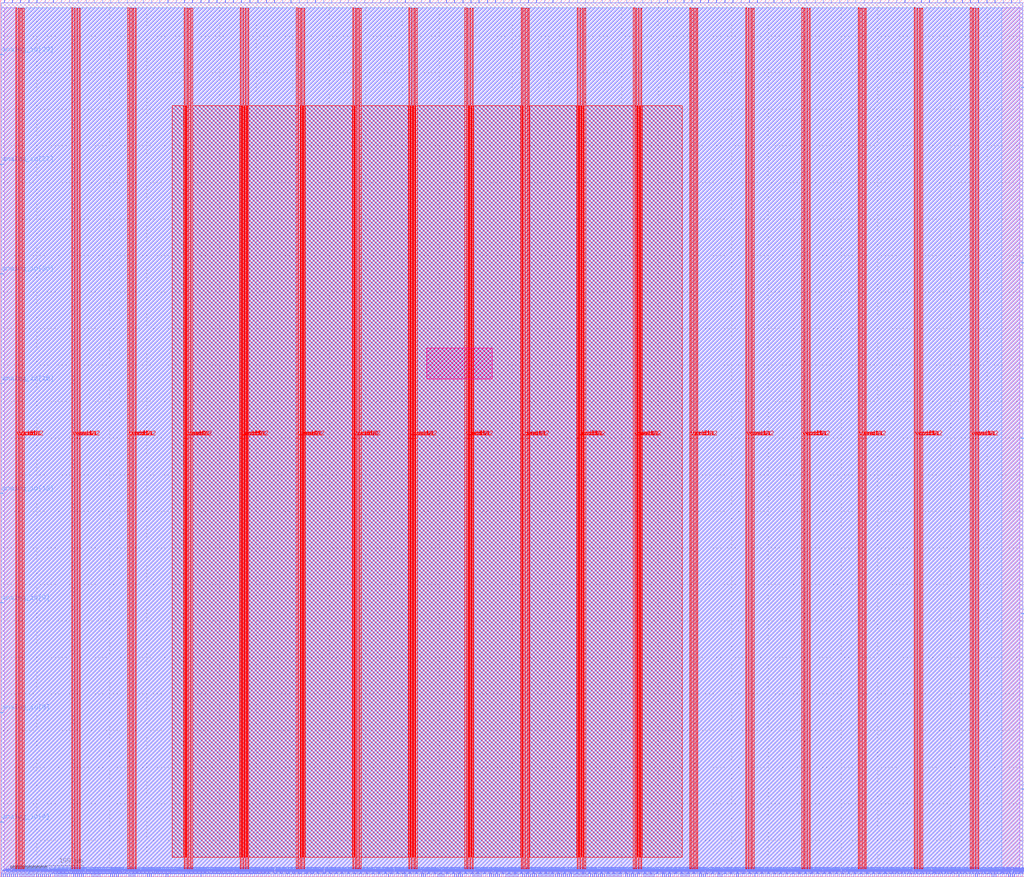
<source format=lef>
VERSION 5.7 ;
  NOWIREEXTENSIONATPIN ON ;
  DIVIDERCHAR "/" ;
  BUSBITCHARS "[]" ;
MACRO top_astria
  CLASS BLOCK ;
  FOREIGN top_astria ;
  ORIGIN 0.000 0.000 ;
  SIZE 1400.000 BY 1200.000 ;
  PIN analog_io[0]
    DIRECTION INOUT ;
    USE SIGNAL ;
    PORT
      LAYER met2 ;
        RECT 1381.470 0.000 1381.750 4.000 ;
    END
  END analog_io[0]
  PIN analog_io[10]
    DIRECTION INOUT ;
    USE SIGNAL ;
    PORT
      LAYER met2 ;
        RECT 1315.690 1196.000 1315.970 1200.000 ;
    END
  END analog_io[10]
  PIN analog_io[11]
    DIRECTION INOUT ;
    USE SIGNAL ;
    PORT
      LAYER met3 ;
        RECT 1396.000 359.760 1400.000 360.360 ;
    END
  END analog_io[11]
  PIN analog_io[12]
    DIRECTION INOUT ;
    USE SIGNAL ;
    PORT
      LAYER met3 ;
        RECT 0.000 524.320 4.000 524.920 ;
    END
  END analog_io[12]
  PIN analog_io[13]
    DIRECTION INOUT ;
    USE SIGNAL ;
    PORT
      LAYER met2 ;
        RECT 1389.750 0.000 1390.030 4.000 ;
    END
  END analog_io[13]
  PIN analog_io[14]
    DIRECTION INOUT ;
    USE SIGNAL ;
    PORT
      LAYER met2 ;
        RECT 1326.730 1196.000 1327.010 1200.000 ;
    END
  END analog_io[14]
  PIN analog_io[15]
    DIRECTION INOUT ;
    USE SIGNAL ;
    PORT
      LAYER met3 ;
        RECT 1396.000 599.800 1400.000 600.400 ;
    END
  END analog_io[15]
  PIN analog_io[16]
    DIRECTION INOUT ;
    USE SIGNAL ;
    PORT
      LAYER met3 ;
        RECT 0.000 674.600 4.000 675.200 ;
    END
  END analog_io[16]
  PIN analog_io[17]
    DIRECTION INOUT ;
    USE SIGNAL ;
    PORT
      LAYER met2 ;
        RECT 1392.510 0.000 1392.790 4.000 ;
    END
  END analog_io[17]
  PIN analog_io[18]
    DIRECTION INOUT ;
    USE SIGNAL ;
    PORT
      LAYER met2 ;
        RECT 1337.770 1196.000 1338.050 1200.000 ;
    END
  END analog_io[18]
  PIN analog_io[19]
    DIRECTION INOUT ;
    USE SIGNAL ;
    PORT
      LAYER met2 ;
        RECT 1395.270 0.000 1395.550 4.000 ;
    END
  END analog_io[19]
  PIN analog_io[1]
    DIRECTION INOUT ;
    USE SIGNAL ;
    PORT
      LAYER met2 ;
        RECT 1282.110 1196.000 1282.390 1200.000 ;
    END
  END analog_io[1]
  PIN analog_io[20]
    DIRECTION INOUT ;
    USE SIGNAL ;
    PORT
      LAYER met3 ;
        RECT 1396.000 839.840 1400.000 840.440 ;
    END
  END analog_io[20]
  PIN analog_io[21]
    DIRECTION INOUT ;
    USE SIGNAL ;
    PORT
      LAYER met2 ;
        RECT 1349.270 1196.000 1349.550 1200.000 ;
    END
  END analog_io[21]
  PIN analog_io[22]
    DIRECTION INOUT ;
    USE SIGNAL ;
    PORT
      LAYER met3 ;
        RECT 1396.000 1079.880 1400.000 1080.480 ;
    END
  END analog_io[22]
  PIN analog_io[23]
    DIRECTION INOUT ;
    USE SIGNAL ;
    PORT
      LAYER met2 ;
        RECT 1360.310 1196.000 1360.590 1200.000 ;
    END
  END analog_io[23]
  PIN analog_io[24]
    DIRECTION INOUT ;
    USE SIGNAL ;
    PORT
      LAYER met2 ;
        RECT 1371.350 1196.000 1371.630 1200.000 ;
    END
  END analog_io[24]
  PIN analog_io[25]
    DIRECTION INOUT ;
    USE SIGNAL ;
    PORT
      LAYER met2 ;
        RECT 1398.030 0.000 1398.310 4.000 ;
    END
  END analog_io[25]
  PIN analog_io[26]
    DIRECTION INOUT ;
    USE SIGNAL ;
    PORT
      LAYER met3 ;
        RECT 0.000 824.880 4.000 825.480 ;
    END
  END analog_io[26]
  PIN analog_io[27]
    DIRECTION INOUT ;
    USE SIGNAL ;
    PORT
      LAYER met3 ;
        RECT 0.000 974.480 4.000 975.080 ;
    END
  END analog_io[27]
  PIN analog_io[28]
    DIRECTION INOUT ;
    USE SIGNAL ;
    PORT
      LAYER met2 ;
        RECT 1382.850 1196.000 1383.130 1200.000 ;
    END
  END analog_io[28]
  PIN analog_io[29]
    DIRECTION INOUT ;
    USE SIGNAL ;
    PORT
      LAYER met3 ;
        RECT 0.000 1124.760 4.000 1125.360 ;
    END
  END analog_io[29]
  PIN analog_io[2]
    DIRECTION INOUT ;
    USE SIGNAL ;
    PORT
      LAYER met2 ;
        RECT 1384.230 0.000 1384.510 4.000 ;
    END
  END analog_io[2]
  PIN analog_io[30]
    DIRECTION INOUT ;
    USE SIGNAL ;
    PORT
      LAYER met2 ;
        RECT 1393.890 1196.000 1394.170 1200.000 ;
    END
  END analog_io[30]
  PIN analog_io[3]
    DIRECTION INOUT ;
    USE SIGNAL ;
    PORT
      LAYER met3 ;
        RECT 1396.000 119.720 1400.000 120.320 ;
    END
  END analog_io[3]
  PIN analog_io[4]
    DIRECTION INOUT ;
    USE SIGNAL ;
    PORT
      LAYER met3 ;
        RECT 0.000 74.840 4.000 75.440 ;
    END
  END analog_io[4]
  PIN analog_io[5]
    DIRECTION INOUT ;
    USE SIGNAL ;
    PORT
      LAYER met2 ;
        RECT 1293.150 1196.000 1293.430 1200.000 ;
    END
  END analog_io[5]
  PIN analog_io[6]
    DIRECTION INOUT ;
    USE SIGNAL ;
    PORT
      LAYER met2 ;
        RECT 1304.190 1196.000 1304.470 1200.000 ;
    END
  END analog_io[6]
  PIN analog_io[7]
    DIRECTION INOUT ;
    USE SIGNAL ;
    PORT
      LAYER met2 ;
        RECT 1386.990 0.000 1387.270 4.000 ;
    END
  END analog_io[7]
  PIN analog_io[8]
    DIRECTION INOUT ;
    USE SIGNAL ;
    PORT
      LAYER met3 ;
        RECT 0.000 224.440 4.000 225.040 ;
    END
  END analog_io[8]
  PIN analog_io[9]
    DIRECTION INOUT ;
    USE SIGNAL ;
    PORT
      LAYER met3 ;
        RECT 0.000 374.720 4.000 375.320 ;
    END
  END analog_io[9]
  PIN io_in[0]
    DIRECTION INPUT ;
    USE SIGNAL ;
    PORT
      LAYER met2 ;
        RECT 5.610 1196.000 5.890 1200.000 ;
    END
  END io_in[0]
  PIN io_in[10]
    DIRECTION INPUT ;
    USE SIGNAL ;
    PORT
      LAYER met2 ;
        RECT 341.410 1196.000 341.690 1200.000 ;
    END
  END io_in[10]
  PIN io_in[11]
    DIRECTION INPUT ;
    USE SIGNAL ;
    PORT
      LAYER met2 ;
        RECT 374.990 1196.000 375.270 1200.000 ;
    END
  END io_in[11]
  PIN io_in[12]
    DIRECTION INPUT ;
    USE SIGNAL ;
    PORT
      LAYER met2 ;
        RECT 408.570 1196.000 408.850 1200.000 ;
    END
  END io_in[12]
  PIN io_in[13]
    DIRECTION INPUT ;
    USE SIGNAL ;
    PORT
      LAYER met2 ;
        RECT 442.150 1196.000 442.430 1200.000 ;
    END
  END io_in[13]
  PIN io_in[14]
    DIRECTION INPUT ;
    USE SIGNAL ;
    PORT
      LAYER met2 ;
        RECT 475.730 1196.000 476.010 1200.000 ;
    END
  END io_in[14]
  PIN io_in[15]
    DIRECTION INPUT ;
    USE SIGNAL ;
    PORT
      LAYER met2 ;
        RECT 509.310 1196.000 509.590 1200.000 ;
    END
  END io_in[15]
  PIN io_in[16]
    DIRECTION INPUT ;
    USE SIGNAL ;
    PORT
      LAYER met2 ;
        RECT 542.890 1196.000 543.170 1200.000 ;
    END
  END io_in[16]
  PIN io_in[17]
    DIRECTION INPUT ;
    USE SIGNAL ;
    PORT
      LAYER met2 ;
        RECT 576.470 1196.000 576.750 1200.000 ;
    END
  END io_in[17]
  PIN io_in[18]
    DIRECTION INPUT ;
    USE SIGNAL ;
    PORT
      LAYER met2 ;
        RECT 610.050 1196.000 610.330 1200.000 ;
    END
  END io_in[18]
  PIN io_in[19]
    DIRECTION INPUT ;
    USE SIGNAL ;
    PORT
      LAYER met2 ;
        RECT 643.630 1196.000 643.910 1200.000 ;
    END
  END io_in[19]
  PIN io_in[1]
    DIRECTION INPUT ;
    USE SIGNAL ;
    PORT
      LAYER met2 ;
        RECT 39.190 1196.000 39.470 1200.000 ;
    END
  END io_in[1]
  PIN io_in[20]
    DIRECTION INPUT ;
    USE SIGNAL ;
    PORT
      LAYER met2 ;
        RECT 677.210 1196.000 677.490 1200.000 ;
    END
  END io_in[20]
  PIN io_in[21]
    DIRECTION INPUT ;
    USE SIGNAL ;
    PORT
      LAYER met2 ;
        RECT 710.790 1196.000 711.070 1200.000 ;
    END
  END io_in[21]
  PIN io_in[22]
    DIRECTION INPUT ;
    USE SIGNAL ;
    PORT
      LAYER met2 ;
        RECT 744.370 1196.000 744.650 1200.000 ;
    END
  END io_in[22]
  PIN io_in[23]
    DIRECTION INPUT ;
    USE SIGNAL ;
    PORT
      LAYER met2 ;
        RECT 777.950 1196.000 778.230 1200.000 ;
    END
  END io_in[23]
  PIN io_in[24]
    DIRECTION INPUT ;
    USE SIGNAL ;
    PORT
      LAYER met2 ;
        RECT 811.530 1196.000 811.810 1200.000 ;
    END
  END io_in[24]
  PIN io_in[25]
    DIRECTION INPUT ;
    USE SIGNAL ;
    PORT
      LAYER met2 ;
        RECT 845.110 1196.000 845.390 1200.000 ;
    END
  END io_in[25]
  PIN io_in[26]
    DIRECTION INPUT ;
    USE SIGNAL ;
    PORT
      LAYER met2 ;
        RECT 878.690 1196.000 878.970 1200.000 ;
    END
  END io_in[26]
  PIN io_in[27]
    DIRECTION INPUT ;
    USE SIGNAL ;
    PORT
      LAYER met2 ;
        RECT 912.270 1196.000 912.550 1200.000 ;
    END
  END io_in[27]
  PIN io_in[28]
    DIRECTION INPUT ;
    USE SIGNAL ;
    PORT
      LAYER met2 ;
        RECT 945.850 1196.000 946.130 1200.000 ;
    END
  END io_in[28]
  PIN io_in[29]
    DIRECTION INPUT ;
    USE SIGNAL ;
    PORT
      LAYER met2 ;
        RECT 979.430 1196.000 979.710 1200.000 ;
    END
  END io_in[29]
  PIN io_in[2]
    DIRECTION INPUT ;
    USE SIGNAL ;
    PORT
      LAYER met2 ;
        RECT 72.770 1196.000 73.050 1200.000 ;
    END
  END io_in[2]
  PIN io_in[30]
    DIRECTION INPUT ;
    USE SIGNAL ;
    PORT
      LAYER met2 ;
        RECT 1013.010 1196.000 1013.290 1200.000 ;
    END
  END io_in[30]
  PIN io_in[31]
    DIRECTION INPUT ;
    USE SIGNAL ;
    PORT
      LAYER met2 ;
        RECT 1046.590 1196.000 1046.870 1200.000 ;
    END
  END io_in[31]
  PIN io_in[32]
    DIRECTION INPUT ;
    USE SIGNAL ;
    PORT
      LAYER met2 ;
        RECT 1080.630 1196.000 1080.910 1200.000 ;
    END
  END io_in[32]
  PIN io_in[33]
    DIRECTION INPUT ;
    USE SIGNAL ;
    PORT
      LAYER met2 ;
        RECT 1114.210 1196.000 1114.490 1200.000 ;
    END
  END io_in[33]
  PIN io_in[34]
    DIRECTION INPUT ;
    USE SIGNAL ;
    PORT
      LAYER met2 ;
        RECT 1147.790 1196.000 1148.070 1200.000 ;
    END
  END io_in[34]
  PIN io_in[35]
    DIRECTION INPUT ;
    USE SIGNAL ;
    PORT
      LAYER met2 ;
        RECT 1181.370 1196.000 1181.650 1200.000 ;
    END
  END io_in[35]
  PIN io_in[36]
    DIRECTION INPUT ;
    USE SIGNAL ;
    PORT
      LAYER met2 ;
        RECT 1214.950 1196.000 1215.230 1200.000 ;
    END
  END io_in[36]
  PIN io_in[37]
    DIRECTION INPUT ;
    USE SIGNAL ;
    PORT
      LAYER met2 ;
        RECT 1248.530 1196.000 1248.810 1200.000 ;
    END
  END io_in[37]
  PIN io_in[3]
    DIRECTION INPUT ;
    USE SIGNAL ;
    PORT
      LAYER met2 ;
        RECT 106.350 1196.000 106.630 1200.000 ;
    END
  END io_in[3]
  PIN io_in[4]
    DIRECTION INPUT ;
    USE SIGNAL ;
    PORT
      LAYER met2 ;
        RECT 139.930 1196.000 140.210 1200.000 ;
    END
  END io_in[4]
  PIN io_in[5]
    DIRECTION INPUT ;
    USE SIGNAL ;
    PORT
      LAYER met2 ;
        RECT 173.510 1196.000 173.790 1200.000 ;
    END
  END io_in[5]
  PIN io_in[6]
    DIRECTION INPUT ;
    USE SIGNAL ;
    PORT
      LAYER met2 ;
        RECT 207.090 1196.000 207.370 1200.000 ;
    END
  END io_in[6]
  PIN io_in[7]
    DIRECTION INPUT ;
    USE SIGNAL ;
    PORT
      LAYER met2 ;
        RECT 240.670 1196.000 240.950 1200.000 ;
    END
  END io_in[7]
  PIN io_in[8]
    DIRECTION INPUT ;
    USE SIGNAL ;
    PORT
      LAYER met2 ;
        RECT 274.250 1196.000 274.530 1200.000 ;
    END
  END io_in[8]
  PIN io_in[9]
    DIRECTION INPUT ;
    USE SIGNAL ;
    PORT
      LAYER met2 ;
        RECT 307.830 1196.000 308.110 1200.000 ;
    END
  END io_in[9]
  PIN io_oeb[0]
    DIRECTION OUTPUT TRISTATE ;
    USE SIGNAL ;
    PORT
      LAYER met2 ;
        RECT 16.650 1196.000 16.930 1200.000 ;
    END
  END io_oeb[0]
  PIN io_oeb[10]
    DIRECTION OUTPUT TRISTATE ;
    USE SIGNAL ;
    PORT
      LAYER met2 ;
        RECT 352.450 1196.000 352.730 1200.000 ;
    END
  END io_oeb[10]
  PIN io_oeb[11]
    DIRECTION OUTPUT TRISTATE ;
    USE SIGNAL ;
    PORT
      LAYER met2 ;
        RECT 386.030 1196.000 386.310 1200.000 ;
    END
  END io_oeb[11]
  PIN io_oeb[12]
    DIRECTION OUTPUT TRISTATE ;
    USE SIGNAL ;
    PORT
      LAYER met2 ;
        RECT 419.610 1196.000 419.890 1200.000 ;
    END
  END io_oeb[12]
  PIN io_oeb[13]
    DIRECTION OUTPUT TRISTATE ;
    USE SIGNAL ;
    PORT
      LAYER met2 ;
        RECT 453.190 1196.000 453.470 1200.000 ;
    END
  END io_oeb[13]
  PIN io_oeb[14]
    DIRECTION OUTPUT TRISTATE ;
    USE SIGNAL ;
    PORT
      LAYER met2 ;
        RECT 486.770 1196.000 487.050 1200.000 ;
    END
  END io_oeb[14]
  PIN io_oeb[15]
    DIRECTION OUTPUT TRISTATE ;
    USE SIGNAL ;
    PORT
      LAYER met2 ;
        RECT 520.350 1196.000 520.630 1200.000 ;
    END
  END io_oeb[15]
  PIN io_oeb[16]
    DIRECTION OUTPUT TRISTATE ;
    USE SIGNAL ;
    PORT
      LAYER met2 ;
        RECT 553.930 1196.000 554.210 1200.000 ;
    END
  END io_oeb[16]
  PIN io_oeb[17]
    DIRECTION OUTPUT TRISTATE ;
    USE SIGNAL ;
    PORT
      LAYER met2 ;
        RECT 587.510 1196.000 587.790 1200.000 ;
    END
  END io_oeb[17]
  PIN io_oeb[18]
    DIRECTION OUTPUT TRISTATE ;
    USE SIGNAL ;
    PORT
      LAYER met2 ;
        RECT 621.090 1196.000 621.370 1200.000 ;
    END
  END io_oeb[18]
  PIN io_oeb[19]
    DIRECTION OUTPUT TRISTATE ;
    USE SIGNAL ;
    PORT
      LAYER met2 ;
        RECT 654.670 1196.000 654.950 1200.000 ;
    END
  END io_oeb[19]
  PIN io_oeb[1]
    DIRECTION OUTPUT TRISTATE ;
    USE SIGNAL ;
    PORT
      LAYER met2 ;
        RECT 50.230 1196.000 50.510 1200.000 ;
    END
  END io_oeb[1]
  PIN io_oeb[20]
    DIRECTION OUTPUT TRISTATE ;
    USE SIGNAL ;
    PORT
      LAYER met2 ;
        RECT 688.250 1196.000 688.530 1200.000 ;
    END
  END io_oeb[20]
  PIN io_oeb[21]
    DIRECTION OUTPUT TRISTATE ;
    USE SIGNAL ;
    PORT
      LAYER met2 ;
        RECT 722.290 1196.000 722.570 1200.000 ;
    END
  END io_oeb[21]
  PIN io_oeb[22]
    DIRECTION OUTPUT TRISTATE ;
    USE SIGNAL ;
    PORT
      LAYER met2 ;
        RECT 755.870 1196.000 756.150 1200.000 ;
    END
  END io_oeb[22]
  PIN io_oeb[23]
    DIRECTION OUTPUT TRISTATE ;
    USE SIGNAL ;
    PORT
      LAYER met2 ;
        RECT 789.450 1196.000 789.730 1200.000 ;
    END
  END io_oeb[23]
  PIN io_oeb[24]
    DIRECTION OUTPUT TRISTATE ;
    USE SIGNAL ;
    PORT
      LAYER met2 ;
        RECT 823.030 1196.000 823.310 1200.000 ;
    END
  END io_oeb[24]
  PIN io_oeb[25]
    DIRECTION OUTPUT TRISTATE ;
    USE SIGNAL ;
    PORT
      LAYER met2 ;
        RECT 856.610 1196.000 856.890 1200.000 ;
    END
  END io_oeb[25]
  PIN io_oeb[26]
    DIRECTION OUTPUT TRISTATE ;
    USE SIGNAL ;
    PORT
      LAYER met2 ;
        RECT 890.190 1196.000 890.470 1200.000 ;
    END
  END io_oeb[26]
  PIN io_oeb[27]
    DIRECTION OUTPUT TRISTATE ;
    USE SIGNAL ;
    PORT
      LAYER met2 ;
        RECT 923.770 1196.000 924.050 1200.000 ;
    END
  END io_oeb[27]
  PIN io_oeb[28]
    DIRECTION OUTPUT TRISTATE ;
    USE SIGNAL ;
    PORT
      LAYER met2 ;
        RECT 957.350 1196.000 957.630 1200.000 ;
    END
  END io_oeb[28]
  PIN io_oeb[29]
    DIRECTION OUTPUT TRISTATE ;
    USE SIGNAL ;
    PORT
      LAYER met2 ;
        RECT 990.930 1196.000 991.210 1200.000 ;
    END
  END io_oeb[29]
  PIN io_oeb[2]
    DIRECTION OUTPUT TRISTATE ;
    USE SIGNAL ;
    PORT
      LAYER met2 ;
        RECT 83.810 1196.000 84.090 1200.000 ;
    END
  END io_oeb[2]
  PIN io_oeb[30]
    DIRECTION OUTPUT TRISTATE ;
    USE SIGNAL ;
    PORT
      LAYER met2 ;
        RECT 1024.510 1196.000 1024.790 1200.000 ;
    END
  END io_oeb[30]
  PIN io_oeb[31]
    DIRECTION OUTPUT TRISTATE ;
    USE SIGNAL ;
    PORT
      LAYER met2 ;
        RECT 1058.090 1196.000 1058.370 1200.000 ;
    END
  END io_oeb[31]
  PIN io_oeb[32]
    DIRECTION OUTPUT TRISTATE ;
    USE SIGNAL ;
    PORT
      LAYER met2 ;
        RECT 1091.670 1196.000 1091.950 1200.000 ;
    END
  END io_oeb[32]
  PIN io_oeb[33]
    DIRECTION OUTPUT TRISTATE ;
    USE SIGNAL ;
    PORT
      LAYER met2 ;
        RECT 1125.250 1196.000 1125.530 1200.000 ;
    END
  END io_oeb[33]
  PIN io_oeb[34]
    DIRECTION OUTPUT TRISTATE ;
    USE SIGNAL ;
    PORT
      LAYER met2 ;
        RECT 1158.830 1196.000 1159.110 1200.000 ;
    END
  END io_oeb[34]
  PIN io_oeb[35]
    DIRECTION OUTPUT TRISTATE ;
    USE SIGNAL ;
    PORT
      LAYER met2 ;
        RECT 1192.410 1196.000 1192.690 1200.000 ;
    END
  END io_oeb[35]
  PIN io_oeb[36]
    DIRECTION OUTPUT TRISTATE ;
    USE SIGNAL ;
    PORT
      LAYER met2 ;
        RECT 1225.990 1196.000 1226.270 1200.000 ;
    END
  END io_oeb[36]
  PIN io_oeb[37]
    DIRECTION OUTPUT TRISTATE ;
    USE SIGNAL ;
    PORT
      LAYER met2 ;
        RECT 1259.570 1196.000 1259.850 1200.000 ;
    END
  END io_oeb[37]
  PIN io_oeb[3]
    DIRECTION OUTPUT TRISTATE ;
    USE SIGNAL ;
    PORT
      LAYER met2 ;
        RECT 117.390 1196.000 117.670 1200.000 ;
    END
  END io_oeb[3]
  PIN io_oeb[4]
    DIRECTION OUTPUT TRISTATE ;
    USE SIGNAL ;
    PORT
      LAYER met2 ;
        RECT 150.970 1196.000 151.250 1200.000 ;
    END
  END io_oeb[4]
  PIN io_oeb[5]
    DIRECTION OUTPUT TRISTATE ;
    USE SIGNAL ;
    PORT
      LAYER met2 ;
        RECT 184.550 1196.000 184.830 1200.000 ;
    END
  END io_oeb[5]
  PIN io_oeb[6]
    DIRECTION OUTPUT TRISTATE ;
    USE SIGNAL ;
    PORT
      LAYER met2 ;
        RECT 218.130 1196.000 218.410 1200.000 ;
    END
  END io_oeb[6]
  PIN io_oeb[7]
    DIRECTION OUTPUT TRISTATE ;
    USE SIGNAL ;
    PORT
      LAYER met2 ;
        RECT 251.710 1196.000 251.990 1200.000 ;
    END
  END io_oeb[7]
  PIN io_oeb[8]
    DIRECTION OUTPUT TRISTATE ;
    USE SIGNAL ;
    PORT
      LAYER met2 ;
        RECT 285.290 1196.000 285.570 1200.000 ;
    END
  END io_oeb[8]
  PIN io_oeb[9]
    DIRECTION OUTPUT TRISTATE ;
    USE SIGNAL ;
    PORT
      LAYER met2 ;
        RECT 318.870 1196.000 319.150 1200.000 ;
    END
  END io_oeb[9]
  PIN io_out[0]
    DIRECTION OUTPUT TRISTATE ;
    USE SIGNAL ;
    PORT
      LAYER met2 ;
        RECT 27.690 1196.000 27.970 1200.000 ;
    END
  END io_out[0]
  PIN io_out[10]
    DIRECTION OUTPUT TRISTATE ;
    USE SIGNAL ;
    PORT
      LAYER met2 ;
        RECT 363.950 1196.000 364.230 1200.000 ;
    END
  END io_out[10]
  PIN io_out[11]
    DIRECTION OUTPUT TRISTATE ;
    USE SIGNAL ;
    PORT
      LAYER met2 ;
        RECT 397.530 1196.000 397.810 1200.000 ;
    END
  END io_out[11]
  PIN io_out[12]
    DIRECTION OUTPUT TRISTATE ;
    USE SIGNAL ;
    PORT
      LAYER met2 ;
        RECT 431.110 1196.000 431.390 1200.000 ;
    END
  END io_out[12]
  PIN io_out[13]
    DIRECTION OUTPUT TRISTATE ;
    USE SIGNAL ;
    PORT
      LAYER met2 ;
        RECT 464.690 1196.000 464.970 1200.000 ;
    END
  END io_out[13]
  PIN io_out[14]
    DIRECTION OUTPUT TRISTATE ;
    USE SIGNAL ;
    PORT
      LAYER met2 ;
        RECT 498.270 1196.000 498.550 1200.000 ;
    END
  END io_out[14]
  PIN io_out[15]
    DIRECTION OUTPUT TRISTATE ;
    USE SIGNAL ;
    PORT
      LAYER met2 ;
        RECT 531.850 1196.000 532.130 1200.000 ;
    END
  END io_out[15]
  PIN io_out[16]
    DIRECTION OUTPUT TRISTATE ;
    USE SIGNAL ;
    PORT
      LAYER met2 ;
        RECT 565.430 1196.000 565.710 1200.000 ;
    END
  END io_out[16]
  PIN io_out[17]
    DIRECTION OUTPUT TRISTATE ;
    USE SIGNAL ;
    PORT
      LAYER met2 ;
        RECT 599.010 1196.000 599.290 1200.000 ;
    END
  END io_out[17]
  PIN io_out[18]
    DIRECTION OUTPUT TRISTATE ;
    USE SIGNAL ;
    PORT
      LAYER met2 ;
        RECT 632.590 1196.000 632.870 1200.000 ;
    END
  END io_out[18]
  PIN io_out[19]
    DIRECTION OUTPUT TRISTATE ;
    USE SIGNAL ;
    PORT
      LAYER met2 ;
        RECT 666.170 1196.000 666.450 1200.000 ;
    END
  END io_out[19]
  PIN io_out[1]
    DIRECTION OUTPUT TRISTATE ;
    USE SIGNAL ;
    PORT
      LAYER met2 ;
        RECT 61.270 1196.000 61.550 1200.000 ;
    END
  END io_out[1]
  PIN io_out[20]
    DIRECTION OUTPUT TRISTATE ;
    USE SIGNAL ;
    PORT
      LAYER met2 ;
        RECT 699.750 1196.000 700.030 1200.000 ;
    END
  END io_out[20]
  PIN io_out[21]
    DIRECTION OUTPUT TRISTATE ;
    USE SIGNAL ;
    PORT
      LAYER met2 ;
        RECT 733.330 1196.000 733.610 1200.000 ;
    END
  END io_out[21]
  PIN io_out[22]
    DIRECTION OUTPUT TRISTATE ;
    USE SIGNAL ;
    PORT
      LAYER met2 ;
        RECT 766.910 1196.000 767.190 1200.000 ;
    END
  END io_out[22]
  PIN io_out[23]
    DIRECTION OUTPUT TRISTATE ;
    USE SIGNAL ;
    PORT
      LAYER met2 ;
        RECT 800.490 1196.000 800.770 1200.000 ;
    END
  END io_out[23]
  PIN io_out[24]
    DIRECTION OUTPUT TRISTATE ;
    USE SIGNAL ;
    PORT
      LAYER met2 ;
        RECT 834.070 1196.000 834.350 1200.000 ;
    END
  END io_out[24]
  PIN io_out[25]
    DIRECTION OUTPUT TRISTATE ;
    USE SIGNAL ;
    PORT
      LAYER met2 ;
        RECT 867.650 1196.000 867.930 1200.000 ;
    END
  END io_out[25]
  PIN io_out[26]
    DIRECTION OUTPUT TRISTATE ;
    USE SIGNAL ;
    PORT
      LAYER met2 ;
        RECT 901.230 1196.000 901.510 1200.000 ;
    END
  END io_out[26]
  PIN io_out[27]
    DIRECTION OUTPUT TRISTATE ;
    USE SIGNAL ;
    PORT
      LAYER met2 ;
        RECT 934.810 1196.000 935.090 1200.000 ;
    END
  END io_out[27]
  PIN io_out[28]
    DIRECTION OUTPUT TRISTATE ;
    USE SIGNAL ;
    PORT
      LAYER met2 ;
        RECT 968.390 1196.000 968.670 1200.000 ;
    END
  END io_out[28]
  PIN io_out[29]
    DIRECTION OUTPUT TRISTATE ;
    USE SIGNAL ;
    PORT
      LAYER met2 ;
        RECT 1001.970 1196.000 1002.250 1200.000 ;
    END
  END io_out[29]
  PIN io_out[2]
    DIRECTION OUTPUT TRISTATE ;
    USE SIGNAL ;
    PORT
      LAYER met2 ;
        RECT 94.850 1196.000 95.130 1200.000 ;
    END
  END io_out[2]
  PIN io_out[30]
    DIRECTION OUTPUT TRISTATE ;
    USE SIGNAL ;
    PORT
      LAYER met2 ;
        RECT 1035.550 1196.000 1035.830 1200.000 ;
    END
  END io_out[30]
  PIN io_out[31]
    DIRECTION OUTPUT TRISTATE ;
    USE SIGNAL ;
    PORT
      LAYER met2 ;
        RECT 1069.130 1196.000 1069.410 1200.000 ;
    END
  END io_out[31]
  PIN io_out[32]
    DIRECTION OUTPUT TRISTATE ;
    USE SIGNAL ;
    PORT
      LAYER met2 ;
        RECT 1102.710 1196.000 1102.990 1200.000 ;
    END
  END io_out[32]
  PIN io_out[33]
    DIRECTION OUTPUT TRISTATE ;
    USE SIGNAL ;
    PORT
      LAYER met2 ;
        RECT 1136.290 1196.000 1136.570 1200.000 ;
    END
  END io_out[33]
  PIN io_out[34]
    DIRECTION OUTPUT TRISTATE ;
    USE SIGNAL ;
    PORT
      LAYER met2 ;
        RECT 1169.870 1196.000 1170.150 1200.000 ;
    END
  END io_out[34]
  PIN io_out[35]
    DIRECTION OUTPUT TRISTATE ;
    USE SIGNAL ;
    PORT
      LAYER met2 ;
        RECT 1203.450 1196.000 1203.730 1200.000 ;
    END
  END io_out[35]
  PIN io_out[36]
    DIRECTION OUTPUT TRISTATE ;
    USE SIGNAL ;
    PORT
      LAYER met2 ;
        RECT 1237.030 1196.000 1237.310 1200.000 ;
    END
  END io_out[36]
  PIN io_out[37]
    DIRECTION OUTPUT TRISTATE ;
    USE SIGNAL ;
    PORT
      LAYER met2 ;
        RECT 1270.610 1196.000 1270.890 1200.000 ;
    END
  END io_out[37]
  PIN io_out[3]
    DIRECTION OUTPUT TRISTATE ;
    USE SIGNAL ;
    PORT
      LAYER met2 ;
        RECT 128.430 1196.000 128.710 1200.000 ;
    END
  END io_out[3]
  PIN io_out[4]
    DIRECTION OUTPUT TRISTATE ;
    USE SIGNAL ;
    PORT
      LAYER met2 ;
        RECT 162.010 1196.000 162.290 1200.000 ;
    END
  END io_out[4]
  PIN io_out[5]
    DIRECTION OUTPUT TRISTATE ;
    USE SIGNAL ;
    PORT
      LAYER met2 ;
        RECT 195.590 1196.000 195.870 1200.000 ;
    END
  END io_out[5]
  PIN io_out[6]
    DIRECTION OUTPUT TRISTATE ;
    USE SIGNAL ;
    PORT
      LAYER met2 ;
        RECT 229.170 1196.000 229.450 1200.000 ;
    END
  END io_out[6]
  PIN io_out[7]
    DIRECTION OUTPUT TRISTATE ;
    USE SIGNAL ;
    PORT
      LAYER met2 ;
        RECT 262.750 1196.000 263.030 1200.000 ;
    END
  END io_out[7]
  PIN io_out[8]
    DIRECTION OUTPUT TRISTATE ;
    USE SIGNAL ;
    PORT
      LAYER met2 ;
        RECT 296.330 1196.000 296.610 1200.000 ;
    END
  END io_out[8]
  PIN io_out[9]
    DIRECTION OUTPUT TRISTATE ;
    USE SIGNAL ;
    PORT
      LAYER met2 ;
        RECT 329.910 1196.000 330.190 1200.000 ;
    END
  END io_out[9]
  PIN la_data_in[0]
    DIRECTION INPUT ;
    USE SIGNAL ;
    PORT
      LAYER met2 ;
        RECT 300.010 0.000 300.290 4.000 ;
    END
  END la_data_in[0]
  PIN la_data_in[100]
    DIRECTION INPUT ;
    USE SIGNAL ;
    PORT
      LAYER met2 ;
        RECT 1144.570 0.000 1144.850 4.000 ;
    END
  END la_data_in[100]
  PIN la_data_in[101]
    DIRECTION INPUT ;
    USE SIGNAL ;
    PORT
      LAYER met2 ;
        RECT 1153.310 0.000 1153.590 4.000 ;
    END
  END la_data_in[101]
  PIN la_data_in[102]
    DIRECTION INPUT ;
    USE SIGNAL ;
    PORT
      LAYER met2 ;
        RECT 1161.590 0.000 1161.870 4.000 ;
    END
  END la_data_in[102]
  PIN la_data_in[103]
    DIRECTION INPUT ;
    USE SIGNAL ;
    PORT
      LAYER met2 ;
        RECT 1169.870 0.000 1170.150 4.000 ;
    END
  END la_data_in[103]
  PIN la_data_in[104]
    DIRECTION INPUT ;
    USE SIGNAL ;
    PORT
      LAYER met2 ;
        RECT 1178.610 0.000 1178.890 4.000 ;
    END
  END la_data_in[104]
  PIN la_data_in[105]
    DIRECTION INPUT ;
    USE SIGNAL ;
    PORT
      LAYER met2 ;
        RECT 1186.890 0.000 1187.170 4.000 ;
    END
  END la_data_in[105]
  PIN la_data_in[106]
    DIRECTION INPUT ;
    USE SIGNAL ;
    PORT
      LAYER met2 ;
        RECT 1195.630 0.000 1195.910 4.000 ;
    END
  END la_data_in[106]
  PIN la_data_in[107]
    DIRECTION INPUT ;
    USE SIGNAL ;
    PORT
      LAYER met2 ;
        RECT 1203.910 0.000 1204.190 4.000 ;
    END
  END la_data_in[107]
  PIN la_data_in[108]
    DIRECTION INPUT ;
    USE SIGNAL ;
    PORT
      LAYER met2 ;
        RECT 1212.190 0.000 1212.470 4.000 ;
    END
  END la_data_in[108]
  PIN la_data_in[109]
    DIRECTION INPUT ;
    USE SIGNAL ;
    PORT
      LAYER met2 ;
        RECT 1220.930 0.000 1221.210 4.000 ;
    END
  END la_data_in[109]
  PIN la_data_in[10]
    DIRECTION INPUT ;
    USE SIGNAL ;
    PORT
      LAYER met2 ;
        RECT 384.190 0.000 384.470 4.000 ;
    END
  END la_data_in[10]
  PIN la_data_in[110]
    DIRECTION INPUT ;
    USE SIGNAL ;
    PORT
      LAYER met2 ;
        RECT 1229.210 0.000 1229.490 4.000 ;
    END
  END la_data_in[110]
  PIN la_data_in[111]
    DIRECTION INPUT ;
    USE SIGNAL ;
    PORT
      LAYER met2 ;
        RECT 1237.490 0.000 1237.770 4.000 ;
    END
  END la_data_in[111]
  PIN la_data_in[112]
    DIRECTION INPUT ;
    USE SIGNAL ;
    PORT
      LAYER met2 ;
        RECT 1246.230 0.000 1246.510 4.000 ;
    END
  END la_data_in[112]
  PIN la_data_in[113]
    DIRECTION INPUT ;
    USE SIGNAL ;
    PORT
      LAYER met2 ;
        RECT 1254.510 0.000 1254.790 4.000 ;
    END
  END la_data_in[113]
  PIN la_data_in[114]
    DIRECTION INPUT ;
    USE SIGNAL ;
    PORT
      LAYER met2 ;
        RECT 1262.790 0.000 1263.070 4.000 ;
    END
  END la_data_in[114]
  PIN la_data_in[115]
    DIRECTION INPUT ;
    USE SIGNAL ;
    PORT
      LAYER met2 ;
        RECT 1271.530 0.000 1271.810 4.000 ;
    END
  END la_data_in[115]
  PIN la_data_in[116]
    DIRECTION INPUT ;
    USE SIGNAL ;
    PORT
      LAYER met2 ;
        RECT 1279.810 0.000 1280.090 4.000 ;
    END
  END la_data_in[116]
  PIN la_data_in[117]
    DIRECTION INPUT ;
    USE SIGNAL ;
    PORT
      LAYER met2 ;
        RECT 1288.550 0.000 1288.830 4.000 ;
    END
  END la_data_in[117]
  PIN la_data_in[118]
    DIRECTION INPUT ;
    USE SIGNAL ;
    PORT
      LAYER met2 ;
        RECT 1296.830 0.000 1297.110 4.000 ;
    END
  END la_data_in[118]
  PIN la_data_in[119]
    DIRECTION INPUT ;
    USE SIGNAL ;
    PORT
      LAYER met2 ;
        RECT 1305.110 0.000 1305.390 4.000 ;
    END
  END la_data_in[119]
  PIN la_data_in[11]
    DIRECTION INPUT ;
    USE SIGNAL ;
    PORT
      LAYER met2 ;
        RECT 392.930 0.000 393.210 4.000 ;
    END
  END la_data_in[11]
  PIN la_data_in[120]
    DIRECTION INPUT ;
    USE SIGNAL ;
    PORT
      LAYER met2 ;
        RECT 1313.850 0.000 1314.130 4.000 ;
    END
  END la_data_in[120]
  PIN la_data_in[121]
    DIRECTION INPUT ;
    USE SIGNAL ;
    PORT
      LAYER met2 ;
        RECT 1322.130 0.000 1322.410 4.000 ;
    END
  END la_data_in[121]
  PIN la_data_in[122]
    DIRECTION INPUT ;
    USE SIGNAL ;
    PORT
      LAYER met2 ;
        RECT 1330.410 0.000 1330.690 4.000 ;
    END
  END la_data_in[122]
  PIN la_data_in[123]
    DIRECTION INPUT ;
    USE SIGNAL ;
    PORT
      LAYER met2 ;
        RECT 1339.150 0.000 1339.430 4.000 ;
    END
  END la_data_in[123]
  PIN la_data_in[124]
    DIRECTION INPUT ;
    USE SIGNAL ;
    PORT
      LAYER met2 ;
        RECT 1347.430 0.000 1347.710 4.000 ;
    END
  END la_data_in[124]
  PIN la_data_in[125]
    DIRECTION INPUT ;
    USE SIGNAL ;
    PORT
      LAYER met2 ;
        RECT 1356.170 0.000 1356.450 4.000 ;
    END
  END la_data_in[125]
  PIN la_data_in[126]
    DIRECTION INPUT ;
    USE SIGNAL ;
    PORT
      LAYER met2 ;
        RECT 1364.450 0.000 1364.730 4.000 ;
    END
  END la_data_in[126]
  PIN la_data_in[127]
    DIRECTION INPUT ;
    USE SIGNAL ;
    PORT
      LAYER met2 ;
        RECT 1372.730 0.000 1373.010 4.000 ;
    END
  END la_data_in[127]
  PIN la_data_in[12]
    DIRECTION INPUT ;
    USE SIGNAL ;
    PORT
      LAYER met2 ;
        RECT 401.210 0.000 401.490 4.000 ;
    END
  END la_data_in[12]
  PIN la_data_in[13]
    DIRECTION INPUT ;
    USE SIGNAL ;
    PORT
      LAYER met2 ;
        RECT 409.490 0.000 409.770 4.000 ;
    END
  END la_data_in[13]
  PIN la_data_in[14]
    DIRECTION INPUT ;
    USE SIGNAL ;
    PORT
      LAYER met2 ;
        RECT 418.230 0.000 418.510 4.000 ;
    END
  END la_data_in[14]
  PIN la_data_in[15]
    DIRECTION INPUT ;
    USE SIGNAL ;
    PORT
      LAYER met2 ;
        RECT 426.510 0.000 426.790 4.000 ;
    END
  END la_data_in[15]
  PIN la_data_in[16]
    DIRECTION INPUT ;
    USE SIGNAL ;
    PORT
      LAYER met2 ;
        RECT 434.790 0.000 435.070 4.000 ;
    END
  END la_data_in[16]
  PIN la_data_in[17]
    DIRECTION INPUT ;
    USE SIGNAL ;
    PORT
      LAYER met2 ;
        RECT 443.530 0.000 443.810 4.000 ;
    END
  END la_data_in[17]
  PIN la_data_in[18]
    DIRECTION INPUT ;
    USE SIGNAL ;
    PORT
      LAYER met2 ;
        RECT 451.810 0.000 452.090 4.000 ;
    END
  END la_data_in[18]
  PIN la_data_in[19]
    DIRECTION INPUT ;
    USE SIGNAL ;
    PORT
      LAYER met2 ;
        RECT 460.550 0.000 460.830 4.000 ;
    END
  END la_data_in[19]
  PIN la_data_in[1]
    DIRECTION INPUT ;
    USE SIGNAL ;
    PORT
      LAYER met2 ;
        RECT 308.290 0.000 308.570 4.000 ;
    END
  END la_data_in[1]
  PIN la_data_in[20]
    DIRECTION INPUT ;
    USE SIGNAL ;
    PORT
      LAYER met2 ;
        RECT 468.830 0.000 469.110 4.000 ;
    END
  END la_data_in[20]
  PIN la_data_in[21]
    DIRECTION INPUT ;
    USE SIGNAL ;
    PORT
      LAYER met2 ;
        RECT 477.110 0.000 477.390 4.000 ;
    END
  END la_data_in[21]
  PIN la_data_in[22]
    DIRECTION INPUT ;
    USE SIGNAL ;
    PORT
      LAYER met2 ;
        RECT 485.850 0.000 486.130 4.000 ;
    END
  END la_data_in[22]
  PIN la_data_in[23]
    DIRECTION INPUT ;
    USE SIGNAL ;
    PORT
      LAYER met2 ;
        RECT 494.130 0.000 494.410 4.000 ;
    END
  END la_data_in[23]
  PIN la_data_in[24]
    DIRECTION INPUT ;
    USE SIGNAL ;
    PORT
      LAYER met2 ;
        RECT 502.410 0.000 502.690 4.000 ;
    END
  END la_data_in[24]
  PIN la_data_in[25]
    DIRECTION INPUT ;
    USE SIGNAL ;
    PORT
      LAYER met2 ;
        RECT 511.150 0.000 511.430 4.000 ;
    END
  END la_data_in[25]
  PIN la_data_in[26]
    DIRECTION INPUT ;
    USE SIGNAL ;
    PORT
      LAYER met2 ;
        RECT 519.430 0.000 519.710 4.000 ;
    END
  END la_data_in[26]
  PIN la_data_in[27]
    DIRECTION INPUT ;
    USE SIGNAL ;
    PORT
      LAYER met2 ;
        RECT 527.710 0.000 527.990 4.000 ;
    END
  END la_data_in[27]
  PIN la_data_in[28]
    DIRECTION INPUT ;
    USE SIGNAL ;
    PORT
      LAYER met2 ;
        RECT 536.450 0.000 536.730 4.000 ;
    END
  END la_data_in[28]
  PIN la_data_in[29]
    DIRECTION INPUT ;
    USE SIGNAL ;
    PORT
      LAYER met2 ;
        RECT 544.730 0.000 545.010 4.000 ;
    END
  END la_data_in[29]
  PIN la_data_in[2]
    DIRECTION INPUT ;
    USE SIGNAL ;
    PORT
      LAYER met2 ;
        RECT 316.570 0.000 316.850 4.000 ;
    END
  END la_data_in[2]
  PIN la_data_in[30]
    DIRECTION INPUT ;
    USE SIGNAL ;
    PORT
      LAYER met2 ;
        RECT 553.470 0.000 553.750 4.000 ;
    END
  END la_data_in[30]
  PIN la_data_in[31]
    DIRECTION INPUT ;
    USE SIGNAL ;
    PORT
      LAYER met2 ;
        RECT 561.750 0.000 562.030 4.000 ;
    END
  END la_data_in[31]
  PIN la_data_in[32]
    DIRECTION INPUT ;
    USE SIGNAL ;
    PORT
      LAYER met2 ;
        RECT 570.030 0.000 570.310 4.000 ;
    END
  END la_data_in[32]
  PIN la_data_in[33]
    DIRECTION INPUT ;
    USE SIGNAL ;
    PORT
      LAYER met2 ;
        RECT 578.770 0.000 579.050 4.000 ;
    END
  END la_data_in[33]
  PIN la_data_in[34]
    DIRECTION INPUT ;
    USE SIGNAL ;
    PORT
      LAYER met2 ;
        RECT 587.050 0.000 587.330 4.000 ;
    END
  END la_data_in[34]
  PIN la_data_in[35]
    DIRECTION INPUT ;
    USE SIGNAL ;
    PORT
      LAYER met2 ;
        RECT 595.330 0.000 595.610 4.000 ;
    END
  END la_data_in[35]
  PIN la_data_in[36]
    DIRECTION INPUT ;
    USE SIGNAL ;
    PORT
      LAYER met2 ;
        RECT 604.070 0.000 604.350 4.000 ;
    END
  END la_data_in[36]
  PIN la_data_in[37]
    DIRECTION INPUT ;
    USE SIGNAL ;
    PORT
      LAYER met2 ;
        RECT 612.350 0.000 612.630 4.000 ;
    END
  END la_data_in[37]
  PIN la_data_in[38]
    DIRECTION INPUT ;
    USE SIGNAL ;
    PORT
      LAYER met2 ;
        RECT 621.090 0.000 621.370 4.000 ;
    END
  END la_data_in[38]
  PIN la_data_in[39]
    DIRECTION INPUT ;
    USE SIGNAL ;
    PORT
      LAYER met2 ;
        RECT 629.370 0.000 629.650 4.000 ;
    END
  END la_data_in[39]
  PIN la_data_in[3]
    DIRECTION INPUT ;
    USE SIGNAL ;
    PORT
      LAYER met2 ;
        RECT 325.310 0.000 325.590 4.000 ;
    END
  END la_data_in[3]
  PIN la_data_in[40]
    DIRECTION INPUT ;
    USE SIGNAL ;
    PORT
      LAYER met2 ;
        RECT 637.650 0.000 637.930 4.000 ;
    END
  END la_data_in[40]
  PIN la_data_in[41]
    DIRECTION INPUT ;
    USE SIGNAL ;
    PORT
      LAYER met2 ;
        RECT 646.390 0.000 646.670 4.000 ;
    END
  END la_data_in[41]
  PIN la_data_in[42]
    DIRECTION INPUT ;
    USE SIGNAL ;
    PORT
      LAYER met2 ;
        RECT 654.670 0.000 654.950 4.000 ;
    END
  END la_data_in[42]
  PIN la_data_in[43]
    DIRECTION INPUT ;
    USE SIGNAL ;
    PORT
      LAYER met2 ;
        RECT 662.950 0.000 663.230 4.000 ;
    END
  END la_data_in[43]
  PIN la_data_in[44]
    DIRECTION INPUT ;
    USE SIGNAL ;
    PORT
      LAYER met2 ;
        RECT 671.690 0.000 671.970 4.000 ;
    END
  END la_data_in[44]
  PIN la_data_in[45]
    DIRECTION INPUT ;
    USE SIGNAL ;
    PORT
      LAYER met2 ;
        RECT 679.970 0.000 680.250 4.000 ;
    END
  END la_data_in[45]
  PIN la_data_in[46]
    DIRECTION INPUT ;
    USE SIGNAL ;
    PORT
      LAYER met2 ;
        RECT 688.250 0.000 688.530 4.000 ;
    END
  END la_data_in[46]
  PIN la_data_in[47]
    DIRECTION INPUT ;
    USE SIGNAL ;
    PORT
      LAYER met2 ;
        RECT 696.990 0.000 697.270 4.000 ;
    END
  END la_data_in[47]
  PIN la_data_in[48]
    DIRECTION INPUT ;
    USE SIGNAL ;
    PORT
      LAYER met2 ;
        RECT 705.270 0.000 705.550 4.000 ;
    END
  END la_data_in[48]
  PIN la_data_in[49]
    DIRECTION INPUT ;
    USE SIGNAL ;
    PORT
      LAYER met2 ;
        RECT 714.010 0.000 714.290 4.000 ;
    END
  END la_data_in[49]
  PIN la_data_in[4]
    DIRECTION INPUT ;
    USE SIGNAL ;
    PORT
      LAYER met2 ;
        RECT 333.590 0.000 333.870 4.000 ;
    END
  END la_data_in[4]
  PIN la_data_in[50]
    DIRECTION INPUT ;
    USE SIGNAL ;
    PORT
      LAYER met2 ;
        RECT 722.290 0.000 722.570 4.000 ;
    END
  END la_data_in[50]
  PIN la_data_in[51]
    DIRECTION INPUT ;
    USE SIGNAL ;
    PORT
      LAYER met2 ;
        RECT 730.570 0.000 730.850 4.000 ;
    END
  END la_data_in[51]
  PIN la_data_in[52]
    DIRECTION INPUT ;
    USE SIGNAL ;
    PORT
      LAYER met2 ;
        RECT 739.310 0.000 739.590 4.000 ;
    END
  END la_data_in[52]
  PIN la_data_in[53]
    DIRECTION INPUT ;
    USE SIGNAL ;
    PORT
      LAYER met2 ;
        RECT 747.590 0.000 747.870 4.000 ;
    END
  END la_data_in[53]
  PIN la_data_in[54]
    DIRECTION INPUT ;
    USE SIGNAL ;
    PORT
      LAYER met2 ;
        RECT 755.870 0.000 756.150 4.000 ;
    END
  END la_data_in[54]
  PIN la_data_in[55]
    DIRECTION INPUT ;
    USE SIGNAL ;
    PORT
      LAYER met2 ;
        RECT 764.610 0.000 764.890 4.000 ;
    END
  END la_data_in[55]
  PIN la_data_in[56]
    DIRECTION INPUT ;
    USE SIGNAL ;
    PORT
      LAYER met2 ;
        RECT 772.890 0.000 773.170 4.000 ;
    END
  END la_data_in[56]
  PIN la_data_in[57]
    DIRECTION INPUT ;
    USE SIGNAL ;
    PORT
      LAYER met2 ;
        RECT 781.170 0.000 781.450 4.000 ;
    END
  END la_data_in[57]
  PIN la_data_in[58]
    DIRECTION INPUT ;
    USE SIGNAL ;
    PORT
      LAYER met2 ;
        RECT 789.910 0.000 790.190 4.000 ;
    END
  END la_data_in[58]
  PIN la_data_in[59]
    DIRECTION INPUT ;
    USE SIGNAL ;
    PORT
      LAYER met2 ;
        RECT 798.190 0.000 798.470 4.000 ;
    END
  END la_data_in[59]
  PIN la_data_in[5]
    DIRECTION INPUT ;
    USE SIGNAL ;
    PORT
      LAYER met2 ;
        RECT 341.870 0.000 342.150 4.000 ;
    END
  END la_data_in[5]
  PIN la_data_in[60]
    DIRECTION INPUT ;
    USE SIGNAL ;
    PORT
      LAYER met2 ;
        RECT 806.930 0.000 807.210 4.000 ;
    END
  END la_data_in[60]
  PIN la_data_in[61]
    DIRECTION INPUT ;
    USE SIGNAL ;
    PORT
      LAYER met2 ;
        RECT 815.210 0.000 815.490 4.000 ;
    END
  END la_data_in[61]
  PIN la_data_in[62]
    DIRECTION INPUT ;
    USE SIGNAL ;
    PORT
      LAYER met2 ;
        RECT 823.490 0.000 823.770 4.000 ;
    END
  END la_data_in[62]
  PIN la_data_in[63]
    DIRECTION INPUT ;
    USE SIGNAL ;
    PORT
      LAYER met2 ;
        RECT 832.230 0.000 832.510 4.000 ;
    END
  END la_data_in[63]
  PIN la_data_in[64]
    DIRECTION INPUT ;
    USE SIGNAL ;
    PORT
      LAYER met2 ;
        RECT 840.510 0.000 840.790 4.000 ;
    END
  END la_data_in[64]
  PIN la_data_in[65]
    DIRECTION INPUT ;
    USE SIGNAL ;
    PORT
      LAYER met2 ;
        RECT 848.790 0.000 849.070 4.000 ;
    END
  END la_data_in[65]
  PIN la_data_in[66]
    DIRECTION INPUT ;
    USE SIGNAL ;
    PORT
      LAYER met2 ;
        RECT 857.530 0.000 857.810 4.000 ;
    END
  END la_data_in[66]
  PIN la_data_in[67]
    DIRECTION INPUT ;
    USE SIGNAL ;
    PORT
      LAYER met2 ;
        RECT 865.810 0.000 866.090 4.000 ;
    END
  END la_data_in[67]
  PIN la_data_in[68]
    DIRECTION INPUT ;
    USE SIGNAL ;
    PORT
      LAYER met2 ;
        RECT 874.550 0.000 874.830 4.000 ;
    END
  END la_data_in[68]
  PIN la_data_in[69]
    DIRECTION INPUT ;
    USE SIGNAL ;
    PORT
      LAYER met2 ;
        RECT 882.830 0.000 883.110 4.000 ;
    END
  END la_data_in[69]
  PIN la_data_in[6]
    DIRECTION INPUT ;
    USE SIGNAL ;
    PORT
      LAYER met2 ;
        RECT 350.610 0.000 350.890 4.000 ;
    END
  END la_data_in[6]
  PIN la_data_in[70]
    DIRECTION INPUT ;
    USE SIGNAL ;
    PORT
      LAYER met2 ;
        RECT 891.110 0.000 891.390 4.000 ;
    END
  END la_data_in[70]
  PIN la_data_in[71]
    DIRECTION INPUT ;
    USE SIGNAL ;
    PORT
      LAYER met2 ;
        RECT 899.850 0.000 900.130 4.000 ;
    END
  END la_data_in[71]
  PIN la_data_in[72]
    DIRECTION INPUT ;
    USE SIGNAL ;
    PORT
      LAYER met2 ;
        RECT 908.130 0.000 908.410 4.000 ;
    END
  END la_data_in[72]
  PIN la_data_in[73]
    DIRECTION INPUT ;
    USE SIGNAL ;
    PORT
      LAYER met2 ;
        RECT 916.410 0.000 916.690 4.000 ;
    END
  END la_data_in[73]
  PIN la_data_in[74]
    DIRECTION INPUT ;
    USE SIGNAL ;
    PORT
      LAYER met2 ;
        RECT 925.150 0.000 925.430 4.000 ;
    END
  END la_data_in[74]
  PIN la_data_in[75]
    DIRECTION INPUT ;
    USE SIGNAL ;
    PORT
      LAYER met2 ;
        RECT 933.430 0.000 933.710 4.000 ;
    END
  END la_data_in[75]
  PIN la_data_in[76]
    DIRECTION INPUT ;
    USE SIGNAL ;
    PORT
      LAYER met2 ;
        RECT 941.710 0.000 941.990 4.000 ;
    END
  END la_data_in[76]
  PIN la_data_in[77]
    DIRECTION INPUT ;
    USE SIGNAL ;
    PORT
      LAYER met2 ;
        RECT 950.450 0.000 950.730 4.000 ;
    END
  END la_data_in[77]
  PIN la_data_in[78]
    DIRECTION INPUT ;
    USE SIGNAL ;
    PORT
      LAYER met2 ;
        RECT 958.730 0.000 959.010 4.000 ;
    END
  END la_data_in[78]
  PIN la_data_in[79]
    DIRECTION INPUT ;
    USE SIGNAL ;
    PORT
      LAYER met2 ;
        RECT 967.470 0.000 967.750 4.000 ;
    END
  END la_data_in[79]
  PIN la_data_in[7]
    DIRECTION INPUT ;
    USE SIGNAL ;
    PORT
      LAYER met2 ;
        RECT 358.890 0.000 359.170 4.000 ;
    END
  END la_data_in[7]
  PIN la_data_in[80]
    DIRECTION INPUT ;
    USE SIGNAL ;
    PORT
      LAYER met2 ;
        RECT 975.750 0.000 976.030 4.000 ;
    END
  END la_data_in[80]
  PIN la_data_in[81]
    DIRECTION INPUT ;
    USE SIGNAL ;
    PORT
      LAYER met2 ;
        RECT 984.030 0.000 984.310 4.000 ;
    END
  END la_data_in[81]
  PIN la_data_in[82]
    DIRECTION INPUT ;
    USE SIGNAL ;
    PORT
      LAYER met2 ;
        RECT 992.770 0.000 993.050 4.000 ;
    END
  END la_data_in[82]
  PIN la_data_in[83]
    DIRECTION INPUT ;
    USE SIGNAL ;
    PORT
      LAYER met2 ;
        RECT 1001.050 0.000 1001.330 4.000 ;
    END
  END la_data_in[83]
  PIN la_data_in[84]
    DIRECTION INPUT ;
    USE SIGNAL ;
    PORT
      LAYER met2 ;
        RECT 1009.330 0.000 1009.610 4.000 ;
    END
  END la_data_in[84]
  PIN la_data_in[85]
    DIRECTION INPUT ;
    USE SIGNAL ;
    PORT
      LAYER met2 ;
        RECT 1018.070 0.000 1018.350 4.000 ;
    END
  END la_data_in[85]
  PIN la_data_in[86]
    DIRECTION INPUT ;
    USE SIGNAL ;
    PORT
      LAYER met2 ;
        RECT 1026.350 0.000 1026.630 4.000 ;
    END
  END la_data_in[86]
  PIN la_data_in[87]
    DIRECTION INPUT ;
    USE SIGNAL ;
    PORT
      LAYER met2 ;
        RECT 1035.090 0.000 1035.370 4.000 ;
    END
  END la_data_in[87]
  PIN la_data_in[88]
    DIRECTION INPUT ;
    USE SIGNAL ;
    PORT
      LAYER met2 ;
        RECT 1043.370 0.000 1043.650 4.000 ;
    END
  END la_data_in[88]
  PIN la_data_in[89]
    DIRECTION INPUT ;
    USE SIGNAL ;
    PORT
      LAYER met2 ;
        RECT 1051.650 0.000 1051.930 4.000 ;
    END
  END la_data_in[89]
  PIN la_data_in[8]
    DIRECTION INPUT ;
    USE SIGNAL ;
    PORT
      LAYER met2 ;
        RECT 367.170 0.000 367.450 4.000 ;
    END
  END la_data_in[8]
  PIN la_data_in[90]
    DIRECTION INPUT ;
    USE SIGNAL ;
    PORT
      LAYER met2 ;
        RECT 1060.390 0.000 1060.670 4.000 ;
    END
  END la_data_in[90]
  PIN la_data_in[91]
    DIRECTION INPUT ;
    USE SIGNAL ;
    PORT
      LAYER met2 ;
        RECT 1068.670 0.000 1068.950 4.000 ;
    END
  END la_data_in[91]
  PIN la_data_in[92]
    DIRECTION INPUT ;
    USE SIGNAL ;
    PORT
      LAYER met2 ;
        RECT 1076.950 0.000 1077.230 4.000 ;
    END
  END la_data_in[92]
  PIN la_data_in[93]
    DIRECTION INPUT ;
    USE SIGNAL ;
    PORT
      LAYER met2 ;
        RECT 1085.690 0.000 1085.970 4.000 ;
    END
  END la_data_in[93]
  PIN la_data_in[94]
    DIRECTION INPUT ;
    USE SIGNAL ;
    PORT
      LAYER met2 ;
        RECT 1093.970 0.000 1094.250 4.000 ;
    END
  END la_data_in[94]
  PIN la_data_in[95]
    DIRECTION INPUT ;
    USE SIGNAL ;
    PORT
      LAYER met2 ;
        RECT 1102.250 0.000 1102.530 4.000 ;
    END
  END la_data_in[95]
  PIN la_data_in[96]
    DIRECTION INPUT ;
    USE SIGNAL ;
    PORT
      LAYER met2 ;
        RECT 1110.990 0.000 1111.270 4.000 ;
    END
  END la_data_in[96]
  PIN la_data_in[97]
    DIRECTION INPUT ;
    USE SIGNAL ;
    PORT
      LAYER met2 ;
        RECT 1119.270 0.000 1119.550 4.000 ;
    END
  END la_data_in[97]
  PIN la_data_in[98]
    DIRECTION INPUT ;
    USE SIGNAL ;
    PORT
      LAYER met2 ;
        RECT 1128.010 0.000 1128.290 4.000 ;
    END
  END la_data_in[98]
  PIN la_data_in[99]
    DIRECTION INPUT ;
    USE SIGNAL ;
    PORT
      LAYER met2 ;
        RECT 1136.290 0.000 1136.570 4.000 ;
    END
  END la_data_in[99]
  PIN la_data_in[9]
    DIRECTION INPUT ;
    USE SIGNAL ;
    PORT
      LAYER met2 ;
        RECT 375.910 0.000 376.190 4.000 ;
    END
  END la_data_in[9]
  PIN la_data_out[0]
    DIRECTION OUTPUT TRISTATE ;
    USE SIGNAL ;
    PORT
      LAYER met2 ;
        RECT 302.770 0.000 303.050 4.000 ;
    END
  END la_data_out[0]
  PIN la_data_out[100]
    DIRECTION OUTPUT TRISTATE ;
    USE SIGNAL ;
    PORT
      LAYER met2 ;
        RECT 1147.330 0.000 1147.610 4.000 ;
    END
  END la_data_out[100]
  PIN la_data_out[101]
    DIRECTION OUTPUT TRISTATE ;
    USE SIGNAL ;
    PORT
      LAYER met2 ;
        RECT 1156.070 0.000 1156.350 4.000 ;
    END
  END la_data_out[101]
  PIN la_data_out[102]
    DIRECTION OUTPUT TRISTATE ;
    USE SIGNAL ;
    PORT
      LAYER met2 ;
        RECT 1164.350 0.000 1164.630 4.000 ;
    END
  END la_data_out[102]
  PIN la_data_out[103]
    DIRECTION OUTPUT TRISTATE ;
    USE SIGNAL ;
    PORT
      LAYER met2 ;
        RECT 1173.090 0.000 1173.370 4.000 ;
    END
  END la_data_out[103]
  PIN la_data_out[104]
    DIRECTION OUTPUT TRISTATE ;
    USE SIGNAL ;
    PORT
      LAYER met2 ;
        RECT 1181.370 0.000 1181.650 4.000 ;
    END
  END la_data_out[104]
  PIN la_data_out[105]
    DIRECTION OUTPUT TRISTATE ;
    USE SIGNAL ;
    PORT
      LAYER met2 ;
        RECT 1189.650 0.000 1189.930 4.000 ;
    END
  END la_data_out[105]
  PIN la_data_out[106]
    DIRECTION OUTPUT TRISTATE ;
    USE SIGNAL ;
    PORT
      LAYER met2 ;
        RECT 1198.390 0.000 1198.670 4.000 ;
    END
  END la_data_out[106]
  PIN la_data_out[107]
    DIRECTION OUTPUT TRISTATE ;
    USE SIGNAL ;
    PORT
      LAYER met2 ;
        RECT 1206.670 0.000 1206.950 4.000 ;
    END
  END la_data_out[107]
  PIN la_data_out[108]
    DIRECTION OUTPUT TRISTATE ;
    USE SIGNAL ;
    PORT
      LAYER met2 ;
        RECT 1214.950 0.000 1215.230 4.000 ;
    END
  END la_data_out[108]
  PIN la_data_out[109]
    DIRECTION OUTPUT TRISTATE ;
    USE SIGNAL ;
    PORT
      LAYER met2 ;
        RECT 1223.690 0.000 1223.970 4.000 ;
    END
  END la_data_out[109]
  PIN la_data_out[10]
    DIRECTION OUTPUT TRISTATE ;
    USE SIGNAL ;
    PORT
      LAYER met2 ;
        RECT 386.950 0.000 387.230 4.000 ;
    END
  END la_data_out[10]
  PIN la_data_out[110]
    DIRECTION OUTPUT TRISTATE ;
    USE SIGNAL ;
    PORT
      LAYER met2 ;
        RECT 1231.970 0.000 1232.250 4.000 ;
    END
  END la_data_out[110]
  PIN la_data_out[111]
    DIRECTION OUTPUT TRISTATE ;
    USE SIGNAL ;
    PORT
      LAYER met2 ;
        RECT 1240.710 0.000 1240.990 4.000 ;
    END
  END la_data_out[111]
  PIN la_data_out[112]
    DIRECTION OUTPUT TRISTATE ;
    USE SIGNAL ;
    PORT
      LAYER met2 ;
        RECT 1248.990 0.000 1249.270 4.000 ;
    END
  END la_data_out[112]
  PIN la_data_out[113]
    DIRECTION OUTPUT TRISTATE ;
    USE SIGNAL ;
    PORT
      LAYER met2 ;
        RECT 1257.270 0.000 1257.550 4.000 ;
    END
  END la_data_out[113]
  PIN la_data_out[114]
    DIRECTION OUTPUT TRISTATE ;
    USE SIGNAL ;
    PORT
      LAYER met2 ;
        RECT 1266.010 0.000 1266.290 4.000 ;
    END
  END la_data_out[114]
  PIN la_data_out[115]
    DIRECTION OUTPUT TRISTATE ;
    USE SIGNAL ;
    PORT
      LAYER met2 ;
        RECT 1274.290 0.000 1274.570 4.000 ;
    END
  END la_data_out[115]
  PIN la_data_out[116]
    DIRECTION OUTPUT TRISTATE ;
    USE SIGNAL ;
    PORT
      LAYER met2 ;
        RECT 1282.570 0.000 1282.850 4.000 ;
    END
  END la_data_out[116]
  PIN la_data_out[117]
    DIRECTION OUTPUT TRISTATE ;
    USE SIGNAL ;
    PORT
      LAYER met2 ;
        RECT 1291.310 0.000 1291.590 4.000 ;
    END
  END la_data_out[117]
  PIN la_data_out[118]
    DIRECTION OUTPUT TRISTATE ;
    USE SIGNAL ;
    PORT
      LAYER met2 ;
        RECT 1299.590 0.000 1299.870 4.000 ;
    END
  END la_data_out[118]
  PIN la_data_out[119]
    DIRECTION OUTPUT TRISTATE ;
    USE SIGNAL ;
    PORT
      LAYER met2 ;
        RECT 1307.870 0.000 1308.150 4.000 ;
    END
  END la_data_out[119]
  PIN la_data_out[11]
    DIRECTION OUTPUT TRISTATE ;
    USE SIGNAL ;
    PORT
      LAYER met2 ;
        RECT 395.690 0.000 395.970 4.000 ;
    END
  END la_data_out[11]
  PIN la_data_out[120]
    DIRECTION OUTPUT TRISTATE ;
    USE SIGNAL ;
    PORT
      LAYER met2 ;
        RECT 1316.610 0.000 1316.890 4.000 ;
    END
  END la_data_out[120]
  PIN la_data_out[121]
    DIRECTION OUTPUT TRISTATE ;
    USE SIGNAL ;
    PORT
      LAYER met2 ;
        RECT 1324.890 0.000 1325.170 4.000 ;
    END
  END la_data_out[121]
  PIN la_data_out[122]
    DIRECTION OUTPUT TRISTATE ;
    USE SIGNAL ;
    PORT
      LAYER met2 ;
        RECT 1333.630 0.000 1333.910 4.000 ;
    END
  END la_data_out[122]
  PIN la_data_out[123]
    DIRECTION OUTPUT TRISTATE ;
    USE SIGNAL ;
    PORT
      LAYER met2 ;
        RECT 1341.910 0.000 1342.190 4.000 ;
    END
  END la_data_out[123]
  PIN la_data_out[124]
    DIRECTION OUTPUT TRISTATE ;
    USE SIGNAL ;
    PORT
      LAYER met2 ;
        RECT 1350.190 0.000 1350.470 4.000 ;
    END
  END la_data_out[124]
  PIN la_data_out[125]
    DIRECTION OUTPUT TRISTATE ;
    USE SIGNAL ;
    PORT
      LAYER met2 ;
        RECT 1358.930 0.000 1359.210 4.000 ;
    END
  END la_data_out[125]
  PIN la_data_out[126]
    DIRECTION OUTPUT TRISTATE ;
    USE SIGNAL ;
    PORT
      LAYER met2 ;
        RECT 1367.210 0.000 1367.490 4.000 ;
    END
  END la_data_out[126]
  PIN la_data_out[127]
    DIRECTION OUTPUT TRISTATE ;
    USE SIGNAL ;
    PORT
      LAYER met2 ;
        RECT 1375.490 0.000 1375.770 4.000 ;
    END
  END la_data_out[127]
  PIN la_data_out[12]
    DIRECTION OUTPUT TRISTATE ;
    USE SIGNAL ;
    PORT
      LAYER met2 ;
        RECT 403.970 0.000 404.250 4.000 ;
    END
  END la_data_out[12]
  PIN la_data_out[13]
    DIRECTION OUTPUT TRISTATE ;
    USE SIGNAL ;
    PORT
      LAYER met2 ;
        RECT 412.250 0.000 412.530 4.000 ;
    END
  END la_data_out[13]
  PIN la_data_out[14]
    DIRECTION OUTPUT TRISTATE ;
    USE SIGNAL ;
    PORT
      LAYER met2 ;
        RECT 420.990 0.000 421.270 4.000 ;
    END
  END la_data_out[14]
  PIN la_data_out[15]
    DIRECTION OUTPUT TRISTATE ;
    USE SIGNAL ;
    PORT
      LAYER met2 ;
        RECT 429.270 0.000 429.550 4.000 ;
    END
  END la_data_out[15]
  PIN la_data_out[16]
    DIRECTION OUTPUT TRISTATE ;
    USE SIGNAL ;
    PORT
      LAYER met2 ;
        RECT 438.010 0.000 438.290 4.000 ;
    END
  END la_data_out[16]
  PIN la_data_out[17]
    DIRECTION OUTPUT TRISTATE ;
    USE SIGNAL ;
    PORT
      LAYER met2 ;
        RECT 446.290 0.000 446.570 4.000 ;
    END
  END la_data_out[17]
  PIN la_data_out[18]
    DIRECTION OUTPUT TRISTATE ;
    USE SIGNAL ;
    PORT
      LAYER met2 ;
        RECT 454.570 0.000 454.850 4.000 ;
    END
  END la_data_out[18]
  PIN la_data_out[19]
    DIRECTION OUTPUT TRISTATE ;
    USE SIGNAL ;
    PORT
      LAYER met2 ;
        RECT 463.310 0.000 463.590 4.000 ;
    END
  END la_data_out[19]
  PIN la_data_out[1]
    DIRECTION OUTPUT TRISTATE ;
    USE SIGNAL ;
    PORT
      LAYER met2 ;
        RECT 311.050 0.000 311.330 4.000 ;
    END
  END la_data_out[1]
  PIN la_data_out[20]
    DIRECTION OUTPUT TRISTATE ;
    USE SIGNAL ;
    PORT
      LAYER met2 ;
        RECT 471.590 0.000 471.870 4.000 ;
    END
  END la_data_out[20]
  PIN la_data_out[21]
    DIRECTION OUTPUT TRISTATE ;
    USE SIGNAL ;
    PORT
      LAYER met2 ;
        RECT 479.870 0.000 480.150 4.000 ;
    END
  END la_data_out[21]
  PIN la_data_out[22]
    DIRECTION OUTPUT TRISTATE ;
    USE SIGNAL ;
    PORT
      LAYER met2 ;
        RECT 488.610 0.000 488.890 4.000 ;
    END
  END la_data_out[22]
  PIN la_data_out[23]
    DIRECTION OUTPUT TRISTATE ;
    USE SIGNAL ;
    PORT
      LAYER met2 ;
        RECT 496.890 0.000 497.170 4.000 ;
    END
  END la_data_out[23]
  PIN la_data_out[24]
    DIRECTION OUTPUT TRISTATE ;
    USE SIGNAL ;
    PORT
      LAYER met2 ;
        RECT 505.170 0.000 505.450 4.000 ;
    END
  END la_data_out[24]
  PIN la_data_out[25]
    DIRECTION OUTPUT TRISTATE ;
    USE SIGNAL ;
    PORT
      LAYER met2 ;
        RECT 513.910 0.000 514.190 4.000 ;
    END
  END la_data_out[25]
  PIN la_data_out[26]
    DIRECTION OUTPUT TRISTATE ;
    USE SIGNAL ;
    PORT
      LAYER met2 ;
        RECT 522.190 0.000 522.470 4.000 ;
    END
  END la_data_out[26]
  PIN la_data_out[27]
    DIRECTION OUTPUT TRISTATE ;
    USE SIGNAL ;
    PORT
      LAYER met2 ;
        RECT 530.930 0.000 531.210 4.000 ;
    END
  END la_data_out[27]
  PIN la_data_out[28]
    DIRECTION OUTPUT TRISTATE ;
    USE SIGNAL ;
    PORT
      LAYER met2 ;
        RECT 539.210 0.000 539.490 4.000 ;
    END
  END la_data_out[28]
  PIN la_data_out[29]
    DIRECTION OUTPUT TRISTATE ;
    USE SIGNAL ;
    PORT
      LAYER met2 ;
        RECT 547.490 0.000 547.770 4.000 ;
    END
  END la_data_out[29]
  PIN la_data_out[2]
    DIRECTION OUTPUT TRISTATE ;
    USE SIGNAL ;
    PORT
      LAYER met2 ;
        RECT 319.330 0.000 319.610 4.000 ;
    END
  END la_data_out[2]
  PIN la_data_out[30]
    DIRECTION OUTPUT TRISTATE ;
    USE SIGNAL ;
    PORT
      LAYER met2 ;
        RECT 556.230 0.000 556.510 4.000 ;
    END
  END la_data_out[30]
  PIN la_data_out[31]
    DIRECTION OUTPUT TRISTATE ;
    USE SIGNAL ;
    PORT
      LAYER met2 ;
        RECT 564.510 0.000 564.790 4.000 ;
    END
  END la_data_out[31]
  PIN la_data_out[32]
    DIRECTION OUTPUT TRISTATE ;
    USE SIGNAL ;
    PORT
      LAYER met2 ;
        RECT 572.790 0.000 573.070 4.000 ;
    END
  END la_data_out[32]
  PIN la_data_out[33]
    DIRECTION OUTPUT TRISTATE ;
    USE SIGNAL ;
    PORT
      LAYER met2 ;
        RECT 581.530 0.000 581.810 4.000 ;
    END
  END la_data_out[33]
  PIN la_data_out[34]
    DIRECTION OUTPUT TRISTATE ;
    USE SIGNAL ;
    PORT
      LAYER met2 ;
        RECT 589.810 0.000 590.090 4.000 ;
    END
  END la_data_out[34]
  PIN la_data_out[35]
    DIRECTION OUTPUT TRISTATE ;
    USE SIGNAL ;
    PORT
      LAYER met2 ;
        RECT 598.550 0.000 598.830 4.000 ;
    END
  END la_data_out[35]
  PIN la_data_out[36]
    DIRECTION OUTPUT TRISTATE ;
    USE SIGNAL ;
    PORT
      LAYER met2 ;
        RECT 606.830 0.000 607.110 4.000 ;
    END
  END la_data_out[36]
  PIN la_data_out[37]
    DIRECTION OUTPUT TRISTATE ;
    USE SIGNAL ;
    PORT
      LAYER met2 ;
        RECT 615.110 0.000 615.390 4.000 ;
    END
  END la_data_out[37]
  PIN la_data_out[38]
    DIRECTION OUTPUT TRISTATE ;
    USE SIGNAL ;
    PORT
      LAYER met2 ;
        RECT 623.850 0.000 624.130 4.000 ;
    END
  END la_data_out[38]
  PIN la_data_out[39]
    DIRECTION OUTPUT TRISTATE ;
    USE SIGNAL ;
    PORT
      LAYER met2 ;
        RECT 632.130 0.000 632.410 4.000 ;
    END
  END la_data_out[39]
  PIN la_data_out[3]
    DIRECTION OUTPUT TRISTATE ;
    USE SIGNAL ;
    PORT
      LAYER met2 ;
        RECT 328.070 0.000 328.350 4.000 ;
    END
  END la_data_out[3]
  PIN la_data_out[40]
    DIRECTION OUTPUT TRISTATE ;
    USE SIGNAL ;
    PORT
      LAYER met2 ;
        RECT 640.410 0.000 640.690 4.000 ;
    END
  END la_data_out[40]
  PIN la_data_out[41]
    DIRECTION OUTPUT TRISTATE ;
    USE SIGNAL ;
    PORT
      LAYER met2 ;
        RECT 649.150 0.000 649.430 4.000 ;
    END
  END la_data_out[41]
  PIN la_data_out[42]
    DIRECTION OUTPUT TRISTATE ;
    USE SIGNAL ;
    PORT
      LAYER met2 ;
        RECT 657.430 0.000 657.710 4.000 ;
    END
  END la_data_out[42]
  PIN la_data_out[43]
    DIRECTION OUTPUT TRISTATE ;
    USE SIGNAL ;
    PORT
      LAYER met2 ;
        RECT 665.710 0.000 665.990 4.000 ;
    END
  END la_data_out[43]
  PIN la_data_out[44]
    DIRECTION OUTPUT TRISTATE ;
    USE SIGNAL ;
    PORT
      LAYER met2 ;
        RECT 674.450 0.000 674.730 4.000 ;
    END
  END la_data_out[44]
  PIN la_data_out[45]
    DIRECTION OUTPUT TRISTATE ;
    USE SIGNAL ;
    PORT
      LAYER met2 ;
        RECT 682.730 0.000 683.010 4.000 ;
    END
  END la_data_out[45]
  PIN la_data_out[46]
    DIRECTION OUTPUT TRISTATE ;
    USE SIGNAL ;
    PORT
      LAYER met2 ;
        RECT 691.470 0.000 691.750 4.000 ;
    END
  END la_data_out[46]
  PIN la_data_out[47]
    DIRECTION OUTPUT TRISTATE ;
    USE SIGNAL ;
    PORT
      LAYER met2 ;
        RECT 699.750 0.000 700.030 4.000 ;
    END
  END la_data_out[47]
  PIN la_data_out[48]
    DIRECTION OUTPUT TRISTATE ;
    USE SIGNAL ;
    PORT
      LAYER met2 ;
        RECT 708.030 0.000 708.310 4.000 ;
    END
  END la_data_out[48]
  PIN la_data_out[49]
    DIRECTION OUTPUT TRISTATE ;
    USE SIGNAL ;
    PORT
      LAYER met2 ;
        RECT 716.770 0.000 717.050 4.000 ;
    END
  END la_data_out[49]
  PIN la_data_out[4]
    DIRECTION OUTPUT TRISTATE ;
    USE SIGNAL ;
    PORT
      LAYER met2 ;
        RECT 336.350 0.000 336.630 4.000 ;
    END
  END la_data_out[4]
  PIN la_data_out[50]
    DIRECTION OUTPUT TRISTATE ;
    USE SIGNAL ;
    PORT
      LAYER met2 ;
        RECT 725.050 0.000 725.330 4.000 ;
    END
  END la_data_out[50]
  PIN la_data_out[51]
    DIRECTION OUTPUT TRISTATE ;
    USE SIGNAL ;
    PORT
      LAYER met2 ;
        RECT 733.330 0.000 733.610 4.000 ;
    END
  END la_data_out[51]
  PIN la_data_out[52]
    DIRECTION OUTPUT TRISTATE ;
    USE SIGNAL ;
    PORT
      LAYER met2 ;
        RECT 742.070 0.000 742.350 4.000 ;
    END
  END la_data_out[52]
  PIN la_data_out[53]
    DIRECTION OUTPUT TRISTATE ;
    USE SIGNAL ;
    PORT
      LAYER met2 ;
        RECT 750.350 0.000 750.630 4.000 ;
    END
  END la_data_out[53]
  PIN la_data_out[54]
    DIRECTION OUTPUT TRISTATE ;
    USE SIGNAL ;
    PORT
      LAYER met2 ;
        RECT 759.090 0.000 759.370 4.000 ;
    END
  END la_data_out[54]
  PIN la_data_out[55]
    DIRECTION OUTPUT TRISTATE ;
    USE SIGNAL ;
    PORT
      LAYER met2 ;
        RECT 767.370 0.000 767.650 4.000 ;
    END
  END la_data_out[55]
  PIN la_data_out[56]
    DIRECTION OUTPUT TRISTATE ;
    USE SIGNAL ;
    PORT
      LAYER met2 ;
        RECT 775.650 0.000 775.930 4.000 ;
    END
  END la_data_out[56]
  PIN la_data_out[57]
    DIRECTION OUTPUT TRISTATE ;
    USE SIGNAL ;
    PORT
      LAYER met2 ;
        RECT 784.390 0.000 784.670 4.000 ;
    END
  END la_data_out[57]
  PIN la_data_out[58]
    DIRECTION OUTPUT TRISTATE ;
    USE SIGNAL ;
    PORT
      LAYER met2 ;
        RECT 792.670 0.000 792.950 4.000 ;
    END
  END la_data_out[58]
  PIN la_data_out[59]
    DIRECTION OUTPUT TRISTATE ;
    USE SIGNAL ;
    PORT
      LAYER met2 ;
        RECT 800.950 0.000 801.230 4.000 ;
    END
  END la_data_out[59]
  PIN la_data_out[5]
    DIRECTION OUTPUT TRISTATE ;
    USE SIGNAL ;
    PORT
      LAYER met2 ;
        RECT 344.630 0.000 344.910 4.000 ;
    END
  END la_data_out[5]
  PIN la_data_out[60]
    DIRECTION OUTPUT TRISTATE ;
    USE SIGNAL ;
    PORT
      LAYER met2 ;
        RECT 809.690 0.000 809.970 4.000 ;
    END
  END la_data_out[60]
  PIN la_data_out[61]
    DIRECTION OUTPUT TRISTATE ;
    USE SIGNAL ;
    PORT
      LAYER met2 ;
        RECT 817.970 0.000 818.250 4.000 ;
    END
  END la_data_out[61]
  PIN la_data_out[62]
    DIRECTION OUTPUT TRISTATE ;
    USE SIGNAL ;
    PORT
      LAYER met2 ;
        RECT 826.250 0.000 826.530 4.000 ;
    END
  END la_data_out[62]
  PIN la_data_out[63]
    DIRECTION OUTPUT TRISTATE ;
    USE SIGNAL ;
    PORT
      LAYER met2 ;
        RECT 834.990 0.000 835.270 4.000 ;
    END
  END la_data_out[63]
  PIN la_data_out[64]
    DIRECTION OUTPUT TRISTATE ;
    USE SIGNAL ;
    PORT
      LAYER met2 ;
        RECT 843.270 0.000 843.550 4.000 ;
    END
  END la_data_out[64]
  PIN la_data_out[65]
    DIRECTION OUTPUT TRISTATE ;
    USE SIGNAL ;
    PORT
      LAYER met2 ;
        RECT 852.010 0.000 852.290 4.000 ;
    END
  END la_data_out[65]
  PIN la_data_out[66]
    DIRECTION OUTPUT TRISTATE ;
    USE SIGNAL ;
    PORT
      LAYER met2 ;
        RECT 860.290 0.000 860.570 4.000 ;
    END
  END la_data_out[66]
  PIN la_data_out[67]
    DIRECTION OUTPUT TRISTATE ;
    USE SIGNAL ;
    PORT
      LAYER met2 ;
        RECT 868.570 0.000 868.850 4.000 ;
    END
  END la_data_out[67]
  PIN la_data_out[68]
    DIRECTION OUTPUT TRISTATE ;
    USE SIGNAL ;
    PORT
      LAYER met2 ;
        RECT 877.310 0.000 877.590 4.000 ;
    END
  END la_data_out[68]
  PIN la_data_out[69]
    DIRECTION OUTPUT TRISTATE ;
    USE SIGNAL ;
    PORT
      LAYER met2 ;
        RECT 885.590 0.000 885.870 4.000 ;
    END
  END la_data_out[69]
  PIN la_data_out[6]
    DIRECTION OUTPUT TRISTATE ;
    USE SIGNAL ;
    PORT
      LAYER met2 ;
        RECT 353.370 0.000 353.650 4.000 ;
    END
  END la_data_out[6]
  PIN la_data_out[70]
    DIRECTION OUTPUT TRISTATE ;
    USE SIGNAL ;
    PORT
      LAYER met2 ;
        RECT 893.870 0.000 894.150 4.000 ;
    END
  END la_data_out[70]
  PIN la_data_out[71]
    DIRECTION OUTPUT TRISTATE ;
    USE SIGNAL ;
    PORT
      LAYER met2 ;
        RECT 902.610 0.000 902.890 4.000 ;
    END
  END la_data_out[71]
  PIN la_data_out[72]
    DIRECTION OUTPUT TRISTATE ;
    USE SIGNAL ;
    PORT
      LAYER met2 ;
        RECT 910.890 0.000 911.170 4.000 ;
    END
  END la_data_out[72]
  PIN la_data_out[73]
    DIRECTION OUTPUT TRISTATE ;
    USE SIGNAL ;
    PORT
      LAYER met2 ;
        RECT 919.630 0.000 919.910 4.000 ;
    END
  END la_data_out[73]
  PIN la_data_out[74]
    DIRECTION OUTPUT TRISTATE ;
    USE SIGNAL ;
    PORT
      LAYER met2 ;
        RECT 927.910 0.000 928.190 4.000 ;
    END
  END la_data_out[74]
  PIN la_data_out[75]
    DIRECTION OUTPUT TRISTATE ;
    USE SIGNAL ;
    PORT
      LAYER met2 ;
        RECT 936.190 0.000 936.470 4.000 ;
    END
  END la_data_out[75]
  PIN la_data_out[76]
    DIRECTION OUTPUT TRISTATE ;
    USE SIGNAL ;
    PORT
      LAYER met2 ;
        RECT 944.930 0.000 945.210 4.000 ;
    END
  END la_data_out[76]
  PIN la_data_out[77]
    DIRECTION OUTPUT TRISTATE ;
    USE SIGNAL ;
    PORT
      LAYER met2 ;
        RECT 953.210 0.000 953.490 4.000 ;
    END
  END la_data_out[77]
  PIN la_data_out[78]
    DIRECTION OUTPUT TRISTATE ;
    USE SIGNAL ;
    PORT
      LAYER met2 ;
        RECT 961.490 0.000 961.770 4.000 ;
    END
  END la_data_out[78]
  PIN la_data_out[79]
    DIRECTION OUTPUT TRISTATE ;
    USE SIGNAL ;
    PORT
      LAYER met2 ;
        RECT 970.230 0.000 970.510 4.000 ;
    END
  END la_data_out[79]
  PIN la_data_out[7]
    DIRECTION OUTPUT TRISTATE ;
    USE SIGNAL ;
    PORT
      LAYER met2 ;
        RECT 361.650 0.000 361.930 4.000 ;
    END
  END la_data_out[7]
  PIN la_data_out[80]
    DIRECTION OUTPUT TRISTATE ;
    USE SIGNAL ;
    PORT
      LAYER met2 ;
        RECT 978.510 0.000 978.790 4.000 ;
    END
  END la_data_out[80]
  PIN la_data_out[81]
    DIRECTION OUTPUT TRISTATE ;
    USE SIGNAL ;
    PORT
      LAYER met2 ;
        RECT 986.790 0.000 987.070 4.000 ;
    END
  END la_data_out[81]
  PIN la_data_out[82]
    DIRECTION OUTPUT TRISTATE ;
    USE SIGNAL ;
    PORT
      LAYER met2 ;
        RECT 995.530 0.000 995.810 4.000 ;
    END
  END la_data_out[82]
  PIN la_data_out[83]
    DIRECTION OUTPUT TRISTATE ;
    USE SIGNAL ;
    PORT
      LAYER met2 ;
        RECT 1003.810 0.000 1004.090 4.000 ;
    END
  END la_data_out[83]
  PIN la_data_out[84]
    DIRECTION OUTPUT TRISTATE ;
    USE SIGNAL ;
    PORT
      LAYER met2 ;
        RECT 1012.550 0.000 1012.830 4.000 ;
    END
  END la_data_out[84]
  PIN la_data_out[85]
    DIRECTION OUTPUT TRISTATE ;
    USE SIGNAL ;
    PORT
      LAYER met2 ;
        RECT 1020.830 0.000 1021.110 4.000 ;
    END
  END la_data_out[85]
  PIN la_data_out[86]
    DIRECTION OUTPUT TRISTATE ;
    USE SIGNAL ;
    PORT
      LAYER met2 ;
        RECT 1029.110 0.000 1029.390 4.000 ;
    END
  END la_data_out[86]
  PIN la_data_out[87]
    DIRECTION OUTPUT TRISTATE ;
    USE SIGNAL ;
    PORT
      LAYER met2 ;
        RECT 1037.850 0.000 1038.130 4.000 ;
    END
  END la_data_out[87]
  PIN la_data_out[88]
    DIRECTION OUTPUT TRISTATE ;
    USE SIGNAL ;
    PORT
      LAYER met2 ;
        RECT 1046.130 0.000 1046.410 4.000 ;
    END
  END la_data_out[88]
  PIN la_data_out[89]
    DIRECTION OUTPUT TRISTATE ;
    USE SIGNAL ;
    PORT
      LAYER met2 ;
        RECT 1054.410 0.000 1054.690 4.000 ;
    END
  END la_data_out[89]
  PIN la_data_out[8]
    DIRECTION OUTPUT TRISTATE ;
    USE SIGNAL ;
    PORT
      LAYER met2 ;
        RECT 370.390 0.000 370.670 4.000 ;
    END
  END la_data_out[8]
  PIN la_data_out[90]
    DIRECTION OUTPUT TRISTATE ;
    USE SIGNAL ;
    PORT
      LAYER met2 ;
        RECT 1063.150 0.000 1063.430 4.000 ;
    END
  END la_data_out[90]
  PIN la_data_out[91]
    DIRECTION OUTPUT TRISTATE ;
    USE SIGNAL ;
    PORT
      LAYER met2 ;
        RECT 1071.430 0.000 1071.710 4.000 ;
    END
  END la_data_out[91]
  PIN la_data_out[92]
    DIRECTION OUTPUT TRISTATE ;
    USE SIGNAL ;
    PORT
      LAYER met2 ;
        RECT 1080.170 0.000 1080.450 4.000 ;
    END
  END la_data_out[92]
  PIN la_data_out[93]
    DIRECTION OUTPUT TRISTATE ;
    USE SIGNAL ;
    PORT
      LAYER met2 ;
        RECT 1088.450 0.000 1088.730 4.000 ;
    END
  END la_data_out[93]
  PIN la_data_out[94]
    DIRECTION OUTPUT TRISTATE ;
    USE SIGNAL ;
    PORT
      LAYER met2 ;
        RECT 1096.730 0.000 1097.010 4.000 ;
    END
  END la_data_out[94]
  PIN la_data_out[95]
    DIRECTION OUTPUT TRISTATE ;
    USE SIGNAL ;
    PORT
      LAYER met2 ;
        RECT 1105.470 0.000 1105.750 4.000 ;
    END
  END la_data_out[95]
  PIN la_data_out[96]
    DIRECTION OUTPUT TRISTATE ;
    USE SIGNAL ;
    PORT
      LAYER met2 ;
        RECT 1113.750 0.000 1114.030 4.000 ;
    END
  END la_data_out[96]
  PIN la_data_out[97]
    DIRECTION OUTPUT TRISTATE ;
    USE SIGNAL ;
    PORT
      LAYER met2 ;
        RECT 1122.030 0.000 1122.310 4.000 ;
    END
  END la_data_out[97]
  PIN la_data_out[98]
    DIRECTION OUTPUT TRISTATE ;
    USE SIGNAL ;
    PORT
      LAYER met2 ;
        RECT 1130.770 0.000 1131.050 4.000 ;
    END
  END la_data_out[98]
  PIN la_data_out[99]
    DIRECTION OUTPUT TRISTATE ;
    USE SIGNAL ;
    PORT
      LAYER met2 ;
        RECT 1139.050 0.000 1139.330 4.000 ;
    END
  END la_data_out[99]
  PIN la_data_out[9]
    DIRECTION OUTPUT TRISTATE ;
    USE SIGNAL ;
    PORT
      LAYER met2 ;
        RECT 378.670 0.000 378.950 4.000 ;
    END
  END la_data_out[9]
  PIN la_oen[0]
    DIRECTION INPUT ;
    USE SIGNAL ;
    PORT
      LAYER met2 ;
        RECT 305.530 0.000 305.810 4.000 ;
    END
  END la_oen[0]
  PIN la_oen[100]
    DIRECTION INPUT ;
    USE SIGNAL ;
    PORT
      LAYER met2 ;
        RECT 1150.550 0.000 1150.830 4.000 ;
    END
  END la_oen[100]
  PIN la_oen[101]
    DIRECTION INPUT ;
    USE SIGNAL ;
    PORT
      LAYER met2 ;
        RECT 1158.830 0.000 1159.110 4.000 ;
    END
  END la_oen[101]
  PIN la_oen[102]
    DIRECTION INPUT ;
    USE SIGNAL ;
    PORT
      LAYER met2 ;
        RECT 1167.110 0.000 1167.390 4.000 ;
    END
  END la_oen[102]
  PIN la_oen[103]
    DIRECTION INPUT ;
    USE SIGNAL ;
    PORT
      LAYER met2 ;
        RECT 1175.850 0.000 1176.130 4.000 ;
    END
  END la_oen[103]
  PIN la_oen[104]
    DIRECTION INPUT ;
    USE SIGNAL ;
    PORT
      LAYER met2 ;
        RECT 1184.130 0.000 1184.410 4.000 ;
    END
  END la_oen[104]
  PIN la_oen[105]
    DIRECTION INPUT ;
    USE SIGNAL ;
    PORT
      LAYER met2 ;
        RECT 1192.410 0.000 1192.690 4.000 ;
    END
  END la_oen[105]
  PIN la_oen[106]
    DIRECTION INPUT ;
    USE SIGNAL ;
    PORT
      LAYER met2 ;
        RECT 1201.150 0.000 1201.430 4.000 ;
    END
  END la_oen[106]
  PIN la_oen[107]
    DIRECTION INPUT ;
    USE SIGNAL ;
    PORT
      LAYER met2 ;
        RECT 1209.430 0.000 1209.710 4.000 ;
    END
  END la_oen[107]
  PIN la_oen[108]
    DIRECTION INPUT ;
    USE SIGNAL ;
    PORT
      LAYER met2 ;
        RECT 1218.170 0.000 1218.450 4.000 ;
    END
  END la_oen[108]
  PIN la_oen[109]
    DIRECTION INPUT ;
    USE SIGNAL ;
    PORT
      LAYER met2 ;
        RECT 1226.450 0.000 1226.730 4.000 ;
    END
  END la_oen[109]
  PIN la_oen[10]
    DIRECTION INPUT ;
    USE SIGNAL ;
    PORT
      LAYER met2 ;
        RECT 389.710 0.000 389.990 4.000 ;
    END
  END la_oen[10]
  PIN la_oen[110]
    DIRECTION INPUT ;
    USE SIGNAL ;
    PORT
      LAYER met2 ;
        RECT 1234.730 0.000 1235.010 4.000 ;
    END
  END la_oen[110]
  PIN la_oen[111]
    DIRECTION INPUT ;
    USE SIGNAL ;
    PORT
      LAYER met2 ;
        RECT 1243.470 0.000 1243.750 4.000 ;
    END
  END la_oen[111]
  PIN la_oen[112]
    DIRECTION INPUT ;
    USE SIGNAL ;
    PORT
      LAYER met2 ;
        RECT 1251.750 0.000 1252.030 4.000 ;
    END
  END la_oen[112]
  PIN la_oen[113]
    DIRECTION INPUT ;
    USE SIGNAL ;
    PORT
      LAYER met2 ;
        RECT 1260.030 0.000 1260.310 4.000 ;
    END
  END la_oen[113]
  PIN la_oen[114]
    DIRECTION INPUT ;
    USE SIGNAL ;
    PORT
      LAYER met2 ;
        RECT 1268.770 0.000 1269.050 4.000 ;
    END
  END la_oen[114]
  PIN la_oen[115]
    DIRECTION INPUT ;
    USE SIGNAL ;
    PORT
      LAYER met2 ;
        RECT 1277.050 0.000 1277.330 4.000 ;
    END
  END la_oen[115]
  PIN la_oen[116]
    DIRECTION INPUT ;
    USE SIGNAL ;
    PORT
      LAYER met2 ;
        RECT 1285.330 0.000 1285.610 4.000 ;
    END
  END la_oen[116]
  PIN la_oen[117]
    DIRECTION INPUT ;
    USE SIGNAL ;
    PORT
      LAYER met2 ;
        RECT 1294.070 0.000 1294.350 4.000 ;
    END
  END la_oen[117]
  PIN la_oen[118]
    DIRECTION INPUT ;
    USE SIGNAL ;
    PORT
      LAYER met2 ;
        RECT 1302.350 0.000 1302.630 4.000 ;
    END
  END la_oen[118]
  PIN la_oen[119]
    DIRECTION INPUT ;
    USE SIGNAL ;
    PORT
      LAYER met2 ;
        RECT 1311.090 0.000 1311.370 4.000 ;
    END
  END la_oen[119]
  PIN la_oen[11]
    DIRECTION INPUT ;
    USE SIGNAL ;
    PORT
      LAYER met2 ;
        RECT 398.450 0.000 398.730 4.000 ;
    END
  END la_oen[11]
  PIN la_oen[120]
    DIRECTION INPUT ;
    USE SIGNAL ;
    PORT
      LAYER met2 ;
        RECT 1319.370 0.000 1319.650 4.000 ;
    END
  END la_oen[120]
  PIN la_oen[121]
    DIRECTION INPUT ;
    USE SIGNAL ;
    PORT
      LAYER met2 ;
        RECT 1327.650 0.000 1327.930 4.000 ;
    END
  END la_oen[121]
  PIN la_oen[122]
    DIRECTION INPUT ;
    USE SIGNAL ;
    PORT
      LAYER met2 ;
        RECT 1336.390 0.000 1336.670 4.000 ;
    END
  END la_oen[122]
  PIN la_oen[123]
    DIRECTION INPUT ;
    USE SIGNAL ;
    PORT
      LAYER met2 ;
        RECT 1344.670 0.000 1344.950 4.000 ;
    END
  END la_oen[123]
  PIN la_oen[124]
    DIRECTION INPUT ;
    USE SIGNAL ;
    PORT
      LAYER met2 ;
        RECT 1352.950 0.000 1353.230 4.000 ;
    END
  END la_oen[124]
  PIN la_oen[125]
    DIRECTION INPUT ;
    USE SIGNAL ;
    PORT
      LAYER met2 ;
        RECT 1361.690 0.000 1361.970 4.000 ;
    END
  END la_oen[125]
  PIN la_oen[126]
    DIRECTION INPUT ;
    USE SIGNAL ;
    PORT
      LAYER met2 ;
        RECT 1369.970 0.000 1370.250 4.000 ;
    END
  END la_oen[126]
  PIN la_oen[127]
    DIRECTION INPUT ;
    USE SIGNAL ;
    PORT
      LAYER met2 ;
        RECT 1378.710 0.000 1378.990 4.000 ;
    END
  END la_oen[127]
  PIN la_oen[12]
    DIRECTION INPUT ;
    USE SIGNAL ;
    PORT
      LAYER met2 ;
        RECT 406.730 0.000 407.010 4.000 ;
    END
  END la_oen[12]
  PIN la_oen[13]
    DIRECTION INPUT ;
    USE SIGNAL ;
    PORT
      LAYER met2 ;
        RECT 415.470 0.000 415.750 4.000 ;
    END
  END la_oen[13]
  PIN la_oen[14]
    DIRECTION INPUT ;
    USE SIGNAL ;
    PORT
      LAYER met2 ;
        RECT 423.750 0.000 424.030 4.000 ;
    END
  END la_oen[14]
  PIN la_oen[15]
    DIRECTION INPUT ;
    USE SIGNAL ;
    PORT
      LAYER met2 ;
        RECT 432.030 0.000 432.310 4.000 ;
    END
  END la_oen[15]
  PIN la_oen[16]
    DIRECTION INPUT ;
    USE SIGNAL ;
    PORT
      LAYER met2 ;
        RECT 440.770 0.000 441.050 4.000 ;
    END
  END la_oen[16]
  PIN la_oen[17]
    DIRECTION INPUT ;
    USE SIGNAL ;
    PORT
      LAYER met2 ;
        RECT 449.050 0.000 449.330 4.000 ;
    END
  END la_oen[17]
  PIN la_oen[18]
    DIRECTION INPUT ;
    USE SIGNAL ;
    PORT
      LAYER met2 ;
        RECT 457.330 0.000 457.610 4.000 ;
    END
  END la_oen[18]
  PIN la_oen[19]
    DIRECTION INPUT ;
    USE SIGNAL ;
    PORT
      LAYER met2 ;
        RECT 466.070 0.000 466.350 4.000 ;
    END
  END la_oen[19]
  PIN la_oen[1]
    DIRECTION INPUT ;
    USE SIGNAL ;
    PORT
      LAYER met2 ;
        RECT 313.810 0.000 314.090 4.000 ;
    END
  END la_oen[1]
  PIN la_oen[20]
    DIRECTION INPUT ;
    USE SIGNAL ;
    PORT
      LAYER met2 ;
        RECT 474.350 0.000 474.630 4.000 ;
    END
  END la_oen[20]
  PIN la_oen[21]
    DIRECTION INPUT ;
    USE SIGNAL ;
    PORT
      LAYER met2 ;
        RECT 482.630 0.000 482.910 4.000 ;
    END
  END la_oen[21]
  PIN la_oen[22]
    DIRECTION INPUT ;
    USE SIGNAL ;
    PORT
      LAYER met2 ;
        RECT 491.370 0.000 491.650 4.000 ;
    END
  END la_oen[22]
  PIN la_oen[23]
    DIRECTION INPUT ;
    USE SIGNAL ;
    PORT
      LAYER met2 ;
        RECT 499.650 0.000 499.930 4.000 ;
    END
  END la_oen[23]
  PIN la_oen[24]
    DIRECTION INPUT ;
    USE SIGNAL ;
    PORT
      LAYER met2 ;
        RECT 508.390 0.000 508.670 4.000 ;
    END
  END la_oen[24]
  PIN la_oen[25]
    DIRECTION INPUT ;
    USE SIGNAL ;
    PORT
      LAYER met2 ;
        RECT 516.670 0.000 516.950 4.000 ;
    END
  END la_oen[25]
  PIN la_oen[26]
    DIRECTION INPUT ;
    USE SIGNAL ;
    PORT
      LAYER met2 ;
        RECT 524.950 0.000 525.230 4.000 ;
    END
  END la_oen[26]
  PIN la_oen[27]
    DIRECTION INPUT ;
    USE SIGNAL ;
    PORT
      LAYER met2 ;
        RECT 533.690 0.000 533.970 4.000 ;
    END
  END la_oen[27]
  PIN la_oen[28]
    DIRECTION INPUT ;
    USE SIGNAL ;
    PORT
      LAYER met2 ;
        RECT 541.970 0.000 542.250 4.000 ;
    END
  END la_oen[28]
  PIN la_oen[29]
    DIRECTION INPUT ;
    USE SIGNAL ;
    PORT
      LAYER met2 ;
        RECT 550.250 0.000 550.530 4.000 ;
    END
  END la_oen[29]
  PIN la_oen[2]
    DIRECTION INPUT ;
    USE SIGNAL ;
    PORT
      LAYER met2 ;
        RECT 322.090 0.000 322.370 4.000 ;
    END
  END la_oen[2]
  PIN la_oen[30]
    DIRECTION INPUT ;
    USE SIGNAL ;
    PORT
      LAYER met2 ;
        RECT 558.990 0.000 559.270 4.000 ;
    END
  END la_oen[30]
  PIN la_oen[31]
    DIRECTION INPUT ;
    USE SIGNAL ;
    PORT
      LAYER met2 ;
        RECT 567.270 0.000 567.550 4.000 ;
    END
  END la_oen[31]
  PIN la_oen[32]
    DIRECTION INPUT ;
    USE SIGNAL ;
    PORT
      LAYER met2 ;
        RECT 576.010 0.000 576.290 4.000 ;
    END
  END la_oen[32]
  PIN la_oen[33]
    DIRECTION INPUT ;
    USE SIGNAL ;
    PORT
      LAYER met2 ;
        RECT 584.290 0.000 584.570 4.000 ;
    END
  END la_oen[33]
  PIN la_oen[34]
    DIRECTION INPUT ;
    USE SIGNAL ;
    PORT
      LAYER met2 ;
        RECT 592.570 0.000 592.850 4.000 ;
    END
  END la_oen[34]
  PIN la_oen[35]
    DIRECTION INPUT ;
    USE SIGNAL ;
    PORT
      LAYER met2 ;
        RECT 601.310 0.000 601.590 4.000 ;
    END
  END la_oen[35]
  PIN la_oen[36]
    DIRECTION INPUT ;
    USE SIGNAL ;
    PORT
      LAYER met2 ;
        RECT 609.590 0.000 609.870 4.000 ;
    END
  END la_oen[36]
  PIN la_oen[37]
    DIRECTION INPUT ;
    USE SIGNAL ;
    PORT
      LAYER met2 ;
        RECT 617.870 0.000 618.150 4.000 ;
    END
  END la_oen[37]
  PIN la_oen[38]
    DIRECTION INPUT ;
    USE SIGNAL ;
    PORT
      LAYER met2 ;
        RECT 626.610 0.000 626.890 4.000 ;
    END
  END la_oen[38]
  PIN la_oen[39]
    DIRECTION INPUT ;
    USE SIGNAL ;
    PORT
      LAYER met2 ;
        RECT 634.890 0.000 635.170 4.000 ;
    END
  END la_oen[39]
  PIN la_oen[3]
    DIRECTION INPUT ;
    USE SIGNAL ;
    PORT
      LAYER met2 ;
        RECT 330.830 0.000 331.110 4.000 ;
    END
  END la_oen[3]
  PIN la_oen[40]
    DIRECTION INPUT ;
    USE SIGNAL ;
    PORT
      LAYER met2 ;
        RECT 643.170 0.000 643.450 4.000 ;
    END
  END la_oen[40]
  PIN la_oen[41]
    DIRECTION INPUT ;
    USE SIGNAL ;
    PORT
      LAYER met2 ;
        RECT 651.910 0.000 652.190 4.000 ;
    END
  END la_oen[41]
  PIN la_oen[42]
    DIRECTION INPUT ;
    USE SIGNAL ;
    PORT
      LAYER met2 ;
        RECT 660.190 0.000 660.470 4.000 ;
    END
  END la_oen[42]
  PIN la_oen[43]
    DIRECTION INPUT ;
    USE SIGNAL ;
    PORT
      LAYER met2 ;
        RECT 668.930 0.000 669.210 4.000 ;
    END
  END la_oen[43]
  PIN la_oen[44]
    DIRECTION INPUT ;
    USE SIGNAL ;
    PORT
      LAYER met2 ;
        RECT 677.210 0.000 677.490 4.000 ;
    END
  END la_oen[44]
  PIN la_oen[45]
    DIRECTION INPUT ;
    USE SIGNAL ;
    PORT
      LAYER met2 ;
        RECT 685.490 0.000 685.770 4.000 ;
    END
  END la_oen[45]
  PIN la_oen[46]
    DIRECTION INPUT ;
    USE SIGNAL ;
    PORT
      LAYER met2 ;
        RECT 694.230 0.000 694.510 4.000 ;
    END
  END la_oen[46]
  PIN la_oen[47]
    DIRECTION INPUT ;
    USE SIGNAL ;
    PORT
      LAYER met2 ;
        RECT 702.510 0.000 702.790 4.000 ;
    END
  END la_oen[47]
  PIN la_oen[48]
    DIRECTION INPUT ;
    USE SIGNAL ;
    PORT
      LAYER met2 ;
        RECT 710.790 0.000 711.070 4.000 ;
    END
  END la_oen[48]
  PIN la_oen[49]
    DIRECTION INPUT ;
    USE SIGNAL ;
    PORT
      LAYER met2 ;
        RECT 719.530 0.000 719.810 4.000 ;
    END
  END la_oen[49]
  PIN la_oen[4]
    DIRECTION INPUT ;
    USE SIGNAL ;
    PORT
      LAYER met2 ;
        RECT 339.110 0.000 339.390 4.000 ;
    END
  END la_oen[4]
  PIN la_oen[50]
    DIRECTION INPUT ;
    USE SIGNAL ;
    PORT
      LAYER met2 ;
        RECT 727.810 0.000 728.090 4.000 ;
    END
  END la_oen[50]
  PIN la_oen[51]
    DIRECTION INPUT ;
    USE SIGNAL ;
    PORT
      LAYER met2 ;
        RECT 736.550 0.000 736.830 4.000 ;
    END
  END la_oen[51]
  PIN la_oen[52]
    DIRECTION INPUT ;
    USE SIGNAL ;
    PORT
      LAYER met2 ;
        RECT 744.830 0.000 745.110 4.000 ;
    END
  END la_oen[52]
  PIN la_oen[53]
    DIRECTION INPUT ;
    USE SIGNAL ;
    PORT
      LAYER met2 ;
        RECT 753.110 0.000 753.390 4.000 ;
    END
  END la_oen[53]
  PIN la_oen[54]
    DIRECTION INPUT ;
    USE SIGNAL ;
    PORT
      LAYER met2 ;
        RECT 761.850 0.000 762.130 4.000 ;
    END
  END la_oen[54]
  PIN la_oen[55]
    DIRECTION INPUT ;
    USE SIGNAL ;
    PORT
      LAYER met2 ;
        RECT 770.130 0.000 770.410 4.000 ;
    END
  END la_oen[55]
  PIN la_oen[56]
    DIRECTION INPUT ;
    USE SIGNAL ;
    PORT
      LAYER met2 ;
        RECT 778.410 0.000 778.690 4.000 ;
    END
  END la_oen[56]
  PIN la_oen[57]
    DIRECTION INPUT ;
    USE SIGNAL ;
    PORT
      LAYER met2 ;
        RECT 787.150 0.000 787.430 4.000 ;
    END
  END la_oen[57]
  PIN la_oen[58]
    DIRECTION INPUT ;
    USE SIGNAL ;
    PORT
      LAYER met2 ;
        RECT 795.430 0.000 795.710 4.000 ;
    END
  END la_oen[58]
  PIN la_oen[59]
    DIRECTION INPUT ;
    USE SIGNAL ;
    PORT
      LAYER met2 ;
        RECT 803.710 0.000 803.990 4.000 ;
    END
  END la_oen[59]
  PIN la_oen[5]
    DIRECTION INPUT ;
    USE SIGNAL ;
    PORT
      LAYER met2 ;
        RECT 347.850 0.000 348.130 4.000 ;
    END
  END la_oen[5]
  PIN la_oen[60]
    DIRECTION INPUT ;
    USE SIGNAL ;
    PORT
      LAYER met2 ;
        RECT 812.450 0.000 812.730 4.000 ;
    END
  END la_oen[60]
  PIN la_oen[61]
    DIRECTION INPUT ;
    USE SIGNAL ;
    PORT
      LAYER met2 ;
        RECT 820.730 0.000 821.010 4.000 ;
    END
  END la_oen[61]
  PIN la_oen[62]
    DIRECTION INPUT ;
    USE SIGNAL ;
    PORT
      LAYER met2 ;
        RECT 829.470 0.000 829.750 4.000 ;
    END
  END la_oen[62]
  PIN la_oen[63]
    DIRECTION INPUT ;
    USE SIGNAL ;
    PORT
      LAYER met2 ;
        RECT 837.750 0.000 838.030 4.000 ;
    END
  END la_oen[63]
  PIN la_oen[64]
    DIRECTION INPUT ;
    USE SIGNAL ;
    PORT
      LAYER met2 ;
        RECT 846.030 0.000 846.310 4.000 ;
    END
  END la_oen[64]
  PIN la_oen[65]
    DIRECTION INPUT ;
    USE SIGNAL ;
    PORT
      LAYER met2 ;
        RECT 854.770 0.000 855.050 4.000 ;
    END
  END la_oen[65]
  PIN la_oen[66]
    DIRECTION INPUT ;
    USE SIGNAL ;
    PORT
      LAYER met2 ;
        RECT 863.050 0.000 863.330 4.000 ;
    END
  END la_oen[66]
  PIN la_oen[67]
    DIRECTION INPUT ;
    USE SIGNAL ;
    PORT
      LAYER met2 ;
        RECT 871.330 0.000 871.610 4.000 ;
    END
  END la_oen[67]
  PIN la_oen[68]
    DIRECTION INPUT ;
    USE SIGNAL ;
    PORT
      LAYER met2 ;
        RECT 880.070 0.000 880.350 4.000 ;
    END
  END la_oen[68]
  PIN la_oen[69]
    DIRECTION INPUT ;
    USE SIGNAL ;
    PORT
      LAYER met2 ;
        RECT 888.350 0.000 888.630 4.000 ;
    END
  END la_oen[69]
  PIN la_oen[6]
    DIRECTION INPUT ;
    USE SIGNAL ;
    PORT
      LAYER met2 ;
        RECT 356.130 0.000 356.410 4.000 ;
    END
  END la_oen[6]
  PIN la_oen[70]
    DIRECTION INPUT ;
    USE SIGNAL ;
    PORT
      LAYER met2 ;
        RECT 897.090 0.000 897.370 4.000 ;
    END
  END la_oen[70]
  PIN la_oen[71]
    DIRECTION INPUT ;
    USE SIGNAL ;
    PORT
      LAYER met2 ;
        RECT 905.370 0.000 905.650 4.000 ;
    END
  END la_oen[71]
  PIN la_oen[72]
    DIRECTION INPUT ;
    USE SIGNAL ;
    PORT
      LAYER met2 ;
        RECT 913.650 0.000 913.930 4.000 ;
    END
  END la_oen[72]
  PIN la_oen[73]
    DIRECTION INPUT ;
    USE SIGNAL ;
    PORT
      LAYER met2 ;
        RECT 922.390 0.000 922.670 4.000 ;
    END
  END la_oen[73]
  PIN la_oen[74]
    DIRECTION INPUT ;
    USE SIGNAL ;
    PORT
      LAYER met2 ;
        RECT 930.670 0.000 930.950 4.000 ;
    END
  END la_oen[74]
  PIN la_oen[75]
    DIRECTION INPUT ;
    USE SIGNAL ;
    PORT
      LAYER met2 ;
        RECT 938.950 0.000 939.230 4.000 ;
    END
  END la_oen[75]
  PIN la_oen[76]
    DIRECTION INPUT ;
    USE SIGNAL ;
    PORT
      LAYER met2 ;
        RECT 947.690 0.000 947.970 4.000 ;
    END
  END la_oen[76]
  PIN la_oen[77]
    DIRECTION INPUT ;
    USE SIGNAL ;
    PORT
      LAYER met2 ;
        RECT 955.970 0.000 956.250 4.000 ;
    END
  END la_oen[77]
  PIN la_oen[78]
    DIRECTION INPUT ;
    USE SIGNAL ;
    PORT
      LAYER met2 ;
        RECT 964.250 0.000 964.530 4.000 ;
    END
  END la_oen[78]
  PIN la_oen[79]
    DIRECTION INPUT ;
    USE SIGNAL ;
    PORT
      LAYER met2 ;
        RECT 972.990 0.000 973.270 4.000 ;
    END
  END la_oen[79]
  PIN la_oen[7]
    DIRECTION INPUT ;
    USE SIGNAL ;
    PORT
      LAYER met2 ;
        RECT 364.410 0.000 364.690 4.000 ;
    END
  END la_oen[7]
  PIN la_oen[80]
    DIRECTION INPUT ;
    USE SIGNAL ;
    PORT
      LAYER met2 ;
        RECT 981.270 0.000 981.550 4.000 ;
    END
  END la_oen[80]
  PIN la_oen[81]
    DIRECTION INPUT ;
    USE SIGNAL ;
    PORT
      LAYER met2 ;
        RECT 990.010 0.000 990.290 4.000 ;
    END
  END la_oen[81]
  PIN la_oen[82]
    DIRECTION INPUT ;
    USE SIGNAL ;
    PORT
      LAYER met2 ;
        RECT 998.290 0.000 998.570 4.000 ;
    END
  END la_oen[82]
  PIN la_oen[83]
    DIRECTION INPUT ;
    USE SIGNAL ;
    PORT
      LAYER met2 ;
        RECT 1006.570 0.000 1006.850 4.000 ;
    END
  END la_oen[83]
  PIN la_oen[84]
    DIRECTION INPUT ;
    USE SIGNAL ;
    PORT
      LAYER met2 ;
        RECT 1015.310 0.000 1015.590 4.000 ;
    END
  END la_oen[84]
  PIN la_oen[85]
    DIRECTION INPUT ;
    USE SIGNAL ;
    PORT
      LAYER met2 ;
        RECT 1023.590 0.000 1023.870 4.000 ;
    END
  END la_oen[85]
  PIN la_oen[86]
    DIRECTION INPUT ;
    USE SIGNAL ;
    PORT
      LAYER met2 ;
        RECT 1031.870 0.000 1032.150 4.000 ;
    END
  END la_oen[86]
  PIN la_oen[87]
    DIRECTION INPUT ;
    USE SIGNAL ;
    PORT
      LAYER met2 ;
        RECT 1040.610 0.000 1040.890 4.000 ;
    END
  END la_oen[87]
  PIN la_oen[88]
    DIRECTION INPUT ;
    USE SIGNAL ;
    PORT
      LAYER met2 ;
        RECT 1048.890 0.000 1049.170 4.000 ;
    END
  END la_oen[88]
  PIN la_oen[89]
    DIRECTION INPUT ;
    USE SIGNAL ;
    PORT
      LAYER met2 ;
        RECT 1057.630 0.000 1057.910 4.000 ;
    END
  END la_oen[89]
  PIN la_oen[8]
    DIRECTION INPUT ;
    USE SIGNAL ;
    PORT
      LAYER met2 ;
        RECT 373.150 0.000 373.430 4.000 ;
    END
  END la_oen[8]
  PIN la_oen[90]
    DIRECTION INPUT ;
    USE SIGNAL ;
    PORT
      LAYER met2 ;
        RECT 1065.910 0.000 1066.190 4.000 ;
    END
  END la_oen[90]
  PIN la_oen[91]
    DIRECTION INPUT ;
    USE SIGNAL ;
    PORT
      LAYER met2 ;
        RECT 1074.190 0.000 1074.470 4.000 ;
    END
  END la_oen[91]
  PIN la_oen[92]
    DIRECTION INPUT ;
    USE SIGNAL ;
    PORT
      LAYER met2 ;
        RECT 1082.930 0.000 1083.210 4.000 ;
    END
  END la_oen[92]
  PIN la_oen[93]
    DIRECTION INPUT ;
    USE SIGNAL ;
    PORT
      LAYER met2 ;
        RECT 1091.210 0.000 1091.490 4.000 ;
    END
  END la_oen[93]
  PIN la_oen[94]
    DIRECTION INPUT ;
    USE SIGNAL ;
    PORT
      LAYER met2 ;
        RECT 1099.490 0.000 1099.770 4.000 ;
    END
  END la_oen[94]
  PIN la_oen[95]
    DIRECTION INPUT ;
    USE SIGNAL ;
    PORT
      LAYER met2 ;
        RECT 1108.230 0.000 1108.510 4.000 ;
    END
  END la_oen[95]
  PIN la_oen[96]
    DIRECTION INPUT ;
    USE SIGNAL ;
    PORT
      LAYER met2 ;
        RECT 1116.510 0.000 1116.790 4.000 ;
    END
  END la_oen[96]
  PIN la_oen[97]
    DIRECTION INPUT ;
    USE SIGNAL ;
    PORT
      LAYER met2 ;
        RECT 1124.790 0.000 1125.070 4.000 ;
    END
  END la_oen[97]
  PIN la_oen[98]
    DIRECTION INPUT ;
    USE SIGNAL ;
    PORT
      LAYER met2 ;
        RECT 1133.530 0.000 1133.810 4.000 ;
    END
  END la_oen[98]
  PIN la_oen[99]
    DIRECTION INPUT ;
    USE SIGNAL ;
    PORT
      LAYER met2 ;
        RECT 1141.810 0.000 1142.090 4.000 ;
    END
  END la_oen[99]
  PIN la_oen[9]
    DIRECTION INPUT ;
    USE SIGNAL ;
    PORT
      LAYER met2 ;
        RECT 381.430 0.000 381.710 4.000 ;
    END
  END la_oen[9]
  PIN wb_clk_i
    DIRECTION INPUT ;
    USE SIGNAL ;
    PORT
      LAYER met2 ;
        RECT 1.470 0.000 1.750 4.000 ;
    END
  END wb_clk_i
  PIN wb_rst_i
    DIRECTION INPUT ;
    USE SIGNAL ;
    PORT
      LAYER met2 ;
        RECT 4.230 0.000 4.510 4.000 ;
    END
  END wb_rst_i
  PIN wbs_ack_o
    DIRECTION OUTPUT TRISTATE ;
    USE SIGNAL ;
    PORT
      LAYER met2 ;
        RECT 6.990 0.000 7.270 4.000 ;
    END
  END wbs_ack_o
  PIN wbs_adr_i[0]
    DIRECTION INPUT ;
    USE SIGNAL ;
    PORT
      LAYER met2 ;
        RECT 18.030 0.000 18.310 4.000 ;
    END
  END wbs_adr_i[0]
  PIN wbs_adr_i[10]
    DIRECTION INPUT ;
    USE SIGNAL ;
    PORT
      LAYER met2 ;
        RECT 113.710 0.000 113.990 4.000 ;
    END
  END wbs_adr_i[10]
  PIN wbs_adr_i[11]
    DIRECTION INPUT ;
    USE SIGNAL ;
    PORT
      LAYER met2 ;
        RECT 122.450 0.000 122.730 4.000 ;
    END
  END wbs_adr_i[11]
  PIN wbs_adr_i[12]
    DIRECTION INPUT ;
    USE SIGNAL ;
    PORT
      LAYER met2 ;
        RECT 130.730 0.000 131.010 4.000 ;
    END
  END wbs_adr_i[12]
  PIN wbs_adr_i[13]
    DIRECTION INPUT ;
    USE SIGNAL ;
    PORT
      LAYER met2 ;
        RECT 139.470 0.000 139.750 4.000 ;
    END
  END wbs_adr_i[13]
  PIN wbs_adr_i[14]
    DIRECTION INPUT ;
    USE SIGNAL ;
    PORT
      LAYER met2 ;
        RECT 147.750 0.000 148.030 4.000 ;
    END
  END wbs_adr_i[14]
  PIN wbs_adr_i[15]
    DIRECTION INPUT ;
    USE SIGNAL ;
    PORT
      LAYER met2 ;
        RECT 156.030 0.000 156.310 4.000 ;
    END
  END wbs_adr_i[15]
  PIN wbs_adr_i[16]
    DIRECTION INPUT ;
    USE SIGNAL ;
    PORT
      LAYER met2 ;
        RECT 164.770 0.000 165.050 4.000 ;
    END
  END wbs_adr_i[16]
  PIN wbs_adr_i[17]
    DIRECTION INPUT ;
    USE SIGNAL ;
    PORT
      LAYER met2 ;
        RECT 173.050 0.000 173.330 4.000 ;
    END
  END wbs_adr_i[17]
  PIN wbs_adr_i[18]
    DIRECTION INPUT ;
    USE SIGNAL ;
    PORT
      LAYER met2 ;
        RECT 181.330 0.000 181.610 4.000 ;
    END
  END wbs_adr_i[18]
  PIN wbs_adr_i[19]
    DIRECTION INPUT ;
    USE SIGNAL ;
    PORT
      LAYER met2 ;
        RECT 190.070 0.000 190.350 4.000 ;
    END
  END wbs_adr_i[19]
  PIN wbs_adr_i[1]
    DIRECTION INPUT ;
    USE SIGNAL ;
    PORT
      LAYER met2 ;
        RECT 29.530 0.000 29.810 4.000 ;
    END
  END wbs_adr_i[1]
  PIN wbs_adr_i[20]
    DIRECTION INPUT ;
    USE SIGNAL ;
    PORT
      LAYER met2 ;
        RECT 198.350 0.000 198.630 4.000 ;
    END
  END wbs_adr_i[20]
  PIN wbs_adr_i[21]
    DIRECTION INPUT ;
    USE SIGNAL ;
    PORT
      LAYER met2 ;
        RECT 206.630 0.000 206.910 4.000 ;
    END
  END wbs_adr_i[21]
  PIN wbs_adr_i[22]
    DIRECTION INPUT ;
    USE SIGNAL ;
    PORT
      LAYER met2 ;
        RECT 215.370 0.000 215.650 4.000 ;
    END
  END wbs_adr_i[22]
  PIN wbs_adr_i[23]
    DIRECTION INPUT ;
    USE SIGNAL ;
    PORT
      LAYER met2 ;
        RECT 223.650 0.000 223.930 4.000 ;
    END
  END wbs_adr_i[23]
  PIN wbs_adr_i[24]
    DIRECTION INPUT ;
    USE SIGNAL ;
    PORT
      LAYER met2 ;
        RECT 232.390 0.000 232.670 4.000 ;
    END
  END wbs_adr_i[24]
  PIN wbs_adr_i[25]
    DIRECTION INPUT ;
    USE SIGNAL ;
    PORT
      LAYER met2 ;
        RECT 240.670 0.000 240.950 4.000 ;
    END
  END wbs_adr_i[25]
  PIN wbs_adr_i[26]
    DIRECTION INPUT ;
    USE SIGNAL ;
    PORT
      LAYER met2 ;
        RECT 248.950 0.000 249.230 4.000 ;
    END
  END wbs_adr_i[26]
  PIN wbs_adr_i[27]
    DIRECTION INPUT ;
    USE SIGNAL ;
    PORT
      LAYER met2 ;
        RECT 257.690 0.000 257.970 4.000 ;
    END
  END wbs_adr_i[27]
  PIN wbs_adr_i[28]
    DIRECTION INPUT ;
    USE SIGNAL ;
    PORT
      LAYER met2 ;
        RECT 265.970 0.000 266.250 4.000 ;
    END
  END wbs_adr_i[28]
  PIN wbs_adr_i[29]
    DIRECTION INPUT ;
    USE SIGNAL ;
    PORT
      LAYER met2 ;
        RECT 274.250 0.000 274.530 4.000 ;
    END
  END wbs_adr_i[29]
  PIN wbs_adr_i[2]
    DIRECTION INPUT ;
    USE SIGNAL ;
    PORT
      LAYER met2 ;
        RECT 40.570 0.000 40.850 4.000 ;
    END
  END wbs_adr_i[2]
  PIN wbs_adr_i[30]
    DIRECTION INPUT ;
    USE SIGNAL ;
    PORT
      LAYER met2 ;
        RECT 282.990 0.000 283.270 4.000 ;
    END
  END wbs_adr_i[30]
  PIN wbs_adr_i[31]
    DIRECTION INPUT ;
    USE SIGNAL ;
    PORT
      LAYER met2 ;
        RECT 291.270 0.000 291.550 4.000 ;
    END
  END wbs_adr_i[31]
  PIN wbs_adr_i[3]
    DIRECTION INPUT ;
    USE SIGNAL ;
    PORT
      LAYER met2 ;
        RECT 52.070 0.000 52.350 4.000 ;
    END
  END wbs_adr_i[3]
  PIN wbs_adr_i[4]
    DIRECTION INPUT ;
    USE SIGNAL ;
    PORT
      LAYER met2 ;
        RECT 63.110 0.000 63.390 4.000 ;
    END
  END wbs_adr_i[4]
  PIN wbs_adr_i[5]
    DIRECTION INPUT ;
    USE SIGNAL ;
    PORT
      LAYER met2 ;
        RECT 71.850 0.000 72.130 4.000 ;
    END
  END wbs_adr_i[5]
  PIN wbs_adr_i[6]
    DIRECTION INPUT ;
    USE SIGNAL ;
    PORT
      LAYER met2 ;
        RECT 80.130 0.000 80.410 4.000 ;
    END
  END wbs_adr_i[6]
  PIN wbs_adr_i[7]
    DIRECTION INPUT ;
    USE SIGNAL ;
    PORT
      LAYER met2 ;
        RECT 88.410 0.000 88.690 4.000 ;
    END
  END wbs_adr_i[7]
  PIN wbs_adr_i[8]
    DIRECTION INPUT ;
    USE SIGNAL ;
    PORT
      LAYER met2 ;
        RECT 97.150 0.000 97.430 4.000 ;
    END
  END wbs_adr_i[8]
  PIN wbs_adr_i[9]
    DIRECTION INPUT ;
    USE SIGNAL ;
    PORT
      LAYER met2 ;
        RECT 105.430 0.000 105.710 4.000 ;
    END
  END wbs_adr_i[9]
  PIN wbs_cyc_i
    DIRECTION INPUT ;
    USE SIGNAL ;
    PORT
      LAYER met2 ;
        RECT 9.750 0.000 10.030 4.000 ;
    END
  END wbs_cyc_i
  PIN wbs_dat_i[0]
    DIRECTION INPUT ;
    USE SIGNAL ;
    PORT
      LAYER met2 ;
        RECT 20.790 0.000 21.070 4.000 ;
    END
  END wbs_dat_i[0]
  PIN wbs_dat_i[10]
    DIRECTION INPUT ;
    USE SIGNAL ;
    PORT
      LAYER met2 ;
        RECT 116.930 0.000 117.210 4.000 ;
    END
  END wbs_dat_i[10]
  PIN wbs_dat_i[11]
    DIRECTION INPUT ;
    USE SIGNAL ;
    PORT
      LAYER met2 ;
        RECT 125.210 0.000 125.490 4.000 ;
    END
  END wbs_dat_i[11]
  PIN wbs_dat_i[12]
    DIRECTION INPUT ;
    USE SIGNAL ;
    PORT
      LAYER met2 ;
        RECT 133.490 0.000 133.770 4.000 ;
    END
  END wbs_dat_i[12]
  PIN wbs_dat_i[13]
    DIRECTION INPUT ;
    USE SIGNAL ;
    PORT
      LAYER met2 ;
        RECT 142.230 0.000 142.510 4.000 ;
    END
  END wbs_dat_i[13]
  PIN wbs_dat_i[14]
    DIRECTION INPUT ;
    USE SIGNAL ;
    PORT
      LAYER met2 ;
        RECT 150.510 0.000 150.790 4.000 ;
    END
  END wbs_dat_i[14]
  PIN wbs_dat_i[15]
    DIRECTION INPUT ;
    USE SIGNAL ;
    PORT
      LAYER met2 ;
        RECT 158.790 0.000 159.070 4.000 ;
    END
  END wbs_dat_i[15]
  PIN wbs_dat_i[16]
    DIRECTION INPUT ;
    USE SIGNAL ;
    PORT
      LAYER met2 ;
        RECT 167.530 0.000 167.810 4.000 ;
    END
  END wbs_dat_i[16]
  PIN wbs_dat_i[17]
    DIRECTION INPUT ;
    USE SIGNAL ;
    PORT
      LAYER met2 ;
        RECT 175.810 0.000 176.090 4.000 ;
    END
  END wbs_dat_i[17]
  PIN wbs_dat_i[18]
    DIRECTION INPUT ;
    USE SIGNAL ;
    PORT
      LAYER met2 ;
        RECT 184.090 0.000 184.370 4.000 ;
    END
  END wbs_dat_i[18]
  PIN wbs_dat_i[19]
    DIRECTION INPUT ;
    USE SIGNAL ;
    PORT
      LAYER met2 ;
        RECT 192.830 0.000 193.110 4.000 ;
    END
  END wbs_dat_i[19]
  PIN wbs_dat_i[1]
    DIRECTION INPUT ;
    USE SIGNAL ;
    PORT
      LAYER met2 ;
        RECT 32.290 0.000 32.570 4.000 ;
    END
  END wbs_dat_i[1]
  PIN wbs_dat_i[20]
    DIRECTION INPUT ;
    USE SIGNAL ;
    PORT
      LAYER met2 ;
        RECT 201.110 0.000 201.390 4.000 ;
    END
  END wbs_dat_i[20]
  PIN wbs_dat_i[21]
    DIRECTION INPUT ;
    USE SIGNAL ;
    PORT
      LAYER met2 ;
        RECT 209.850 0.000 210.130 4.000 ;
    END
  END wbs_dat_i[21]
  PIN wbs_dat_i[22]
    DIRECTION INPUT ;
    USE SIGNAL ;
    PORT
      LAYER met2 ;
        RECT 218.130 0.000 218.410 4.000 ;
    END
  END wbs_dat_i[22]
  PIN wbs_dat_i[23]
    DIRECTION INPUT ;
    USE SIGNAL ;
    PORT
      LAYER met2 ;
        RECT 226.410 0.000 226.690 4.000 ;
    END
  END wbs_dat_i[23]
  PIN wbs_dat_i[24]
    DIRECTION INPUT ;
    USE SIGNAL ;
    PORT
      LAYER met2 ;
        RECT 235.150 0.000 235.430 4.000 ;
    END
  END wbs_dat_i[24]
  PIN wbs_dat_i[25]
    DIRECTION INPUT ;
    USE SIGNAL ;
    PORT
      LAYER met2 ;
        RECT 243.430 0.000 243.710 4.000 ;
    END
  END wbs_dat_i[25]
  PIN wbs_dat_i[26]
    DIRECTION INPUT ;
    USE SIGNAL ;
    PORT
      LAYER met2 ;
        RECT 251.710 0.000 251.990 4.000 ;
    END
  END wbs_dat_i[26]
  PIN wbs_dat_i[27]
    DIRECTION INPUT ;
    USE SIGNAL ;
    PORT
      LAYER met2 ;
        RECT 260.450 0.000 260.730 4.000 ;
    END
  END wbs_dat_i[27]
  PIN wbs_dat_i[28]
    DIRECTION INPUT ;
    USE SIGNAL ;
    PORT
      LAYER met2 ;
        RECT 268.730 0.000 269.010 4.000 ;
    END
  END wbs_dat_i[28]
  PIN wbs_dat_i[29]
    DIRECTION INPUT ;
    USE SIGNAL ;
    PORT
      LAYER met2 ;
        RECT 277.470 0.000 277.750 4.000 ;
    END
  END wbs_dat_i[29]
  PIN wbs_dat_i[2]
    DIRECTION INPUT ;
    USE SIGNAL ;
    PORT
      LAYER met2 ;
        RECT 43.330 0.000 43.610 4.000 ;
    END
  END wbs_dat_i[2]
  PIN wbs_dat_i[30]
    DIRECTION INPUT ;
    USE SIGNAL ;
    PORT
      LAYER met2 ;
        RECT 285.750 0.000 286.030 4.000 ;
    END
  END wbs_dat_i[30]
  PIN wbs_dat_i[31]
    DIRECTION INPUT ;
    USE SIGNAL ;
    PORT
      LAYER met2 ;
        RECT 294.030 0.000 294.310 4.000 ;
    END
  END wbs_dat_i[31]
  PIN wbs_dat_i[3]
    DIRECTION INPUT ;
    USE SIGNAL ;
    PORT
      LAYER met2 ;
        RECT 54.830 0.000 55.110 4.000 ;
    END
  END wbs_dat_i[3]
  PIN wbs_dat_i[4]
    DIRECTION INPUT ;
    USE SIGNAL ;
    PORT
      LAYER met2 ;
        RECT 65.870 0.000 66.150 4.000 ;
    END
  END wbs_dat_i[4]
  PIN wbs_dat_i[5]
    DIRECTION INPUT ;
    USE SIGNAL ;
    PORT
      LAYER met2 ;
        RECT 74.610 0.000 74.890 4.000 ;
    END
  END wbs_dat_i[5]
  PIN wbs_dat_i[6]
    DIRECTION INPUT ;
    USE SIGNAL ;
    PORT
      LAYER met2 ;
        RECT 82.890 0.000 83.170 4.000 ;
    END
  END wbs_dat_i[6]
  PIN wbs_dat_i[7]
    DIRECTION INPUT ;
    USE SIGNAL ;
    PORT
      LAYER met2 ;
        RECT 91.170 0.000 91.450 4.000 ;
    END
  END wbs_dat_i[7]
  PIN wbs_dat_i[8]
    DIRECTION INPUT ;
    USE SIGNAL ;
    PORT
      LAYER met2 ;
        RECT 99.910 0.000 100.190 4.000 ;
    END
  END wbs_dat_i[8]
  PIN wbs_dat_i[9]
    DIRECTION INPUT ;
    USE SIGNAL ;
    PORT
      LAYER met2 ;
        RECT 108.190 0.000 108.470 4.000 ;
    END
  END wbs_dat_i[9]
  PIN wbs_dat_o[0]
    DIRECTION OUTPUT TRISTATE ;
    USE SIGNAL ;
    PORT
      LAYER met2 ;
        RECT 23.550 0.000 23.830 4.000 ;
    END
  END wbs_dat_o[0]
  PIN wbs_dat_o[10]
    DIRECTION OUTPUT TRISTATE ;
    USE SIGNAL ;
    PORT
      LAYER met2 ;
        RECT 119.690 0.000 119.970 4.000 ;
    END
  END wbs_dat_o[10]
  PIN wbs_dat_o[11]
    DIRECTION OUTPUT TRISTATE ;
    USE SIGNAL ;
    PORT
      LAYER met2 ;
        RECT 127.970 0.000 128.250 4.000 ;
    END
  END wbs_dat_o[11]
  PIN wbs_dat_o[12]
    DIRECTION OUTPUT TRISTATE ;
    USE SIGNAL ;
    PORT
      LAYER met2 ;
        RECT 136.250 0.000 136.530 4.000 ;
    END
  END wbs_dat_o[12]
  PIN wbs_dat_o[13]
    DIRECTION OUTPUT TRISTATE ;
    USE SIGNAL ;
    PORT
      LAYER met2 ;
        RECT 144.990 0.000 145.270 4.000 ;
    END
  END wbs_dat_o[13]
  PIN wbs_dat_o[14]
    DIRECTION OUTPUT TRISTATE ;
    USE SIGNAL ;
    PORT
      LAYER met2 ;
        RECT 153.270 0.000 153.550 4.000 ;
    END
  END wbs_dat_o[14]
  PIN wbs_dat_o[15]
    DIRECTION OUTPUT TRISTATE ;
    USE SIGNAL ;
    PORT
      LAYER met2 ;
        RECT 161.550 0.000 161.830 4.000 ;
    END
  END wbs_dat_o[15]
  PIN wbs_dat_o[16]
    DIRECTION OUTPUT TRISTATE ;
    USE SIGNAL ;
    PORT
      LAYER met2 ;
        RECT 170.290 0.000 170.570 4.000 ;
    END
  END wbs_dat_o[16]
  PIN wbs_dat_o[17]
    DIRECTION OUTPUT TRISTATE ;
    USE SIGNAL ;
    PORT
      LAYER met2 ;
        RECT 178.570 0.000 178.850 4.000 ;
    END
  END wbs_dat_o[17]
  PIN wbs_dat_o[18]
    DIRECTION OUTPUT TRISTATE ;
    USE SIGNAL ;
    PORT
      LAYER met2 ;
        RECT 187.310 0.000 187.590 4.000 ;
    END
  END wbs_dat_o[18]
  PIN wbs_dat_o[19]
    DIRECTION OUTPUT TRISTATE ;
    USE SIGNAL ;
    PORT
      LAYER met2 ;
        RECT 195.590 0.000 195.870 4.000 ;
    END
  END wbs_dat_o[19]
  PIN wbs_dat_o[1]
    DIRECTION OUTPUT TRISTATE ;
    USE SIGNAL ;
    PORT
      LAYER met2 ;
        RECT 35.050 0.000 35.330 4.000 ;
    END
  END wbs_dat_o[1]
  PIN wbs_dat_o[20]
    DIRECTION OUTPUT TRISTATE ;
    USE SIGNAL ;
    PORT
      LAYER met2 ;
        RECT 203.870 0.000 204.150 4.000 ;
    END
  END wbs_dat_o[20]
  PIN wbs_dat_o[21]
    DIRECTION OUTPUT TRISTATE ;
    USE SIGNAL ;
    PORT
      LAYER met2 ;
        RECT 212.610 0.000 212.890 4.000 ;
    END
  END wbs_dat_o[21]
  PIN wbs_dat_o[22]
    DIRECTION OUTPUT TRISTATE ;
    USE SIGNAL ;
    PORT
      LAYER met2 ;
        RECT 220.890 0.000 221.170 4.000 ;
    END
  END wbs_dat_o[22]
  PIN wbs_dat_o[23]
    DIRECTION OUTPUT TRISTATE ;
    USE SIGNAL ;
    PORT
      LAYER met2 ;
        RECT 229.170 0.000 229.450 4.000 ;
    END
  END wbs_dat_o[23]
  PIN wbs_dat_o[24]
    DIRECTION OUTPUT TRISTATE ;
    USE SIGNAL ;
    PORT
      LAYER met2 ;
        RECT 237.910 0.000 238.190 4.000 ;
    END
  END wbs_dat_o[24]
  PIN wbs_dat_o[25]
    DIRECTION OUTPUT TRISTATE ;
    USE SIGNAL ;
    PORT
      LAYER met2 ;
        RECT 246.190 0.000 246.470 4.000 ;
    END
  END wbs_dat_o[25]
  PIN wbs_dat_o[26]
    DIRECTION OUTPUT TRISTATE ;
    USE SIGNAL ;
    PORT
      LAYER met2 ;
        RECT 254.930 0.000 255.210 4.000 ;
    END
  END wbs_dat_o[26]
  PIN wbs_dat_o[27]
    DIRECTION OUTPUT TRISTATE ;
    USE SIGNAL ;
    PORT
      LAYER met2 ;
        RECT 263.210 0.000 263.490 4.000 ;
    END
  END wbs_dat_o[27]
  PIN wbs_dat_o[28]
    DIRECTION OUTPUT TRISTATE ;
    USE SIGNAL ;
    PORT
      LAYER met2 ;
        RECT 271.490 0.000 271.770 4.000 ;
    END
  END wbs_dat_o[28]
  PIN wbs_dat_o[29]
    DIRECTION OUTPUT TRISTATE ;
    USE SIGNAL ;
    PORT
      LAYER met2 ;
        RECT 280.230 0.000 280.510 4.000 ;
    END
  END wbs_dat_o[29]
  PIN wbs_dat_o[2]
    DIRECTION OUTPUT TRISTATE ;
    USE SIGNAL ;
    PORT
      LAYER met2 ;
        RECT 46.090 0.000 46.370 4.000 ;
    END
  END wbs_dat_o[2]
  PIN wbs_dat_o[30]
    DIRECTION OUTPUT TRISTATE ;
    USE SIGNAL ;
    PORT
      LAYER met2 ;
        RECT 288.510 0.000 288.790 4.000 ;
    END
  END wbs_dat_o[30]
  PIN wbs_dat_o[31]
    DIRECTION OUTPUT TRISTATE ;
    USE SIGNAL ;
    PORT
      LAYER met2 ;
        RECT 296.790 0.000 297.070 4.000 ;
    END
  END wbs_dat_o[31]
  PIN wbs_dat_o[3]
    DIRECTION OUTPUT TRISTATE ;
    USE SIGNAL ;
    PORT
      LAYER met2 ;
        RECT 57.590 0.000 57.870 4.000 ;
    END
  END wbs_dat_o[3]
  PIN wbs_dat_o[4]
    DIRECTION OUTPUT TRISTATE ;
    USE SIGNAL ;
    PORT
      LAYER met2 ;
        RECT 68.630 0.000 68.910 4.000 ;
    END
  END wbs_dat_o[4]
  PIN wbs_dat_o[5]
    DIRECTION OUTPUT TRISTATE ;
    USE SIGNAL ;
    PORT
      LAYER met2 ;
        RECT 77.370 0.000 77.650 4.000 ;
    END
  END wbs_dat_o[5]
  PIN wbs_dat_o[6]
    DIRECTION OUTPUT TRISTATE ;
    USE SIGNAL ;
    PORT
      LAYER met2 ;
        RECT 85.650 0.000 85.930 4.000 ;
    END
  END wbs_dat_o[6]
  PIN wbs_dat_o[7]
    DIRECTION OUTPUT TRISTATE ;
    USE SIGNAL ;
    PORT
      LAYER met2 ;
        RECT 94.390 0.000 94.670 4.000 ;
    END
  END wbs_dat_o[7]
  PIN wbs_dat_o[8]
    DIRECTION OUTPUT TRISTATE ;
    USE SIGNAL ;
    PORT
      LAYER met2 ;
        RECT 102.670 0.000 102.950 4.000 ;
    END
  END wbs_dat_o[8]
  PIN wbs_dat_o[9]
    DIRECTION OUTPUT TRISTATE ;
    USE SIGNAL ;
    PORT
      LAYER met2 ;
        RECT 110.950 0.000 111.230 4.000 ;
    END
  END wbs_dat_o[9]
  PIN wbs_sel_i[0]
    DIRECTION INPUT ;
    USE SIGNAL ;
    PORT
      LAYER met2 ;
        RECT 26.770 0.000 27.050 4.000 ;
    END
  END wbs_sel_i[0]
  PIN wbs_sel_i[1]
    DIRECTION INPUT ;
    USE SIGNAL ;
    PORT
      LAYER met2 ;
        RECT 37.810 0.000 38.090 4.000 ;
    END
  END wbs_sel_i[1]
  PIN wbs_sel_i[2]
    DIRECTION INPUT ;
    USE SIGNAL ;
    PORT
      LAYER met2 ;
        RECT 49.310 0.000 49.590 4.000 ;
    END
  END wbs_sel_i[2]
  PIN wbs_sel_i[3]
    DIRECTION INPUT ;
    USE SIGNAL ;
    PORT
      LAYER met2 ;
        RECT 60.350 0.000 60.630 4.000 ;
    END
  END wbs_sel_i[3]
  PIN wbs_stb_i
    DIRECTION INPUT ;
    USE SIGNAL ;
    PORT
      LAYER met2 ;
        RECT 12.510 0.000 12.790 4.000 ;
    END
  END wbs_stb_i
  PIN wbs_we_i
    DIRECTION INPUT ;
    USE SIGNAL ;
    PORT
      LAYER met2 ;
        RECT 15.270 0.000 15.550 4.000 ;
    END
  END wbs_we_i
  PIN vccd1
    DIRECTION INOUT ;
    USE POWER ;
    PORT
      LAYER met4 ;
        RECT 1249.840 10.640 1251.440 1188.880 ;
    END
  END vccd1
  PIN vccd1
    DIRECTION INOUT ;
    USE POWER ;
    PORT
      LAYER met4 ;
        RECT 1096.240 10.640 1097.840 1188.880 ;
    END
  END vccd1
  PIN vccd1
    DIRECTION INOUT ;
    USE POWER ;
    PORT
      LAYER met4 ;
        RECT 942.640 10.640 944.240 1188.880 ;
    END
  END vccd1
  PIN vccd1
    DIRECTION INOUT ;
    USE POWER ;
    PORT
      LAYER met4 ;
        RECT 789.040 10.640 790.640 1188.880 ;
    END
  END vccd1
  PIN vccd1
    DIRECTION INOUT ;
    USE POWER ;
    PORT
      LAYER met4 ;
        RECT 635.440 10.640 637.040 1188.880 ;
    END
  END vccd1
  PIN vccd1
    DIRECTION INOUT ;
    USE POWER ;
    PORT
      LAYER met4 ;
        RECT 481.840 10.640 483.440 1188.880 ;
    END
  END vccd1
  PIN vccd1
    DIRECTION INOUT ;
    USE POWER ;
    PORT
      LAYER met4 ;
        RECT 328.240 10.640 329.840 1188.880 ;
    END
  END vccd1
  PIN vccd1
    DIRECTION INOUT ;
    USE POWER ;
    PORT
      LAYER met4 ;
        RECT 174.640 10.640 176.240 1188.880 ;
    END
  END vccd1
  PIN vccd1
    DIRECTION INOUT ;
    USE POWER ;
    PORT
      LAYER met4 ;
        RECT 21.040 10.640 22.640 1188.880 ;
    END
  END vccd1
  PIN vssd1
    DIRECTION INOUT ;
    USE GROUND ;
    PORT
      LAYER met4 ;
        RECT 1326.640 10.640 1328.240 1188.880 ;
    END
  END vssd1
  PIN vssd1
    DIRECTION INOUT ;
    USE GROUND ;
    PORT
      LAYER met4 ;
        RECT 1173.040 10.640 1174.640 1188.880 ;
    END
  END vssd1
  PIN vssd1
    DIRECTION INOUT ;
    USE GROUND ;
    PORT
      LAYER met4 ;
        RECT 1019.440 10.640 1021.040 1188.880 ;
    END
  END vssd1
  PIN vssd1
    DIRECTION INOUT ;
    USE GROUND ;
    PORT
      LAYER met4 ;
        RECT 865.840 10.640 867.440 1188.880 ;
    END
  END vssd1
  PIN vssd1
    DIRECTION INOUT ;
    USE GROUND ;
    PORT
      LAYER met4 ;
        RECT 712.240 10.640 713.840 1188.880 ;
    END
  END vssd1
  PIN vssd1
    DIRECTION INOUT ;
    USE GROUND ;
    PORT
      LAYER met4 ;
        RECT 558.640 10.640 560.240 1188.880 ;
    END
  END vssd1
  PIN vssd1
    DIRECTION INOUT ;
    USE GROUND ;
    PORT
      LAYER met4 ;
        RECT 405.040 10.640 406.640 1188.880 ;
    END
  END vssd1
  PIN vssd1
    DIRECTION INOUT ;
    USE GROUND ;
    PORT
      LAYER met4 ;
        RECT 251.440 10.640 253.040 1188.880 ;
    END
  END vssd1
  PIN vssd1
    DIRECTION INOUT ;
    USE GROUND ;
    PORT
      LAYER met4 ;
        RECT 97.840 10.640 99.440 1188.880 ;
    END
  END vssd1
  PIN vccd2
    DIRECTION INOUT ;
    USE POWER ;
    PORT
      LAYER met4 ;
        RECT 1253.140 10.880 1254.740 1188.640 ;
    END
  END vccd2
  PIN vccd2
    DIRECTION INOUT ;
    USE POWER ;
    PORT
      LAYER met4 ;
        RECT 1099.540 10.880 1101.140 1188.640 ;
    END
  END vccd2
  PIN vccd2
    DIRECTION INOUT ;
    USE POWER ;
    PORT
      LAYER met4 ;
        RECT 945.940 10.880 947.540 1188.640 ;
    END
  END vccd2
  PIN vccd2
    DIRECTION INOUT ;
    USE POWER ;
    PORT
      LAYER met4 ;
        RECT 792.340 10.880 793.940 1188.640 ;
    END
  END vccd2
  PIN vccd2
    DIRECTION INOUT ;
    USE POWER ;
    PORT
      LAYER met4 ;
        RECT 638.740 10.880 640.340 1188.640 ;
    END
  END vccd2
  PIN vccd2
    DIRECTION INOUT ;
    USE POWER ;
    PORT
      LAYER met4 ;
        RECT 485.140 10.880 486.740 1188.640 ;
    END
  END vccd2
  PIN vccd2
    DIRECTION INOUT ;
    USE POWER ;
    PORT
      LAYER met4 ;
        RECT 331.540 10.880 333.140 1188.640 ;
    END
  END vccd2
  PIN vccd2
    DIRECTION INOUT ;
    USE POWER ;
    PORT
      LAYER met4 ;
        RECT 177.940 10.880 179.540 1188.640 ;
    END
  END vccd2
  PIN vccd2
    DIRECTION INOUT ;
    USE POWER ;
    PORT
      LAYER met4 ;
        RECT 24.340 10.880 25.940 1188.640 ;
    END
  END vccd2
  PIN vssd2
    DIRECTION INOUT ;
    USE GROUND ;
    PORT
      LAYER met4 ;
        RECT 1329.940 10.880 1331.540 1188.640 ;
    END
  END vssd2
  PIN vssd2
    DIRECTION INOUT ;
    USE GROUND ;
    PORT
      LAYER met4 ;
        RECT 1176.340 10.880 1177.940 1188.640 ;
    END
  END vssd2
  PIN vssd2
    DIRECTION INOUT ;
    USE GROUND ;
    PORT
      LAYER met4 ;
        RECT 1022.740 10.880 1024.340 1188.640 ;
    END
  END vssd2
  PIN vssd2
    DIRECTION INOUT ;
    USE GROUND ;
    PORT
      LAYER met4 ;
        RECT 869.140 10.880 870.740 1188.640 ;
    END
  END vssd2
  PIN vssd2
    DIRECTION INOUT ;
    USE GROUND ;
    PORT
      LAYER met4 ;
        RECT 715.540 10.880 717.140 1188.640 ;
    END
  END vssd2
  PIN vssd2
    DIRECTION INOUT ;
    USE GROUND ;
    PORT
      LAYER met4 ;
        RECT 561.940 10.880 563.540 1188.640 ;
    END
  END vssd2
  PIN vssd2
    DIRECTION INOUT ;
    USE GROUND ;
    PORT
      LAYER met4 ;
        RECT 408.340 10.880 409.940 1188.640 ;
    END
  END vssd2
  PIN vssd2
    DIRECTION INOUT ;
    USE GROUND ;
    PORT
      LAYER met4 ;
        RECT 254.740 10.880 256.340 1188.640 ;
    END
  END vssd2
  PIN vssd2
    DIRECTION INOUT ;
    USE GROUND ;
    PORT
      LAYER met4 ;
        RECT 101.140 10.880 102.740 1188.640 ;
    END
  END vssd2
  PIN vdda1
    DIRECTION INOUT ;
    USE POWER ;
    PORT
      LAYER met4 ;
        RECT 1256.440 10.880 1258.040 1188.640 ;
    END
  END vdda1
  PIN vdda1
    DIRECTION INOUT ;
    USE POWER ;
    PORT
      LAYER met4 ;
        RECT 1102.840 10.880 1104.440 1188.640 ;
    END
  END vdda1
  PIN vdda1
    DIRECTION INOUT ;
    USE POWER ;
    PORT
      LAYER met4 ;
        RECT 949.240 10.880 950.840 1188.640 ;
    END
  END vdda1
  PIN vdda1
    DIRECTION INOUT ;
    USE POWER ;
    PORT
      LAYER met4 ;
        RECT 795.640 10.880 797.240 1188.640 ;
    END
  END vdda1
  PIN vdda1
    DIRECTION INOUT ;
    USE POWER ;
    PORT
      LAYER met4 ;
        RECT 642.040 10.880 643.640 1188.640 ;
    END
  END vdda1
  PIN vdda1
    DIRECTION INOUT ;
    USE POWER ;
    PORT
      LAYER met4 ;
        RECT 488.440 10.880 490.040 1188.640 ;
    END
  END vdda1
  PIN vdda1
    DIRECTION INOUT ;
    USE POWER ;
    PORT
      LAYER met4 ;
        RECT 334.840 10.880 336.440 1188.640 ;
    END
  END vdda1
  PIN vdda1
    DIRECTION INOUT ;
    USE POWER ;
    PORT
      LAYER met4 ;
        RECT 181.240 10.880 182.840 1188.640 ;
    END
  END vdda1
  PIN vdda1
    DIRECTION INOUT ;
    USE POWER ;
    PORT
      LAYER met4 ;
        RECT 27.640 10.880 29.240 1188.640 ;
    END
  END vdda1
  PIN vssa1
    DIRECTION INOUT ;
    USE GROUND ;
    PORT
      LAYER met4 ;
        RECT 1333.240 10.880 1334.840 1188.640 ;
    END
  END vssa1
  PIN vssa1
    DIRECTION INOUT ;
    USE GROUND ;
    PORT
      LAYER met4 ;
        RECT 1179.640 10.880 1181.240 1188.640 ;
    END
  END vssa1
  PIN vssa1
    DIRECTION INOUT ;
    USE GROUND ;
    PORT
      LAYER met4 ;
        RECT 1026.040 10.880 1027.640 1188.640 ;
    END
  END vssa1
  PIN vssa1
    DIRECTION INOUT ;
    USE GROUND ;
    PORT
      LAYER met4 ;
        RECT 872.440 10.880 874.040 1188.640 ;
    END
  END vssa1
  PIN vssa1
    DIRECTION INOUT ;
    USE GROUND ;
    PORT
      LAYER met4 ;
        RECT 718.840 10.880 720.440 1188.640 ;
    END
  END vssa1
  PIN vssa1
    DIRECTION INOUT ;
    USE GROUND ;
    PORT
      LAYER met4 ;
        RECT 565.240 10.880 566.840 1188.640 ;
    END
  END vssa1
  PIN vssa1
    DIRECTION INOUT ;
    USE GROUND ;
    PORT
      LAYER met4 ;
        RECT 411.640 10.880 413.240 1188.640 ;
    END
  END vssa1
  PIN vssa1
    DIRECTION INOUT ;
    USE GROUND ;
    PORT
      LAYER met4 ;
        RECT 258.040 10.880 259.640 1188.640 ;
    END
  END vssa1
  PIN vssa1
    DIRECTION INOUT ;
    USE GROUND ;
    PORT
      LAYER met4 ;
        RECT 104.440 10.880 106.040 1188.640 ;
    END
  END vssa1
  PIN vdda2
    DIRECTION INOUT ;
    USE POWER ;
    PORT
      LAYER met4 ;
        RECT 1259.740 10.880 1261.340 1188.640 ;
    END
  END vdda2
  PIN vdda2
    DIRECTION INOUT ;
    USE POWER ;
    PORT
      LAYER met4 ;
        RECT 1106.140 10.880 1107.740 1188.640 ;
    END
  END vdda2
  PIN vdda2
    DIRECTION INOUT ;
    USE POWER ;
    PORT
      LAYER met4 ;
        RECT 952.540 10.880 954.140 1188.640 ;
    END
  END vdda2
  PIN vdda2
    DIRECTION INOUT ;
    USE POWER ;
    PORT
      LAYER met4 ;
        RECT 798.940 10.880 800.540 1188.640 ;
    END
  END vdda2
  PIN vdda2
    DIRECTION INOUT ;
    USE POWER ;
    PORT
      LAYER met4 ;
        RECT 645.340 10.880 646.940 1188.640 ;
    END
  END vdda2
  PIN vdda2
    DIRECTION INOUT ;
    USE POWER ;
    PORT
      LAYER met4 ;
        RECT 491.740 10.880 493.340 1188.640 ;
    END
  END vdda2
  PIN vdda2
    DIRECTION INOUT ;
    USE POWER ;
    PORT
      LAYER met4 ;
        RECT 338.140 10.880 339.740 1188.640 ;
    END
  END vdda2
  PIN vdda2
    DIRECTION INOUT ;
    USE POWER ;
    PORT
      LAYER met4 ;
        RECT 184.540 10.880 186.140 1188.640 ;
    END
  END vdda2
  PIN vdda2
    DIRECTION INOUT ;
    USE POWER ;
    PORT
      LAYER met4 ;
        RECT 30.940 10.880 32.540 1188.640 ;
    END
  END vdda2
  PIN vssa2
    DIRECTION INOUT ;
    USE GROUND ;
    PORT
      LAYER met4 ;
        RECT 1336.540 10.880 1338.140 1188.640 ;
    END
  END vssa2
  PIN vssa2
    DIRECTION INOUT ;
    USE GROUND ;
    PORT
      LAYER met4 ;
        RECT 1182.940 10.880 1184.540 1188.640 ;
    END
  END vssa2
  PIN vssa2
    DIRECTION INOUT ;
    USE GROUND ;
    PORT
      LAYER met4 ;
        RECT 1029.340 10.880 1030.940 1188.640 ;
    END
  END vssa2
  PIN vssa2
    DIRECTION INOUT ;
    USE GROUND ;
    PORT
      LAYER met4 ;
        RECT 875.740 10.880 877.340 1188.640 ;
    END
  END vssa2
  PIN vssa2
    DIRECTION INOUT ;
    USE GROUND ;
    PORT
      LAYER met4 ;
        RECT 722.140 10.880 723.740 1188.640 ;
    END
  END vssa2
  PIN vssa2
    DIRECTION INOUT ;
    USE GROUND ;
    PORT
      LAYER met4 ;
        RECT 568.540 10.880 570.140 1188.640 ;
    END
  END vssa2
  PIN vssa2
    DIRECTION INOUT ;
    USE GROUND ;
    PORT
      LAYER met4 ;
        RECT 414.940 10.880 416.540 1188.640 ;
    END
  END vssa2
  PIN vssa2
    DIRECTION INOUT ;
    USE GROUND ;
    PORT
      LAYER met4 ;
        RECT 261.340 10.880 262.940 1188.640 ;
    END
  END vssa2
  PIN vssa2
    DIRECTION INOUT ;
    USE GROUND ;
    PORT
      LAYER met4 ;
        RECT 107.740 10.880 109.340 1188.640 ;
    END
  END vssa2
  OBS
      LAYER li1 ;
        RECT 5.520 10.795 1394.260 1188.725 ;
      LAYER met1 ;
        RECT 1.450 5.480 1398.330 1188.880 ;
      LAYER met2 ;
        RECT 1.480 1195.720 5.330 1196.000 ;
        RECT 6.170 1195.720 16.370 1196.000 ;
        RECT 17.210 1195.720 27.410 1196.000 ;
        RECT 28.250 1195.720 38.910 1196.000 ;
        RECT 39.750 1195.720 49.950 1196.000 ;
        RECT 50.790 1195.720 60.990 1196.000 ;
        RECT 61.830 1195.720 72.490 1196.000 ;
        RECT 73.330 1195.720 83.530 1196.000 ;
        RECT 84.370 1195.720 94.570 1196.000 ;
        RECT 95.410 1195.720 106.070 1196.000 ;
        RECT 106.910 1195.720 117.110 1196.000 ;
        RECT 117.950 1195.720 128.150 1196.000 ;
        RECT 128.990 1195.720 139.650 1196.000 ;
        RECT 140.490 1195.720 150.690 1196.000 ;
        RECT 151.530 1195.720 161.730 1196.000 ;
        RECT 162.570 1195.720 173.230 1196.000 ;
        RECT 174.070 1195.720 184.270 1196.000 ;
        RECT 185.110 1195.720 195.310 1196.000 ;
        RECT 196.150 1195.720 206.810 1196.000 ;
        RECT 207.650 1195.720 217.850 1196.000 ;
        RECT 218.690 1195.720 228.890 1196.000 ;
        RECT 229.730 1195.720 240.390 1196.000 ;
        RECT 241.230 1195.720 251.430 1196.000 ;
        RECT 252.270 1195.720 262.470 1196.000 ;
        RECT 263.310 1195.720 273.970 1196.000 ;
        RECT 274.810 1195.720 285.010 1196.000 ;
        RECT 285.850 1195.720 296.050 1196.000 ;
        RECT 296.890 1195.720 307.550 1196.000 ;
        RECT 308.390 1195.720 318.590 1196.000 ;
        RECT 319.430 1195.720 329.630 1196.000 ;
        RECT 330.470 1195.720 341.130 1196.000 ;
        RECT 341.970 1195.720 352.170 1196.000 ;
        RECT 353.010 1195.720 363.670 1196.000 ;
        RECT 364.510 1195.720 374.710 1196.000 ;
        RECT 375.550 1195.720 385.750 1196.000 ;
        RECT 386.590 1195.720 397.250 1196.000 ;
        RECT 398.090 1195.720 408.290 1196.000 ;
        RECT 409.130 1195.720 419.330 1196.000 ;
        RECT 420.170 1195.720 430.830 1196.000 ;
        RECT 431.670 1195.720 441.870 1196.000 ;
        RECT 442.710 1195.720 452.910 1196.000 ;
        RECT 453.750 1195.720 464.410 1196.000 ;
        RECT 465.250 1195.720 475.450 1196.000 ;
        RECT 476.290 1195.720 486.490 1196.000 ;
        RECT 487.330 1195.720 497.990 1196.000 ;
        RECT 498.830 1195.720 509.030 1196.000 ;
        RECT 509.870 1195.720 520.070 1196.000 ;
        RECT 520.910 1195.720 531.570 1196.000 ;
        RECT 532.410 1195.720 542.610 1196.000 ;
        RECT 543.450 1195.720 553.650 1196.000 ;
        RECT 554.490 1195.720 565.150 1196.000 ;
        RECT 565.990 1195.720 576.190 1196.000 ;
        RECT 577.030 1195.720 587.230 1196.000 ;
        RECT 588.070 1195.720 598.730 1196.000 ;
        RECT 599.570 1195.720 609.770 1196.000 ;
        RECT 610.610 1195.720 620.810 1196.000 ;
        RECT 621.650 1195.720 632.310 1196.000 ;
        RECT 633.150 1195.720 643.350 1196.000 ;
        RECT 644.190 1195.720 654.390 1196.000 ;
        RECT 655.230 1195.720 665.890 1196.000 ;
        RECT 666.730 1195.720 676.930 1196.000 ;
        RECT 677.770 1195.720 687.970 1196.000 ;
        RECT 688.810 1195.720 699.470 1196.000 ;
        RECT 700.310 1195.720 710.510 1196.000 ;
        RECT 711.350 1195.720 722.010 1196.000 ;
        RECT 722.850 1195.720 733.050 1196.000 ;
        RECT 733.890 1195.720 744.090 1196.000 ;
        RECT 744.930 1195.720 755.590 1196.000 ;
        RECT 756.430 1195.720 766.630 1196.000 ;
        RECT 767.470 1195.720 777.670 1196.000 ;
        RECT 778.510 1195.720 789.170 1196.000 ;
        RECT 790.010 1195.720 800.210 1196.000 ;
        RECT 801.050 1195.720 811.250 1196.000 ;
        RECT 812.090 1195.720 822.750 1196.000 ;
        RECT 823.590 1195.720 833.790 1196.000 ;
        RECT 834.630 1195.720 844.830 1196.000 ;
        RECT 845.670 1195.720 856.330 1196.000 ;
        RECT 857.170 1195.720 867.370 1196.000 ;
        RECT 868.210 1195.720 878.410 1196.000 ;
        RECT 879.250 1195.720 889.910 1196.000 ;
        RECT 890.750 1195.720 900.950 1196.000 ;
        RECT 901.790 1195.720 911.990 1196.000 ;
        RECT 912.830 1195.720 923.490 1196.000 ;
        RECT 924.330 1195.720 934.530 1196.000 ;
        RECT 935.370 1195.720 945.570 1196.000 ;
        RECT 946.410 1195.720 957.070 1196.000 ;
        RECT 957.910 1195.720 968.110 1196.000 ;
        RECT 968.950 1195.720 979.150 1196.000 ;
        RECT 979.990 1195.720 990.650 1196.000 ;
        RECT 991.490 1195.720 1001.690 1196.000 ;
        RECT 1002.530 1195.720 1012.730 1196.000 ;
        RECT 1013.570 1195.720 1024.230 1196.000 ;
        RECT 1025.070 1195.720 1035.270 1196.000 ;
        RECT 1036.110 1195.720 1046.310 1196.000 ;
        RECT 1047.150 1195.720 1057.810 1196.000 ;
        RECT 1058.650 1195.720 1068.850 1196.000 ;
        RECT 1069.690 1195.720 1080.350 1196.000 ;
        RECT 1081.190 1195.720 1091.390 1196.000 ;
        RECT 1092.230 1195.720 1102.430 1196.000 ;
        RECT 1103.270 1195.720 1113.930 1196.000 ;
        RECT 1114.770 1195.720 1124.970 1196.000 ;
        RECT 1125.810 1195.720 1136.010 1196.000 ;
        RECT 1136.850 1195.720 1147.510 1196.000 ;
        RECT 1148.350 1195.720 1158.550 1196.000 ;
        RECT 1159.390 1195.720 1169.590 1196.000 ;
        RECT 1170.430 1195.720 1181.090 1196.000 ;
        RECT 1181.930 1195.720 1192.130 1196.000 ;
        RECT 1192.970 1195.720 1203.170 1196.000 ;
        RECT 1204.010 1195.720 1214.670 1196.000 ;
        RECT 1215.510 1195.720 1225.710 1196.000 ;
        RECT 1226.550 1195.720 1236.750 1196.000 ;
        RECT 1237.590 1195.720 1248.250 1196.000 ;
        RECT 1249.090 1195.720 1259.290 1196.000 ;
        RECT 1260.130 1195.720 1270.330 1196.000 ;
        RECT 1271.170 1195.720 1281.830 1196.000 ;
        RECT 1282.670 1195.720 1292.870 1196.000 ;
        RECT 1293.710 1195.720 1303.910 1196.000 ;
        RECT 1304.750 1195.720 1315.410 1196.000 ;
        RECT 1316.250 1195.720 1326.450 1196.000 ;
        RECT 1327.290 1195.720 1337.490 1196.000 ;
        RECT 1338.330 1195.720 1348.990 1196.000 ;
        RECT 1349.830 1195.720 1360.030 1196.000 ;
        RECT 1360.870 1195.720 1371.070 1196.000 ;
        RECT 1371.910 1195.720 1382.570 1196.000 ;
        RECT 1383.410 1195.720 1393.610 1196.000 ;
        RECT 1394.450 1195.720 1398.300 1196.000 ;
        RECT 1.480 4.280 1398.300 1195.720 ;
        RECT 2.030 4.000 3.950 4.280 ;
        RECT 4.790 4.000 6.710 4.280 ;
        RECT 7.550 4.000 9.470 4.280 ;
        RECT 10.310 4.000 12.230 4.280 ;
        RECT 13.070 4.000 14.990 4.280 ;
        RECT 15.830 4.000 17.750 4.280 ;
        RECT 18.590 4.000 20.510 4.280 ;
        RECT 21.350 4.000 23.270 4.280 ;
        RECT 24.110 4.000 26.490 4.280 ;
        RECT 27.330 4.000 29.250 4.280 ;
        RECT 30.090 4.000 32.010 4.280 ;
        RECT 32.850 4.000 34.770 4.280 ;
        RECT 35.610 4.000 37.530 4.280 ;
        RECT 38.370 4.000 40.290 4.280 ;
        RECT 41.130 4.000 43.050 4.280 ;
        RECT 43.890 4.000 45.810 4.280 ;
        RECT 46.650 4.000 49.030 4.280 ;
        RECT 49.870 4.000 51.790 4.280 ;
        RECT 52.630 4.000 54.550 4.280 ;
        RECT 55.390 4.000 57.310 4.280 ;
        RECT 58.150 4.000 60.070 4.280 ;
        RECT 60.910 4.000 62.830 4.280 ;
        RECT 63.670 4.000 65.590 4.280 ;
        RECT 66.430 4.000 68.350 4.280 ;
        RECT 69.190 4.000 71.570 4.280 ;
        RECT 72.410 4.000 74.330 4.280 ;
        RECT 75.170 4.000 77.090 4.280 ;
        RECT 77.930 4.000 79.850 4.280 ;
        RECT 80.690 4.000 82.610 4.280 ;
        RECT 83.450 4.000 85.370 4.280 ;
        RECT 86.210 4.000 88.130 4.280 ;
        RECT 88.970 4.000 90.890 4.280 ;
        RECT 91.730 4.000 94.110 4.280 ;
        RECT 94.950 4.000 96.870 4.280 ;
        RECT 97.710 4.000 99.630 4.280 ;
        RECT 100.470 4.000 102.390 4.280 ;
        RECT 103.230 4.000 105.150 4.280 ;
        RECT 105.990 4.000 107.910 4.280 ;
        RECT 108.750 4.000 110.670 4.280 ;
        RECT 111.510 4.000 113.430 4.280 ;
        RECT 114.270 4.000 116.650 4.280 ;
        RECT 117.490 4.000 119.410 4.280 ;
        RECT 120.250 4.000 122.170 4.280 ;
        RECT 123.010 4.000 124.930 4.280 ;
        RECT 125.770 4.000 127.690 4.280 ;
        RECT 128.530 4.000 130.450 4.280 ;
        RECT 131.290 4.000 133.210 4.280 ;
        RECT 134.050 4.000 135.970 4.280 ;
        RECT 136.810 4.000 139.190 4.280 ;
        RECT 140.030 4.000 141.950 4.280 ;
        RECT 142.790 4.000 144.710 4.280 ;
        RECT 145.550 4.000 147.470 4.280 ;
        RECT 148.310 4.000 150.230 4.280 ;
        RECT 151.070 4.000 152.990 4.280 ;
        RECT 153.830 4.000 155.750 4.280 ;
        RECT 156.590 4.000 158.510 4.280 ;
        RECT 159.350 4.000 161.270 4.280 ;
        RECT 162.110 4.000 164.490 4.280 ;
        RECT 165.330 4.000 167.250 4.280 ;
        RECT 168.090 4.000 170.010 4.280 ;
        RECT 170.850 4.000 172.770 4.280 ;
        RECT 173.610 4.000 175.530 4.280 ;
        RECT 176.370 4.000 178.290 4.280 ;
        RECT 179.130 4.000 181.050 4.280 ;
        RECT 181.890 4.000 183.810 4.280 ;
        RECT 184.650 4.000 187.030 4.280 ;
        RECT 187.870 4.000 189.790 4.280 ;
        RECT 190.630 4.000 192.550 4.280 ;
        RECT 193.390 4.000 195.310 4.280 ;
        RECT 196.150 4.000 198.070 4.280 ;
        RECT 198.910 4.000 200.830 4.280 ;
        RECT 201.670 4.000 203.590 4.280 ;
        RECT 204.430 4.000 206.350 4.280 ;
        RECT 207.190 4.000 209.570 4.280 ;
        RECT 210.410 4.000 212.330 4.280 ;
        RECT 213.170 4.000 215.090 4.280 ;
        RECT 215.930 4.000 217.850 4.280 ;
        RECT 218.690 4.000 220.610 4.280 ;
        RECT 221.450 4.000 223.370 4.280 ;
        RECT 224.210 4.000 226.130 4.280 ;
        RECT 226.970 4.000 228.890 4.280 ;
        RECT 229.730 4.000 232.110 4.280 ;
        RECT 232.950 4.000 234.870 4.280 ;
        RECT 235.710 4.000 237.630 4.280 ;
        RECT 238.470 4.000 240.390 4.280 ;
        RECT 241.230 4.000 243.150 4.280 ;
        RECT 243.990 4.000 245.910 4.280 ;
        RECT 246.750 4.000 248.670 4.280 ;
        RECT 249.510 4.000 251.430 4.280 ;
        RECT 252.270 4.000 254.650 4.280 ;
        RECT 255.490 4.000 257.410 4.280 ;
        RECT 258.250 4.000 260.170 4.280 ;
        RECT 261.010 4.000 262.930 4.280 ;
        RECT 263.770 4.000 265.690 4.280 ;
        RECT 266.530 4.000 268.450 4.280 ;
        RECT 269.290 4.000 271.210 4.280 ;
        RECT 272.050 4.000 273.970 4.280 ;
        RECT 274.810 4.000 277.190 4.280 ;
        RECT 278.030 4.000 279.950 4.280 ;
        RECT 280.790 4.000 282.710 4.280 ;
        RECT 283.550 4.000 285.470 4.280 ;
        RECT 286.310 4.000 288.230 4.280 ;
        RECT 289.070 4.000 290.990 4.280 ;
        RECT 291.830 4.000 293.750 4.280 ;
        RECT 294.590 4.000 296.510 4.280 ;
        RECT 297.350 4.000 299.730 4.280 ;
        RECT 300.570 4.000 302.490 4.280 ;
        RECT 303.330 4.000 305.250 4.280 ;
        RECT 306.090 4.000 308.010 4.280 ;
        RECT 308.850 4.000 310.770 4.280 ;
        RECT 311.610 4.000 313.530 4.280 ;
        RECT 314.370 4.000 316.290 4.280 ;
        RECT 317.130 4.000 319.050 4.280 ;
        RECT 319.890 4.000 321.810 4.280 ;
        RECT 322.650 4.000 325.030 4.280 ;
        RECT 325.870 4.000 327.790 4.280 ;
        RECT 328.630 4.000 330.550 4.280 ;
        RECT 331.390 4.000 333.310 4.280 ;
        RECT 334.150 4.000 336.070 4.280 ;
        RECT 336.910 4.000 338.830 4.280 ;
        RECT 339.670 4.000 341.590 4.280 ;
        RECT 342.430 4.000 344.350 4.280 ;
        RECT 345.190 4.000 347.570 4.280 ;
        RECT 348.410 4.000 350.330 4.280 ;
        RECT 351.170 4.000 353.090 4.280 ;
        RECT 353.930 4.000 355.850 4.280 ;
        RECT 356.690 4.000 358.610 4.280 ;
        RECT 359.450 4.000 361.370 4.280 ;
        RECT 362.210 4.000 364.130 4.280 ;
        RECT 364.970 4.000 366.890 4.280 ;
        RECT 367.730 4.000 370.110 4.280 ;
        RECT 370.950 4.000 372.870 4.280 ;
        RECT 373.710 4.000 375.630 4.280 ;
        RECT 376.470 4.000 378.390 4.280 ;
        RECT 379.230 4.000 381.150 4.280 ;
        RECT 381.990 4.000 383.910 4.280 ;
        RECT 384.750 4.000 386.670 4.280 ;
        RECT 387.510 4.000 389.430 4.280 ;
        RECT 390.270 4.000 392.650 4.280 ;
        RECT 393.490 4.000 395.410 4.280 ;
        RECT 396.250 4.000 398.170 4.280 ;
        RECT 399.010 4.000 400.930 4.280 ;
        RECT 401.770 4.000 403.690 4.280 ;
        RECT 404.530 4.000 406.450 4.280 ;
        RECT 407.290 4.000 409.210 4.280 ;
        RECT 410.050 4.000 411.970 4.280 ;
        RECT 412.810 4.000 415.190 4.280 ;
        RECT 416.030 4.000 417.950 4.280 ;
        RECT 418.790 4.000 420.710 4.280 ;
        RECT 421.550 4.000 423.470 4.280 ;
        RECT 424.310 4.000 426.230 4.280 ;
        RECT 427.070 4.000 428.990 4.280 ;
        RECT 429.830 4.000 431.750 4.280 ;
        RECT 432.590 4.000 434.510 4.280 ;
        RECT 435.350 4.000 437.730 4.280 ;
        RECT 438.570 4.000 440.490 4.280 ;
        RECT 441.330 4.000 443.250 4.280 ;
        RECT 444.090 4.000 446.010 4.280 ;
        RECT 446.850 4.000 448.770 4.280 ;
        RECT 449.610 4.000 451.530 4.280 ;
        RECT 452.370 4.000 454.290 4.280 ;
        RECT 455.130 4.000 457.050 4.280 ;
        RECT 457.890 4.000 460.270 4.280 ;
        RECT 461.110 4.000 463.030 4.280 ;
        RECT 463.870 4.000 465.790 4.280 ;
        RECT 466.630 4.000 468.550 4.280 ;
        RECT 469.390 4.000 471.310 4.280 ;
        RECT 472.150 4.000 474.070 4.280 ;
        RECT 474.910 4.000 476.830 4.280 ;
        RECT 477.670 4.000 479.590 4.280 ;
        RECT 480.430 4.000 482.350 4.280 ;
        RECT 483.190 4.000 485.570 4.280 ;
        RECT 486.410 4.000 488.330 4.280 ;
        RECT 489.170 4.000 491.090 4.280 ;
        RECT 491.930 4.000 493.850 4.280 ;
        RECT 494.690 4.000 496.610 4.280 ;
        RECT 497.450 4.000 499.370 4.280 ;
        RECT 500.210 4.000 502.130 4.280 ;
        RECT 502.970 4.000 504.890 4.280 ;
        RECT 505.730 4.000 508.110 4.280 ;
        RECT 508.950 4.000 510.870 4.280 ;
        RECT 511.710 4.000 513.630 4.280 ;
        RECT 514.470 4.000 516.390 4.280 ;
        RECT 517.230 4.000 519.150 4.280 ;
        RECT 519.990 4.000 521.910 4.280 ;
        RECT 522.750 4.000 524.670 4.280 ;
        RECT 525.510 4.000 527.430 4.280 ;
        RECT 528.270 4.000 530.650 4.280 ;
        RECT 531.490 4.000 533.410 4.280 ;
        RECT 534.250 4.000 536.170 4.280 ;
        RECT 537.010 4.000 538.930 4.280 ;
        RECT 539.770 4.000 541.690 4.280 ;
        RECT 542.530 4.000 544.450 4.280 ;
        RECT 545.290 4.000 547.210 4.280 ;
        RECT 548.050 4.000 549.970 4.280 ;
        RECT 550.810 4.000 553.190 4.280 ;
        RECT 554.030 4.000 555.950 4.280 ;
        RECT 556.790 4.000 558.710 4.280 ;
        RECT 559.550 4.000 561.470 4.280 ;
        RECT 562.310 4.000 564.230 4.280 ;
        RECT 565.070 4.000 566.990 4.280 ;
        RECT 567.830 4.000 569.750 4.280 ;
        RECT 570.590 4.000 572.510 4.280 ;
        RECT 573.350 4.000 575.730 4.280 ;
        RECT 576.570 4.000 578.490 4.280 ;
        RECT 579.330 4.000 581.250 4.280 ;
        RECT 582.090 4.000 584.010 4.280 ;
        RECT 584.850 4.000 586.770 4.280 ;
        RECT 587.610 4.000 589.530 4.280 ;
        RECT 590.370 4.000 592.290 4.280 ;
        RECT 593.130 4.000 595.050 4.280 ;
        RECT 595.890 4.000 598.270 4.280 ;
        RECT 599.110 4.000 601.030 4.280 ;
        RECT 601.870 4.000 603.790 4.280 ;
        RECT 604.630 4.000 606.550 4.280 ;
        RECT 607.390 4.000 609.310 4.280 ;
        RECT 610.150 4.000 612.070 4.280 ;
        RECT 612.910 4.000 614.830 4.280 ;
        RECT 615.670 4.000 617.590 4.280 ;
        RECT 618.430 4.000 620.810 4.280 ;
        RECT 621.650 4.000 623.570 4.280 ;
        RECT 624.410 4.000 626.330 4.280 ;
        RECT 627.170 4.000 629.090 4.280 ;
        RECT 629.930 4.000 631.850 4.280 ;
        RECT 632.690 4.000 634.610 4.280 ;
        RECT 635.450 4.000 637.370 4.280 ;
        RECT 638.210 4.000 640.130 4.280 ;
        RECT 640.970 4.000 642.890 4.280 ;
        RECT 643.730 4.000 646.110 4.280 ;
        RECT 646.950 4.000 648.870 4.280 ;
        RECT 649.710 4.000 651.630 4.280 ;
        RECT 652.470 4.000 654.390 4.280 ;
        RECT 655.230 4.000 657.150 4.280 ;
        RECT 657.990 4.000 659.910 4.280 ;
        RECT 660.750 4.000 662.670 4.280 ;
        RECT 663.510 4.000 665.430 4.280 ;
        RECT 666.270 4.000 668.650 4.280 ;
        RECT 669.490 4.000 671.410 4.280 ;
        RECT 672.250 4.000 674.170 4.280 ;
        RECT 675.010 4.000 676.930 4.280 ;
        RECT 677.770 4.000 679.690 4.280 ;
        RECT 680.530 4.000 682.450 4.280 ;
        RECT 683.290 4.000 685.210 4.280 ;
        RECT 686.050 4.000 687.970 4.280 ;
        RECT 688.810 4.000 691.190 4.280 ;
        RECT 692.030 4.000 693.950 4.280 ;
        RECT 694.790 4.000 696.710 4.280 ;
        RECT 697.550 4.000 699.470 4.280 ;
        RECT 700.310 4.000 702.230 4.280 ;
        RECT 703.070 4.000 704.990 4.280 ;
        RECT 705.830 4.000 707.750 4.280 ;
        RECT 708.590 4.000 710.510 4.280 ;
        RECT 711.350 4.000 713.730 4.280 ;
        RECT 714.570 4.000 716.490 4.280 ;
        RECT 717.330 4.000 719.250 4.280 ;
        RECT 720.090 4.000 722.010 4.280 ;
        RECT 722.850 4.000 724.770 4.280 ;
        RECT 725.610 4.000 727.530 4.280 ;
        RECT 728.370 4.000 730.290 4.280 ;
        RECT 731.130 4.000 733.050 4.280 ;
        RECT 733.890 4.000 736.270 4.280 ;
        RECT 737.110 4.000 739.030 4.280 ;
        RECT 739.870 4.000 741.790 4.280 ;
        RECT 742.630 4.000 744.550 4.280 ;
        RECT 745.390 4.000 747.310 4.280 ;
        RECT 748.150 4.000 750.070 4.280 ;
        RECT 750.910 4.000 752.830 4.280 ;
        RECT 753.670 4.000 755.590 4.280 ;
        RECT 756.430 4.000 758.810 4.280 ;
        RECT 759.650 4.000 761.570 4.280 ;
        RECT 762.410 4.000 764.330 4.280 ;
        RECT 765.170 4.000 767.090 4.280 ;
        RECT 767.930 4.000 769.850 4.280 ;
        RECT 770.690 4.000 772.610 4.280 ;
        RECT 773.450 4.000 775.370 4.280 ;
        RECT 776.210 4.000 778.130 4.280 ;
        RECT 778.970 4.000 780.890 4.280 ;
        RECT 781.730 4.000 784.110 4.280 ;
        RECT 784.950 4.000 786.870 4.280 ;
        RECT 787.710 4.000 789.630 4.280 ;
        RECT 790.470 4.000 792.390 4.280 ;
        RECT 793.230 4.000 795.150 4.280 ;
        RECT 795.990 4.000 797.910 4.280 ;
        RECT 798.750 4.000 800.670 4.280 ;
        RECT 801.510 4.000 803.430 4.280 ;
        RECT 804.270 4.000 806.650 4.280 ;
        RECT 807.490 4.000 809.410 4.280 ;
        RECT 810.250 4.000 812.170 4.280 ;
        RECT 813.010 4.000 814.930 4.280 ;
        RECT 815.770 4.000 817.690 4.280 ;
        RECT 818.530 4.000 820.450 4.280 ;
        RECT 821.290 4.000 823.210 4.280 ;
        RECT 824.050 4.000 825.970 4.280 ;
        RECT 826.810 4.000 829.190 4.280 ;
        RECT 830.030 4.000 831.950 4.280 ;
        RECT 832.790 4.000 834.710 4.280 ;
        RECT 835.550 4.000 837.470 4.280 ;
        RECT 838.310 4.000 840.230 4.280 ;
        RECT 841.070 4.000 842.990 4.280 ;
        RECT 843.830 4.000 845.750 4.280 ;
        RECT 846.590 4.000 848.510 4.280 ;
        RECT 849.350 4.000 851.730 4.280 ;
        RECT 852.570 4.000 854.490 4.280 ;
        RECT 855.330 4.000 857.250 4.280 ;
        RECT 858.090 4.000 860.010 4.280 ;
        RECT 860.850 4.000 862.770 4.280 ;
        RECT 863.610 4.000 865.530 4.280 ;
        RECT 866.370 4.000 868.290 4.280 ;
        RECT 869.130 4.000 871.050 4.280 ;
        RECT 871.890 4.000 874.270 4.280 ;
        RECT 875.110 4.000 877.030 4.280 ;
        RECT 877.870 4.000 879.790 4.280 ;
        RECT 880.630 4.000 882.550 4.280 ;
        RECT 883.390 4.000 885.310 4.280 ;
        RECT 886.150 4.000 888.070 4.280 ;
        RECT 888.910 4.000 890.830 4.280 ;
        RECT 891.670 4.000 893.590 4.280 ;
        RECT 894.430 4.000 896.810 4.280 ;
        RECT 897.650 4.000 899.570 4.280 ;
        RECT 900.410 4.000 902.330 4.280 ;
        RECT 903.170 4.000 905.090 4.280 ;
        RECT 905.930 4.000 907.850 4.280 ;
        RECT 908.690 4.000 910.610 4.280 ;
        RECT 911.450 4.000 913.370 4.280 ;
        RECT 914.210 4.000 916.130 4.280 ;
        RECT 916.970 4.000 919.350 4.280 ;
        RECT 920.190 4.000 922.110 4.280 ;
        RECT 922.950 4.000 924.870 4.280 ;
        RECT 925.710 4.000 927.630 4.280 ;
        RECT 928.470 4.000 930.390 4.280 ;
        RECT 931.230 4.000 933.150 4.280 ;
        RECT 933.990 4.000 935.910 4.280 ;
        RECT 936.750 4.000 938.670 4.280 ;
        RECT 939.510 4.000 941.430 4.280 ;
        RECT 942.270 4.000 944.650 4.280 ;
        RECT 945.490 4.000 947.410 4.280 ;
        RECT 948.250 4.000 950.170 4.280 ;
        RECT 951.010 4.000 952.930 4.280 ;
        RECT 953.770 4.000 955.690 4.280 ;
        RECT 956.530 4.000 958.450 4.280 ;
        RECT 959.290 4.000 961.210 4.280 ;
        RECT 962.050 4.000 963.970 4.280 ;
        RECT 964.810 4.000 967.190 4.280 ;
        RECT 968.030 4.000 969.950 4.280 ;
        RECT 970.790 4.000 972.710 4.280 ;
        RECT 973.550 4.000 975.470 4.280 ;
        RECT 976.310 4.000 978.230 4.280 ;
        RECT 979.070 4.000 980.990 4.280 ;
        RECT 981.830 4.000 983.750 4.280 ;
        RECT 984.590 4.000 986.510 4.280 ;
        RECT 987.350 4.000 989.730 4.280 ;
        RECT 990.570 4.000 992.490 4.280 ;
        RECT 993.330 4.000 995.250 4.280 ;
        RECT 996.090 4.000 998.010 4.280 ;
        RECT 998.850 4.000 1000.770 4.280 ;
        RECT 1001.610 4.000 1003.530 4.280 ;
        RECT 1004.370 4.000 1006.290 4.280 ;
        RECT 1007.130 4.000 1009.050 4.280 ;
        RECT 1009.890 4.000 1012.270 4.280 ;
        RECT 1013.110 4.000 1015.030 4.280 ;
        RECT 1015.870 4.000 1017.790 4.280 ;
        RECT 1018.630 4.000 1020.550 4.280 ;
        RECT 1021.390 4.000 1023.310 4.280 ;
        RECT 1024.150 4.000 1026.070 4.280 ;
        RECT 1026.910 4.000 1028.830 4.280 ;
        RECT 1029.670 4.000 1031.590 4.280 ;
        RECT 1032.430 4.000 1034.810 4.280 ;
        RECT 1035.650 4.000 1037.570 4.280 ;
        RECT 1038.410 4.000 1040.330 4.280 ;
        RECT 1041.170 4.000 1043.090 4.280 ;
        RECT 1043.930 4.000 1045.850 4.280 ;
        RECT 1046.690 4.000 1048.610 4.280 ;
        RECT 1049.450 4.000 1051.370 4.280 ;
        RECT 1052.210 4.000 1054.130 4.280 ;
        RECT 1054.970 4.000 1057.350 4.280 ;
        RECT 1058.190 4.000 1060.110 4.280 ;
        RECT 1060.950 4.000 1062.870 4.280 ;
        RECT 1063.710 4.000 1065.630 4.280 ;
        RECT 1066.470 4.000 1068.390 4.280 ;
        RECT 1069.230 4.000 1071.150 4.280 ;
        RECT 1071.990 4.000 1073.910 4.280 ;
        RECT 1074.750 4.000 1076.670 4.280 ;
        RECT 1077.510 4.000 1079.890 4.280 ;
        RECT 1080.730 4.000 1082.650 4.280 ;
        RECT 1083.490 4.000 1085.410 4.280 ;
        RECT 1086.250 4.000 1088.170 4.280 ;
        RECT 1089.010 4.000 1090.930 4.280 ;
        RECT 1091.770 4.000 1093.690 4.280 ;
        RECT 1094.530 4.000 1096.450 4.280 ;
        RECT 1097.290 4.000 1099.210 4.280 ;
        RECT 1100.050 4.000 1101.970 4.280 ;
        RECT 1102.810 4.000 1105.190 4.280 ;
        RECT 1106.030 4.000 1107.950 4.280 ;
        RECT 1108.790 4.000 1110.710 4.280 ;
        RECT 1111.550 4.000 1113.470 4.280 ;
        RECT 1114.310 4.000 1116.230 4.280 ;
        RECT 1117.070 4.000 1118.990 4.280 ;
        RECT 1119.830 4.000 1121.750 4.280 ;
        RECT 1122.590 4.000 1124.510 4.280 ;
        RECT 1125.350 4.000 1127.730 4.280 ;
        RECT 1128.570 4.000 1130.490 4.280 ;
        RECT 1131.330 4.000 1133.250 4.280 ;
        RECT 1134.090 4.000 1136.010 4.280 ;
        RECT 1136.850 4.000 1138.770 4.280 ;
        RECT 1139.610 4.000 1141.530 4.280 ;
        RECT 1142.370 4.000 1144.290 4.280 ;
        RECT 1145.130 4.000 1147.050 4.280 ;
        RECT 1147.890 4.000 1150.270 4.280 ;
        RECT 1151.110 4.000 1153.030 4.280 ;
        RECT 1153.870 4.000 1155.790 4.280 ;
        RECT 1156.630 4.000 1158.550 4.280 ;
        RECT 1159.390 4.000 1161.310 4.280 ;
        RECT 1162.150 4.000 1164.070 4.280 ;
        RECT 1164.910 4.000 1166.830 4.280 ;
        RECT 1167.670 4.000 1169.590 4.280 ;
        RECT 1170.430 4.000 1172.810 4.280 ;
        RECT 1173.650 4.000 1175.570 4.280 ;
        RECT 1176.410 4.000 1178.330 4.280 ;
        RECT 1179.170 4.000 1181.090 4.280 ;
        RECT 1181.930 4.000 1183.850 4.280 ;
        RECT 1184.690 4.000 1186.610 4.280 ;
        RECT 1187.450 4.000 1189.370 4.280 ;
        RECT 1190.210 4.000 1192.130 4.280 ;
        RECT 1192.970 4.000 1195.350 4.280 ;
        RECT 1196.190 4.000 1198.110 4.280 ;
        RECT 1198.950 4.000 1200.870 4.280 ;
        RECT 1201.710 4.000 1203.630 4.280 ;
        RECT 1204.470 4.000 1206.390 4.280 ;
        RECT 1207.230 4.000 1209.150 4.280 ;
        RECT 1209.990 4.000 1211.910 4.280 ;
        RECT 1212.750 4.000 1214.670 4.280 ;
        RECT 1215.510 4.000 1217.890 4.280 ;
        RECT 1218.730 4.000 1220.650 4.280 ;
        RECT 1221.490 4.000 1223.410 4.280 ;
        RECT 1224.250 4.000 1226.170 4.280 ;
        RECT 1227.010 4.000 1228.930 4.280 ;
        RECT 1229.770 4.000 1231.690 4.280 ;
        RECT 1232.530 4.000 1234.450 4.280 ;
        RECT 1235.290 4.000 1237.210 4.280 ;
        RECT 1238.050 4.000 1240.430 4.280 ;
        RECT 1241.270 4.000 1243.190 4.280 ;
        RECT 1244.030 4.000 1245.950 4.280 ;
        RECT 1246.790 4.000 1248.710 4.280 ;
        RECT 1249.550 4.000 1251.470 4.280 ;
        RECT 1252.310 4.000 1254.230 4.280 ;
        RECT 1255.070 4.000 1256.990 4.280 ;
        RECT 1257.830 4.000 1259.750 4.280 ;
        RECT 1260.590 4.000 1262.510 4.280 ;
        RECT 1263.350 4.000 1265.730 4.280 ;
        RECT 1266.570 4.000 1268.490 4.280 ;
        RECT 1269.330 4.000 1271.250 4.280 ;
        RECT 1272.090 4.000 1274.010 4.280 ;
        RECT 1274.850 4.000 1276.770 4.280 ;
        RECT 1277.610 4.000 1279.530 4.280 ;
        RECT 1280.370 4.000 1282.290 4.280 ;
        RECT 1283.130 4.000 1285.050 4.280 ;
        RECT 1285.890 4.000 1288.270 4.280 ;
        RECT 1289.110 4.000 1291.030 4.280 ;
        RECT 1291.870 4.000 1293.790 4.280 ;
        RECT 1294.630 4.000 1296.550 4.280 ;
        RECT 1297.390 4.000 1299.310 4.280 ;
        RECT 1300.150 4.000 1302.070 4.280 ;
        RECT 1302.910 4.000 1304.830 4.280 ;
        RECT 1305.670 4.000 1307.590 4.280 ;
        RECT 1308.430 4.000 1310.810 4.280 ;
        RECT 1311.650 4.000 1313.570 4.280 ;
        RECT 1314.410 4.000 1316.330 4.280 ;
        RECT 1317.170 4.000 1319.090 4.280 ;
        RECT 1319.930 4.000 1321.850 4.280 ;
        RECT 1322.690 4.000 1324.610 4.280 ;
        RECT 1325.450 4.000 1327.370 4.280 ;
        RECT 1328.210 4.000 1330.130 4.280 ;
        RECT 1330.970 4.000 1333.350 4.280 ;
        RECT 1334.190 4.000 1336.110 4.280 ;
        RECT 1336.950 4.000 1338.870 4.280 ;
        RECT 1339.710 4.000 1341.630 4.280 ;
        RECT 1342.470 4.000 1344.390 4.280 ;
        RECT 1345.230 4.000 1347.150 4.280 ;
        RECT 1347.990 4.000 1349.910 4.280 ;
        RECT 1350.750 4.000 1352.670 4.280 ;
        RECT 1353.510 4.000 1355.890 4.280 ;
        RECT 1356.730 4.000 1358.650 4.280 ;
        RECT 1359.490 4.000 1361.410 4.280 ;
        RECT 1362.250 4.000 1364.170 4.280 ;
        RECT 1365.010 4.000 1366.930 4.280 ;
        RECT 1367.770 4.000 1369.690 4.280 ;
        RECT 1370.530 4.000 1372.450 4.280 ;
        RECT 1373.290 4.000 1375.210 4.280 ;
        RECT 1376.050 4.000 1378.430 4.280 ;
        RECT 1379.270 4.000 1381.190 4.280 ;
        RECT 1382.030 4.000 1383.950 4.280 ;
        RECT 1384.790 4.000 1386.710 4.280 ;
        RECT 1387.550 4.000 1389.470 4.280 ;
        RECT 1390.310 4.000 1392.230 4.280 ;
        RECT 1393.070 4.000 1394.990 4.280 ;
        RECT 1395.830 4.000 1397.750 4.280 ;
      LAYER met3 ;
        RECT 21.040 10.715 1369.355 1188.805 ;
      LAYER met4 ;
        RECT 234.895 26.695 251.040 1055.185 ;
        RECT 253.440 26.695 254.340 1055.185 ;
        RECT 256.740 26.695 257.640 1055.185 ;
        RECT 260.040 26.695 260.940 1055.185 ;
        RECT 263.340 26.695 327.840 1055.185 ;
        RECT 330.240 26.695 331.140 1055.185 ;
        RECT 333.540 26.695 334.440 1055.185 ;
        RECT 336.840 26.695 337.740 1055.185 ;
        RECT 340.140 26.695 404.640 1055.185 ;
        RECT 407.040 26.695 407.940 1055.185 ;
        RECT 410.340 26.695 411.240 1055.185 ;
        RECT 413.640 26.695 414.540 1055.185 ;
        RECT 416.940 26.695 481.440 1055.185 ;
        RECT 483.840 26.695 484.740 1055.185 ;
        RECT 487.140 26.695 488.040 1055.185 ;
        RECT 490.440 26.695 491.340 1055.185 ;
        RECT 493.740 26.695 558.240 1055.185 ;
        RECT 560.640 26.695 561.540 1055.185 ;
        RECT 563.940 26.695 564.840 1055.185 ;
        RECT 567.240 26.695 568.140 1055.185 ;
        RECT 570.540 26.695 635.040 1055.185 ;
        RECT 637.440 26.695 638.340 1055.185 ;
        RECT 640.740 26.695 641.640 1055.185 ;
        RECT 644.040 26.695 644.940 1055.185 ;
        RECT 647.340 26.695 711.840 1055.185 ;
        RECT 714.240 26.695 715.140 1055.185 ;
        RECT 717.540 26.695 718.440 1055.185 ;
        RECT 720.840 26.695 721.740 1055.185 ;
        RECT 724.140 26.695 788.640 1055.185 ;
        RECT 791.040 26.695 791.940 1055.185 ;
        RECT 794.340 26.695 795.240 1055.185 ;
        RECT 797.640 26.695 798.540 1055.185 ;
        RECT 800.940 26.695 865.440 1055.185 ;
        RECT 867.840 26.695 868.740 1055.185 ;
        RECT 871.140 26.695 872.040 1055.185 ;
        RECT 874.440 26.695 875.340 1055.185 ;
        RECT 877.740 26.695 932.585 1055.185 ;
      LAYER met5 ;
        RECT 582.940 680.900 672.860 723.300 ;
  END
END top_astria
END LIBRARY


</source>
